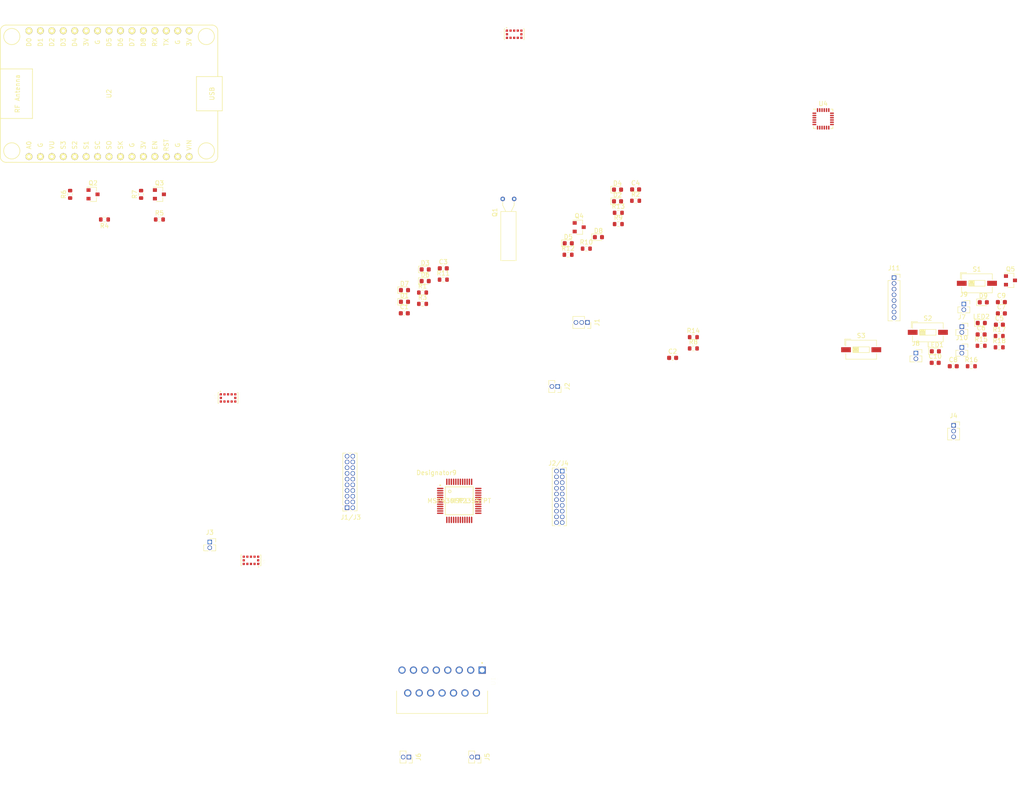
<source format=kicad_pcb>
(kicad_pcb (version 20171130) (host pcbnew "(5.1.9)-1")

  (general
    (thickness 1.6)
    (drawings 0)
    (tracks 0)
    (zones 0)
    (modules 67)
    (nets 90)
  )

  (page A4)
  (layers
    (0 F.Cu signal)
    (31 B.Cu signal)
    (32 B.Adhes user)
    (33 F.Adhes user)
    (34 B.Paste user)
    (35 F.Paste user)
    (36 B.SilkS user)
    (37 F.SilkS user)
    (38 B.Mask user)
    (39 F.Mask user)
    (40 Dwgs.User user)
    (41 Cmts.User user)
    (42 Eco1.User user)
    (43 Eco2.User user)
    (44 Edge.Cuts user)
    (45 Margin user)
    (46 B.CrtYd user)
    (47 F.CrtYd user)
    (48 B.Fab user)
    (49 F.Fab user)
  )

  (setup
    (last_trace_width 0.25)
    (trace_clearance 0.2)
    (zone_clearance 0.508)
    (zone_45_only no)
    (trace_min 0.2)
    (via_size 0.8)
    (via_drill 0.4)
    (via_min_size 0.4)
    (via_min_drill 0.3)
    (uvia_size 0.3)
    (uvia_drill 0.1)
    (uvias_allowed no)
    (uvia_min_size 0.2)
    (uvia_min_drill 0.1)
    (edge_width 0.05)
    (segment_width 0.2)
    (pcb_text_width 0.3)
    (pcb_text_size 1.5 1.5)
    (mod_edge_width 0.12)
    (mod_text_size 1 1)
    (mod_text_width 0.15)
    (pad_size 1.524 1.524)
    (pad_drill 0.762)
    (pad_to_mask_clearance 0)
    (aux_axis_origin 0 0)
    (visible_elements FFFFFF7F)
    (pcbplotparams
      (layerselection 0x010fc_ffffffff)
      (usegerberextensions false)
      (usegerberattributes true)
      (usegerberadvancedattributes true)
      (creategerberjobfile true)
      (excludeedgelayer true)
      (linewidth 0.100000)
      (plotframeref false)
      (viasonmask false)
      (mode 1)
      (useauxorigin false)
      (hpglpennumber 1)
      (hpglpenspeed 20)
      (hpglpendiameter 15.000000)
      (psnegative false)
      (psa4output false)
      (plotreference true)
      (plotvalue true)
      (plotinvisibletext false)
      (padsonsilk false)
      (subtractmaskfromsilk false)
      (outputformat 1)
      (mirror false)
      (drillshape 1)
      (scaleselection 1)
      (outputdirectory ""))
  )

  (net 0 "")
  (net 1 3.3V)
  (net 2 +7.5V)
  (net 3 "Net-(D1-Pad2)")
  (net 4 "Net-(D3-Pad2)")
  (net 5 "Net-(D5-Pad2)")
  (net 6 "Net-(D7-Pad2)")
  (net 7 /lvl)
  (net 8 HV)
  (net 9 XShutDown)
  (net 10 "Net-(U1-Pad15)")
  (net 11 /P6-2_PWM)
  (net 12 /P6-1_PWM)
  (net 13 /P6-0_PWM)
  (net 14 /P2-1_PWM)
  (net 15 "Net-(U2-Pad30)")
  (net 16 "Net-(U2-Pad28)")
  (net 17 "Net-(U2-Pad27)")
  (net 18 "Net-(U2-Pad26)")
  (net 19 "Net-(U2-Pad25)")
  (net 20 "Net-(U2-Pad24)")
  (net 21 "Net-(U2-Pad23)")
  (net 22 "Net-(U2-Pad16)")
  (net 23 "Net-(U2-Pad14)")
  (net 24 "Net-(U2-Pad11)")
  (net 25 "Net-(U2-Pad10)")
  (net 26 "Net-(U2-Pad9)")
  (net 27 "Net-(U2-Pad8)")
  (net 28 "Net-(U2-Pad5)")
  (net 29 "Net-(U2-Pad4)")
  (net 30 "Net-(U2-Pad3)")
  (net 31 "Net-(U2-Pad2)")
  (net 32 "Net-(U2-Pad1)")
  (net 33 /P4.1)
  (net 34 /P6.3)
  (net 35 /P6.4)
  (net 36 /P6.5)
  (net 37 /P6.6)
  (net 38 /P2.4)
  (net 39 /P2.5)
  (net 40 /P2.6)
  (net 41 /P1.0)
  (net 42 /P3.0)
  (net 43 /P5.4)
  (net 44 /P3.4)
  (net 45 /P3.6)
  (net 46 /P3.7)
  (net 47 /P2.0)
  (net 48 /P2.2)
  (net 49 /P2.3)
  (net 50 /P4.0)
  (net 51 /32.768kHz)
  (net 52 "Net-(C7-Pad2)")
  (net 53 "Net-(C7-Pad1)")
  (net 54 "Net-(C9-Pad2)")
  (net 55 "Net-(C10-Pad2)")
  (net 56 "Net-(J2-Pad2)")
  (net 57 "Net-(J3-Pad2)")
  (net 58 5V)
  (net 59 /OA2+)
  (net 60 /OA2-)
  (net 61 /OA2O)
  (net 62 "Net-(J11-Pad8)")
  (net 63 "Net-(J11-Pad6)")
  (net 64 "Net-(J11-Pad5)")
  (net 65 /B0_SDA)
  (net 66 /B0_SCL)
  (net 67 /B1_CLK)
  (net 68 /A10)
  (net 69 /A0_TX)
  (net 70 /A0_RX)
  (net 71 /A5)
  (net 72 /B1_CS)
  (net 73 "Net-(LED1-Pad1)")
  (net 74 "Net-(LED2-Pad1)")
  (net 75 /A11)
  (net 76 /OA3O)
  (net 77 /A4_SEEED)
  (net 78 /BCL_RXD)
  (net 79 /BCL_TXD)
  (net 80 /A1_SEEED)
  (net 81 "Net-(R10-Pad2)")
  (net 82 "Net-(R17-Pad2)")
  (net 83 "Net-(R18-Pad2)")
  (net 84 "Net-(U2-Pad29)")
  (net 85 "Net-(U2-Pad22)")
  (net 86 "Net-(U2-Pad21)")
  (net 87 "Net-(U2-Pad20)")
  (net 88 "Net-(U2-Pad13)")
  (net 89 "Net-(U2-Pad6)")

  (net_class Default "This is the default net class."
    (clearance 0.2)
    (trace_width 0.25)
    (via_dia 0.8)
    (via_drill 0.4)
    (uvia_dia 0.3)
    (uvia_drill 0.1)
    (add_net +7.5V)
    (add_net /32.768kHz)
    (add_net /A0_RX)
    (add_net /A0_TX)
    (add_net /A10)
    (add_net /A11)
    (add_net /A1_SEEED)
    (add_net /A4_SEEED)
    (add_net /A5)
    (add_net /B0_SCL)
    (add_net /B0_SDA)
    (add_net /B1_CLK)
    (add_net /B1_CS)
    (add_net /BCL_RXD)
    (add_net /BCL_TXD)
    (add_net /OA2+)
    (add_net /OA2-)
    (add_net /OA2O)
    (add_net /OA3O)
    (add_net /P1.0)
    (add_net /P2-1_PWM)
    (add_net /P2.0)
    (add_net /P2.2)
    (add_net /P2.3)
    (add_net /P2.4)
    (add_net /P2.5)
    (add_net /P2.6)
    (add_net /P3.0)
    (add_net /P3.4)
    (add_net /P3.6)
    (add_net /P3.7)
    (add_net /P4.0)
    (add_net /P4.1)
    (add_net /P5.4)
    (add_net /P6-0_PWM)
    (add_net /P6-1_PWM)
    (add_net /P6-2_PWM)
    (add_net /P6.3)
    (add_net /P6.4)
    (add_net /P6.5)
    (add_net /P6.6)
    (add_net /lvl)
    (add_net 3.3V)
    (add_net 5V)
    (add_net HV)
    (add_net "Net-(C10-Pad2)")
    (add_net "Net-(C7-Pad1)")
    (add_net "Net-(C7-Pad2)")
    (add_net "Net-(C9-Pad2)")
    (add_net "Net-(D1-Pad2)")
    (add_net "Net-(D3-Pad2)")
    (add_net "Net-(D5-Pad2)")
    (add_net "Net-(D7-Pad2)")
    (add_net "Net-(J11-Pad5)")
    (add_net "Net-(J11-Pad6)")
    (add_net "Net-(J11-Pad8)")
    (add_net "Net-(J2-Pad2)")
    (add_net "Net-(J3-Pad2)")
    (add_net "Net-(LED1-Pad1)")
    (add_net "Net-(LED2-Pad1)")
    (add_net "Net-(R10-Pad2)")
    (add_net "Net-(R17-Pad2)")
    (add_net "Net-(R18-Pad2)")
    (add_net "Net-(U1-Pad15)")
    (add_net "Net-(U2-Pad1)")
    (add_net "Net-(U2-Pad10)")
    (add_net "Net-(U2-Pad11)")
    (add_net "Net-(U2-Pad13)")
    (add_net "Net-(U2-Pad14)")
    (add_net "Net-(U2-Pad16)")
    (add_net "Net-(U2-Pad2)")
    (add_net "Net-(U2-Pad20)")
    (add_net "Net-(U2-Pad21)")
    (add_net "Net-(U2-Pad22)")
    (add_net "Net-(U2-Pad23)")
    (add_net "Net-(U2-Pad24)")
    (add_net "Net-(U2-Pad25)")
    (add_net "Net-(U2-Pad26)")
    (add_net "Net-(U2-Pad27)")
    (add_net "Net-(U2-Pad28)")
    (add_net "Net-(U2-Pad29)")
    (add_net "Net-(U2-Pad3)")
    (add_net "Net-(U2-Pad30)")
    (add_net "Net-(U2-Pad4)")
    (add_net "Net-(U2-Pad5)")
    (add_net "Net-(U2-Pad6)")
    (add_net "Net-(U2-Pad8)")
    (add_net "Net-(U2-Pad9)")
    (add_net XShutDown)
  )

  (module VL53L0:1 (layer F.Cu) (tedit 606CB954) (tstamp 6073D1AE)
    (at 78.74 141.732 270)
    (path /606D3575)
    (fp_text reference U5 (at 0.274473 -2.829677 90) (layer F.SilkS)
      (effects (font (size 0.480829 0.480829) (thickness 0.015)))
    )
    (fp_text value VL53L0CXV0DH_1 (at 4.541247 2.865227 90) (layer F.Fab)
      (effects (font (size 0.480005 0.480005) (thickness 0.015)))
    )
    (fp_line (start -1.2 -2.2) (end 1.2 -2.2) (layer F.SilkS) (width 0.127))
    (fp_line (start 1.2 -2.2) (end 1.2 2.2) (layer F.Fab) (width 0.127))
    (fp_line (start 1.2 2.2) (end -1.2 2.2) (layer F.SilkS) (width 0.127))
    (fp_line (start -1.2 2.2) (end -1.2 -2.2) (layer F.Fab) (width 0.127))
    (fp_line (start -1.477 -2.477) (end 1.477 -2.477) (layer F.CrtYd) (width 0.05))
    (fp_line (start 1.477 -2.477) (end 1.477 2.477) (layer F.CrtYd) (width 0.05))
    (fp_line (start 1.477 2.477) (end -1.477 2.477) (layer F.CrtYd) (width 0.05))
    (fp_line (start -1.477 2.477) (end -1.477 -2.477) (layer F.CrtYd) (width 0.05))
    (fp_circle (center 1.444 -1.689) (end 1.544 -1.689) (layer F.SilkS) (width 0.1))
    (fp_line (start -1.2 -2.2) (end 1.2 -2.2) (layer F.Fab) (width 0.127))
    (fp_line (start 1.2 2.2) (end -1.2 2.2) (layer F.Fab) (width 0.127))
    (fp_line (start -1.2 -2.2) (end -1.2 -2.1) (layer F.SilkS) (width 0.127))
    (fp_line (start 1.2 -2.2) (end 1.2 -2.1) (layer F.SilkS) (width 0.127))
    (fp_line (start -1.2 2.2) (end -1.2 2.1) (layer F.SilkS) (width 0.127))
    (fp_line (start 1.2 2.2) (end 1.2 2.1) (layer F.SilkS) (width 0.127))
    (pad 1.1 smd rect (at 0.675 -1.89 270) (size 0.25 0.08) (layers F.Cu F.Paste F.Mask)
      (net 1 3.3V))
    (pad 7 smd rect (at -0.8 1.6 270) (size 0.5 0.5) (layers F.Cu F.Paste F.Mask)
      (net 82 "Net-(R17-Pad2)"))
    (pad 6 smd rect (at 0 1.6 270) (size 0.5 0.5) (layers F.Cu F.Paste F.Mask)
      (net 1 3.3V))
    (pad 1 smd rect (at 0.8 -1.6 270) (size 0.5 0.5) (layers F.Cu F.Paste F.Mask)
      (net 1 3.3V))
    (pad 12 smd rect (at 0 -1.6 270) (size 0.5 0.5) (layers F.Cu F.Paste F.Mask)
      (net 1 3.3V))
    (pad 5 smd rect (at 0.8 1.6 270) (size 0.5 0.5) (layers F.Cu F.Paste F.Mask)
      (net 9 XShutDown))
    (pad 4 smd rect (at 0.8 0.8 270) (size 0.5 0.5) (layers F.Cu F.Paste F.Mask)
      (net 1 3.3V))
    (pad 3 smd rect (at 0.8 0 270) (size 0.5 0.5) (layers F.Cu F.Paste F.Mask)
      (net 1 3.3V))
    (pad 2 smd rect (at 0.8 -0.8 270) (size 0.5 0.5) (layers F.Cu F.Paste F.Mask)
      (net 1 3.3V))
    (pad 8 smd rect (at -0.8 0.8 270) (size 0.5 0.5) (layers F.Cu F.Paste F.Mask))
    (pad 11 smd rect (at -0.8 -1.6 270) (size 0.5 0.5) (layers F.Cu F.Paste F.Mask)
      (net 1 3.3V))
    (pad 9 smd rect (at -0.8 0 270) (size 0.5 0.5) (layers F.Cu F.Paste F.Mask)
      (net 7 /lvl))
    (pad 10 smd rect (at -0.8 -0.8 270) (size 0.5 0.5) (layers F.Cu F.Paste F.Mask)
      (net 7 /lvl))
  )

  (module Sensor_Motion:InvenSense_QFN-24_4x4mm_P0.5mm (layer F.Cu) (tedit 5B5A6D8E) (tstamp 6073D16F)
    (at 205.74 43.688)
    (descr "24-Lead Plastic QFN (4mm x 4mm); Pitch 0.5mm; EP 2.7x2.6mm; for InvenSense motion sensors; keepout area marked (Package see: https://store.invensense.com/datasheets/invensense/MPU-6050_DataSheet_V3%204.pdf; See also https://www.invensense.com/wp-content/uploads/2015/02/InvenSense-MEMS-Handling.pdf)")
    (tags "QFN 0.5")
    (path /606D4EB7)
    (attr smd)
    (fp_text reference U4 (at 0 -3.375) (layer F.SilkS)
      (effects (font (size 1 1) (thickness 0.15)))
    )
    (fp_text value MPU-6050 (at 0 3.375) (layer F.Fab)
      (effects (font (size 1 1) (thickness 0.15)))
    )
    (fp_text user Component (at 0 0.55) (layer Cmts.User)
      (effects (font (size 0.2 0.2) (thickness 0.04)))
    )
    (fp_text user "Directly Below" (at 0 0.25) (layer Cmts.User)
      (effects (font (size 0.2 0.2) (thickness 0.04)))
    )
    (fp_text user "No Copper" (at 0 -0.1) (layer Cmts.User)
      (effects (font (size 0.2 0.2) (thickness 0.04)))
    )
    (fp_text user KEEPOUT (at 0 -0.5) (layer Cmts.User)
      (effects (font (size 0.2 0.2) (thickness 0.04)))
    )
    (fp_text user %R (at 0 0) (layer F.Fab)
      (effects (font (size 1 1) (thickness 0.15)))
    )
    (fp_line (start -1 -2) (end 2 -2) (layer F.Fab) (width 0.15))
    (fp_line (start 2 -2) (end 2 2) (layer F.Fab) (width 0.15))
    (fp_line (start 2 2) (end -2 2) (layer F.Fab) (width 0.15))
    (fp_line (start -2 2) (end -2 -1) (layer F.Fab) (width 0.15))
    (fp_line (start -2 -1) (end -1 -2) (layer F.Fab) (width 0.15))
    (fp_line (start -2.65 -2.65) (end -2.65 2.65) (layer F.CrtYd) (width 0.05))
    (fp_line (start 2.65 -2.65) (end 2.65 2.65) (layer F.CrtYd) (width 0.05))
    (fp_line (start -2.65 -2.65) (end 2.65 -2.65) (layer F.CrtYd) (width 0.05))
    (fp_line (start -2.65 2.65) (end 2.65 2.65) (layer F.CrtYd) (width 0.05))
    (fp_line (start 2.15 -2.15) (end 2.15 -1.625) (layer F.SilkS) (width 0.15))
    (fp_line (start -2.15 2.15) (end -2.15 1.625) (layer F.SilkS) (width 0.15))
    (fp_line (start 2.15 2.15) (end 2.15 1.625) (layer F.SilkS) (width 0.15))
    (fp_line (start -2.15 -2.15) (end -1.625 -2.15) (layer F.SilkS) (width 0.15))
    (fp_line (start -2.15 2.15) (end -1.625 2.15) (layer F.SilkS) (width 0.15))
    (fp_line (start 2.15 2.15) (end 1.625 2.15) (layer F.SilkS) (width 0.15))
    (fp_line (start 2.15 -2.15) (end 1.625 -2.15) (layer F.SilkS) (width 0.15))
    (fp_line (start 1.375 1.325) (end 1.375 -1.325) (layer Dwgs.User) (width 0.05))
    (fp_line (start -1.375 1.325) (end -1.375 -1.325) (layer Dwgs.User) (width 0.05))
    (fp_line (start 1.375 -1.325) (end -1.375 -1.325) (layer Dwgs.User) (width 0.05))
    (fp_line (start 1.375 1.325) (end -1.375 1.325) (layer Dwgs.User) (width 0.05))
    (fp_line (start 1.375 0.825) (end 0.875 1.325) (layer Dwgs.User) (width 0.05))
    (fp_line (start 1.375 0.325) (end 0.375 1.325) (layer Dwgs.User) (width 0.05))
    (fp_line (start 1.375 -0.175) (end -0.125 1.325) (layer Dwgs.User) (width 0.05))
    (fp_line (start 1.375 -0.675) (end -0.625 1.325) (layer Dwgs.User) (width 0.05))
    (fp_line (start 1.375 -1.175) (end -1.125 1.325) (layer Dwgs.User) (width 0.05))
    (fp_line (start 1.025 -1.325) (end -1.375 1.075) (layer Dwgs.User) (width 0.05))
    (fp_line (start 0.525 -1.325) (end -1.375 0.575) (layer Dwgs.User) (width 0.05))
    (fp_line (start 0.025 -1.325) (end -1.375 0.075) (layer Dwgs.User) (width 0.05))
    (fp_line (start -0.475 -1.325) (end -1.375 -0.425) (layer Dwgs.User) (width 0.05))
    (fp_line (start -0.975 -1.325) (end -1.375 -0.925) (layer Dwgs.User) (width 0.05))
    (pad 24 smd roundrect (at -1.25 -1.95 90) (size 0.85 0.3) (layers F.Cu F.Paste F.Mask) (roundrect_rratio 0.25)
      (net 7 /lvl))
    (pad 23 smd roundrect (at -0.75 -1.95 90) (size 0.85 0.3) (layers F.Cu F.Paste F.Mask) (roundrect_rratio 0.25)
      (net 7 /lvl))
    (pad 22 smd roundrect (at -0.25 -1.95 90) (size 0.85 0.3) (layers F.Cu F.Paste F.Mask) (roundrect_rratio 0.25))
    (pad 21 smd roundrect (at 0.25 -1.95 90) (size 0.85 0.3) (layers F.Cu F.Paste F.Mask) (roundrect_rratio 0.25))
    (pad 20 smd roundrect (at 0.75 -1.95 90) (size 0.85 0.3) (layers F.Cu F.Paste F.Mask) (roundrect_rratio 0.25)
      (net 55 "Net-(C10-Pad2)"))
    (pad 19 smd roundrect (at 1.25 -1.95 90) (size 0.85 0.3) (layers F.Cu F.Paste F.Mask) (roundrect_rratio 0.25))
    (pad 18 smd roundrect (at 1.95 -1.25) (size 0.85 0.3) (layers F.Cu F.Paste F.Mask) (roundrect_rratio 0.25)
      (net 1 3.3V))
    (pad 17 smd roundrect (at 1.95 -0.75) (size 0.85 0.3) (layers F.Cu F.Paste F.Mask) (roundrect_rratio 0.25))
    (pad 16 smd roundrect (at 1.95 -0.25) (size 0.85 0.3) (layers F.Cu F.Paste F.Mask) (roundrect_rratio 0.25))
    (pad 15 smd roundrect (at 1.95 0.25) (size 0.85 0.3) (layers F.Cu F.Paste F.Mask) (roundrect_rratio 0.25))
    (pad 14 smd roundrect (at 1.95 0.75) (size 0.85 0.3) (layers F.Cu F.Paste F.Mask) (roundrect_rratio 0.25))
    (pad 13 smd roundrect (at 1.95 1.25) (size 0.85 0.3) (layers F.Cu F.Paste F.Mask) (roundrect_rratio 0.25)
      (net 1 3.3V))
    (pad 12 smd roundrect (at 1.25 1.95 90) (size 0.85 0.3) (layers F.Cu F.Paste F.Mask) (roundrect_rratio 0.25)
      (net 62 "Net-(J11-Pad8)"))
    (pad 11 smd roundrect (at 0.75 1.95 90) (size 0.85 0.3) (layers F.Cu F.Paste F.Mask) (roundrect_rratio 0.25)
      (net 1 3.3V))
    (pad 10 smd roundrect (at 0.25 1.95 90) (size 0.85 0.3) (layers F.Cu F.Paste F.Mask) (roundrect_rratio 0.25)
      (net 54 "Net-(C9-Pad2)"))
    (pad 9 smd roundrect (at -0.25 1.95 90) (size 0.85 0.3) (layers F.Cu F.Paste F.Mask) (roundrect_rratio 0.25)
      (net 1 3.3V))
    (pad 8 smd roundrect (at -0.75 1.95 90) (size 0.85 0.3) (layers F.Cu F.Paste F.Mask) (roundrect_rratio 0.25)
      (net 1 3.3V))
    (pad 7 smd roundrect (at -1.25 1.95 90) (size 0.85 0.3) (layers F.Cu F.Paste F.Mask) (roundrect_rratio 0.25)
      (net 63 "Net-(J11-Pad6)"))
    (pad 6 smd roundrect (at -1.95 1.25) (size 0.85 0.3) (layers F.Cu F.Paste F.Mask) (roundrect_rratio 0.25)
      (net 64 "Net-(J11-Pad5)"))
    (pad 5 smd roundrect (at -1.95 0.75) (size 0.85 0.3) (layers F.Cu F.Paste F.Mask) (roundrect_rratio 0.25))
    (pad 4 smd roundrect (at -1.95 0.25) (size 0.85 0.3) (layers F.Cu F.Paste F.Mask) (roundrect_rratio 0.25))
    (pad 3 smd roundrect (at -1.95 -0.25) (size 0.85 0.3) (layers F.Cu F.Paste F.Mask) (roundrect_rratio 0.25))
    (pad 2 smd roundrect (at -1.95 -0.75) (size 0.85 0.3) (layers F.Cu F.Paste F.Mask) (roundrect_rratio 0.25))
    (pad 1 smd roundrect (at -1.95 -1.25) (size 0.85 0.3) (layers F.Cu F.Paste F.Mask) (roundrect_rratio 0.25)
      (net 1 3.3V))
    (model ${KISYS3DMOD}/Package_DFN_QFN.3dshapes/QFN-24-1EP_4x4mm_P0.5mm_EP2.7x2.6mm.wrl
      (at (xyz 0 0 0))
      (scale (xyz 1 1 1))
      (rotate (xyz 0 0 0))
    )
  )

  (module VL53L0:1 (layer F.Cu) (tedit 606CB954) (tstamp 6073D14F)
    (at 73.66 105.664 90)
    (path /606D0E00)
    (fp_text reference U3 (at 0.274473 -2.829677 90) (layer F.SilkS)
      (effects (font (size 0.480829 0.480829) (thickness 0.015)))
    )
    (fp_text value VL53L0CXV0DH_1 (at 4.541247 2.865227 90) (layer F.Fab)
      (effects (font (size 0.480005 0.480005) (thickness 0.015)))
    )
    (fp_line (start -1.2 -2.2) (end 1.2 -2.2) (layer F.SilkS) (width 0.127))
    (fp_line (start 1.2 -2.2) (end 1.2 2.2) (layer F.Fab) (width 0.127))
    (fp_line (start 1.2 2.2) (end -1.2 2.2) (layer F.SilkS) (width 0.127))
    (fp_line (start -1.2 2.2) (end -1.2 -2.2) (layer F.Fab) (width 0.127))
    (fp_line (start -1.477 -2.477) (end 1.477 -2.477) (layer F.CrtYd) (width 0.05))
    (fp_line (start 1.477 -2.477) (end 1.477 2.477) (layer F.CrtYd) (width 0.05))
    (fp_line (start 1.477 2.477) (end -1.477 2.477) (layer F.CrtYd) (width 0.05))
    (fp_line (start -1.477 2.477) (end -1.477 -2.477) (layer F.CrtYd) (width 0.05))
    (fp_circle (center 1.444 -1.689) (end 1.544 -1.689) (layer F.SilkS) (width 0.1))
    (fp_line (start -1.2 -2.2) (end 1.2 -2.2) (layer F.Fab) (width 0.127))
    (fp_line (start 1.2 2.2) (end -1.2 2.2) (layer F.Fab) (width 0.127))
    (fp_line (start -1.2 -2.2) (end -1.2 -2.1) (layer F.SilkS) (width 0.127))
    (fp_line (start 1.2 -2.2) (end 1.2 -2.1) (layer F.SilkS) (width 0.127))
    (fp_line (start -1.2 2.2) (end -1.2 2.1) (layer F.SilkS) (width 0.127))
    (fp_line (start 1.2 2.2) (end 1.2 2.1) (layer F.SilkS) (width 0.127))
    (pad 1.1 smd rect (at 0.675 -1.89 90) (size 0.25 0.08) (layers F.Cu F.Paste F.Mask)
      (net 1 3.3V))
    (pad 7 smd rect (at -0.8 1.6 90) (size 0.5 0.5) (layers F.Cu F.Paste F.Mask)
      (net 81 "Net-(R10-Pad2)"))
    (pad 6 smd rect (at 0 1.6 90) (size 0.5 0.5) (layers F.Cu F.Paste F.Mask)
      (net 1 3.3V))
    (pad 1 smd rect (at 0.8 -1.6 90) (size 0.5 0.5) (layers F.Cu F.Paste F.Mask)
      (net 1 3.3V))
    (pad 12 smd rect (at 0 -1.6 90) (size 0.5 0.5) (layers F.Cu F.Paste F.Mask)
      (net 1 3.3V))
    (pad 5 smd rect (at 0.8 1.6 90) (size 0.5 0.5) (layers F.Cu F.Paste F.Mask)
      (net 9 XShutDown))
    (pad 4 smd rect (at 0.8 0.8 90) (size 0.5 0.5) (layers F.Cu F.Paste F.Mask)
      (net 1 3.3V))
    (pad 3 smd rect (at 0.8 0 90) (size 0.5 0.5) (layers F.Cu F.Paste F.Mask)
      (net 1 3.3V))
    (pad 2 smd rect (at 0.8 -0.8 90) (size 0.5 0.5) (layers F.Cu F.Paste F.Mask)
      (net 1 3.3V))
    (pad 8 smd rect (at -0.8 0.8 90) (size 0.5 0.5) (layers F.Cu F.Paste F.Mask))
    (pad 11 smd rect (at -0.8 -1.6 90) (size 0.5 0.5) (layers F.Cu F.Paste F.Mask)
      (net 1 3.3V))
    (pad 9 smd rect (at -0.8 0 90) (size 0.5 0.5) (layers F.Cu F.Paste F.Mask)
      (net 7 /lvl))
    (pad 10 smd rect (at -0.8 -0.8 90) (size 0.5 0.5) (layers F.Cu F.Paste F.Mask)
      (net 7 /lvl))
  )

  (module "ESP8266_2:NodeMCU1.0(12-E)" (layer F.Cu) (tedit 5AF3DDCB) (tstamp 6073D0F9)
    (at 47.244 38.1 90)
    (path /60758F7A)
    (fp_text reference U2 (at 0 0 90) (layer F.SilkS)
      (effects (font (size 1 1) (thickness 0.15)))
    )
    (fp_text value "NodeMCU_1.0_(ESP-12E)" (at 0 -5.08 90) (layer F.Fab)
      (effects (font (size 1 1) (thickness 0.15)))
    )
    (fp_text user D0 (at 11.43 -17.78 90) (layer F.SilkS)
      (effects (font (size 1 1) (thickness 0.15)))
    )
    (fp_text user D1 (at 11.43 -15.24 90) (layer F.SilkS)
      (effects (font (size 1 1) (thickness 0.15)))
    )
    (fp_text user D2 (at 11.43 -12.7 90) (layer F.SilkS)
      (effects (font (size 1 1) (thickness 0.15)))
    )
    (fp_text user D3 (at 11.43 -10.16 90) (layer F.SilkS)
      (effects (font (size 1 1) (thickness 0.15)))
    )
    (fp_text user D4 (at 11.43 -7.62 90) (layer F.SilkS)
      (effects (font (size 1 1) (thickness 0.15)))
    )
    (fp_text user 3V (at 11.43 -5.08 90) (layer F.SilkS)
      (effects (font (size 1 1) (thickness 0.15)))
    )
    (fp_text user G (at 11.43 -2.54 90) (layer F.SilkS)
      (effects (font (size 1 1) (thickness 0.15)))
    )
    (fp_text user D5 (at 11.43 0 90) (layer F.SilkS)
      (effects (font (size 1 1) (thickness 0.15)))
    )
    (fp_text user D6 (at 11.43 2.54 90) (layer F.SilkS)
      (effects (font (size 1 1) (thickness 0.15)))
    )
    (fp_text user D7 (at 11.43 5.08 90) (layer F.SilkS)
      (effects (font (size 1 1) (thickness 0.15)))
    )
    (fp_text user D8 (at 11.43 7.62 90) (layer F.SilkS)
      (effects (font (size 1 1) (thickness 0.15)))
    )
    (fp_text user RX (at 11.43 10.16 90) (layer F.SilkS)
      (effects (font (size 1 1) (thickness 0.15)))
    )
    (fp_text user TX (at 11.43 12.7 90) (layer F.SilkS)
      (effects (font (size 1 1) (thickness 0.15)))
    )
    (fp_text user G (at 11.43 15.24 90) (layer F.SilkS)
      (effects (font (size 1 1) (thickness 0.15)))
    )
    (fp_text user 3V (at 11.43 17.78 90) (layer F.SilkS)
      (effects (font (size 1 1) (thickness 0.15)))
    )
    (fp_text user A0 (at -11.43 -17.78 90) (layer F.SilkS)
      (effects (font (size 1 1) (thickness 0.15)))
    )
    (fp_text user G (at -11.43 -15.24 90) (layer F.SilkS)
      (effects (font (size 1 1) (thickness 0.15)))
    )
    (fp_text user VU (at -11.43 -12.7 90) (layer F.SilkS)
      (effects (font (size 1 1) (thickness 0.15)))
    )
    (fp_text user S3 (at -11.43 -10.16 90) (layer F.SilkS)
      (effects (font (size 1 1) (thickness 0.15)))
    )
    (fp_text user S2 (at -11.43 -7.62 90) (layer F.SilkS)
      (effects (font (size 1 1) (thickness 0.15)))
    )
    (fp_text user S1 (at -11.43 -5.08 90) (layer F.SilkS)
      (effects (font (size 1 1) (thickness 0.15)))
    )
    (fp_text user SC (at -11.43 -2.54 90) (layer F.SilkS)
      (effects (font (size 1 1) (thickness 0.15)))
    )
    (fp_text user SO (at -11.43 0 90) (layer F.SilkS)
      (effects (font (size 1 1) (thickness 0.15)))
    )
    (fp_text user SK (at -11.43 2.54 90) (layer F.SilkS)
      (effects (font (size 1 1) (thickness 0.15)))
    )
    (fp_text user G (at -11.43 5.08 90) (layer F.SilkS)
      (effects (font (size 1 1) (thickness 0.15)))
    )
    (fp_text user 3V (at -11.43 7.62 90) (layer F.SilkS)
      (effects (font (size 1 1) (thickness 0.15)))
    )
    (fp_text user EN (at -11.43 10.16 90) (layer F.SilkS)
      (effects (font (size 1 1) (thickness 0.15)))
    )
    (fp_text user RST (at -11.43 12.7 90) (layer F.SilkS)
      (effects (font (size 1 1) (thickness 0.15)))
    )
    (fp_text user G (at -11.43 15.24 90) (layer F.SilkS)
      (effects (font (size 1 1) (thickness 0.15)))
    )
    (fp_text user VIN (at -11.43 17.78 90) (layer F.SilkS)
      (effects (font (size 1 1) (thickness 0.15)))
    )
    (fp_arc (start -13.97 22.86) (end -13.97 24.13) (angle 90) (layer F.SilkS) (width 0.15))
    (fp_arc (start 13.97 22.86) (end 15.24 22.86) (angle 90) (layer F.SilkS) (width 0.15))
    (fp_arc (start 13.97 -22.86) (end 13.97 -24.13) (angle 90) (layer F.SilkS) (width 0.15))
    (fp_arc (start -13.97 -22.86) (end -15.24 -22.86) (angle 90) (layer F.SilkS) (width 0.15))
    (fp_text user "RF Antenna" (at 0 -20.32 90) (layer F.SilkS)
      (effects (font (size 1 1) (thickness 0.15)))
    )
    (fp_text user USB (at 0 22.86 90) (layer F.SilkS)
      (effects (font (size 1 1) (thickness 0.15)))
    )
    (fp_line (start 13.98 24.13) (end 3.81 24.13) (layer F.SilkS) (width 0.15))
    (fp_line (start 5.5 -17) (end -5.5 -17) (layer F.SilkS) (width 0.15))
    (fp_line (start 5.5 -24.13) (end 5.5 -17) (layer F.SilkS) (width 0.15))
    (fp_line (start -5.5 -17) (end -5.5 -24.13) (layer F.SilkS) (width 0.15))
    (fp_line (start -3.8 25.13) (end -3.8 19.4) (layer F.SilkS) (width 0.15))
    (fp_line (start -3.8 19.4) (end 3.8 19.4) (layer F.SilkS) (width 0.15))
    (fp_line (start 3.8 19.4) (end 3.8 25.13) (layer F.SilkS) (width 0.15))
    (fp_line (start 3.8 25.13) (end -3.8 25.13) (layer F.SilkS) (width 0.15))
    (fp_line (start 15.24 -22.86) (end 15.24 22.86) (layer F.SilkS) (width 0.15))
    (fp_line (start -15.24 -22.86) (end -15.24 22.86) (layer F.SilkS) (width 0.15))
    (fp_line (start -3.8 24.13) (end -13.97 24.13) (layer F.SilkS) (width 0.15))
    (fp_circle (center 12.7 21.59) (end 13.97 20.32) (layer F.SilkS) (width 0.15))
    (fp_circle (center -12.7 21.59) (end -11.43 20.32) (layer F.SilkS) (width 0.15))
    (fp_circle (center -12.7 -21.59) (end -11.43 -22.86) (layer F.SilkS) (width 0.15))
    (fp_circle (center 12.7 -21.59) (end 13.97 -22.86) (layer F.SilkS) (width 0.15))
    (fp_line (start 13.97 -24.13) (end -13.97 -24.13) (layer F.SilkS) (width 0.15))
    (pad 30 thru_hole circle (at 13.97 -17.78 90) (size 1.524 1.524) (drill 0.762) (layers *.Cu *.Mask F.SilkS)
      (net 15 "Net-(U2-Pad30)"))
    (pad 29 thru_hole circle (at 13.97 -15.24 90) (size 1.524 1.524) (drill 0.762) (layers *.Cu *.Mask F.SilkS)
      (net 84 "Net-(U2-Pad29)"))
    (pad 28 thru_hole circle (at 13.97 -12.7 90) (size 1.524 1.524) (drill 0.762) (layers *.Cu *.Mask F.SilkS)
      (net 16 "Net-(U2-Pad28)"))
    (pad 27 thru_hole circle (at 13.97 -10.16 90) (size 1.524 1.524) (drill 0.762) (layers *.Cu *.Mask F.SilkS)
      (net 17 "Net-(U2-Pad27)"))
    (pad 26 thru_hole circle (at 13.97 -7.62 90) (size 1.524 1.524) (drill 0.762) (layers *.Cu *.Mask F.SilkS)
      (net 18 "Net-(U2-Pad26)"))
    (pad 25 thru_hole circle (at 13.97 -5.08 90) (size 1.524 1.524) (drill 0.762) (layers *.Cu *.Mask F.SilkS)
      (net 19 "Net-(U2-Pad25)"))
    (pad 24 thru_hole circle (at 13.97 -2.54 90) (size 1.524 1.524) (drill 0.762) (layers *.Cu *.Mask F.SilkS)
      (net 20 "Net-(U2-Pad24)"))
    (pad 23 thru_hole circle (at 13.97 0 90) (size 1.524 1.524) (drill 0.762) (layers *.Cu *.Mask F.SilkS)
      (net 21 "Net-(U2-Pad23)"))
    (pad 22 thru_hole circle (at 13.97 2.54 90) (size 1.524 1.524) (drill 0.762) (layers *.Cu *.Mask F.SilkS)
      (net 85 "Net-(U2-Pad22)"))
    (pad 21 thru_hole circle (at 13.97 5.08 90) (size 1.524 1.524) (drill 0.762) (layers *.Cu *.Mask F.SilkS)
      (net 86 "Net-(U2-Pad21)"))
    (pad 20 thru_hole circle (at 13.97 7.62 90) (size 1.524 1.524) (drill 0.762) (layers *.Cu *.Mask F.SilkS)
      (net 87 "Net-(U2-Pad20)"))
    (pad 19 thru_hole circle (at 13.97 10.16 90) (size 1.524 1.524) (drill 0.762) (layers *.Cu *.Mask F.SilkS)
      (net 7 /lvl))
    (pad 18 thru_hole circle (at 13.97 12.7 90) (size 1.524 1.524) (drill 0.762) (layers *.Cu *.Mask F.SilkS)
      (net 7 /lvl))
    (pad 17 thru_hole circle (at 13.97 15.24 90) (size 1.524 1.524) (drill 0.762) (layers *.Cu *.Mask F.SilkS)
      (net 1 3.3V))
    (pad 16 thru_hole circle (at 13.97 17.78 90) (size 1.524 1.524) (drill 0.762) (layers *.Cu *.Mask F.SilkS)
      (net 22 "Net-(U2-Pad16)"))
    (pad 15 thru_hole circle (at -13.97 17.78 90) (size 1.524 1.524) (drill 0.762) (layers *.Cu *.Mask F.SilkS)
      (net 1 3.3V))
    (pad 14 thru_hole circle (at -13.97 15.24 90) (size 1.524 1.524) (drill 0.762) (layers *.Cu *.Mask F.SilkS)
      (net 23 "Net-(U2-Pad14)"))
    (pad 13 thru_hole circle (at -13.97 12.7 90) (size 1.524 1.524) (drill 0.762) (layers *.Cu *.Mask F.SilkS)
      (net 88 "Net-(U2-Pad13)"))
    (pad 12 thru_hole circle (at -13.97 10.16 90) (size 1.524 1.524) (drill 0.762) (layers *.Cu *.Mask F.SilkS)
      (net 1 3.3V))
    (pad 11 thru_hole circle (at -13.97 7.62 90) (size 1.524 1.524) (drill 0.762) (layers *.Cu *.Mask F.SilkS)
      (net 24 "Net-(U2-Pad11)"))
    (pad 10 thru_hole circle (at -13.97 5.08 90) (size 1.524 1.524) (drill 0.762) (layers *.Cu *.Mask F.SilkS)
      (net 25 "Net-(U2-Pad10)"))
    (pad 9 thru_hole circle (at -13.97 2.54 90) (size 1.524 1.524) (drill 0.762) (layers *.Cu *.Mask F.SilkS)
      (net 26 "Net-(U2-Pad9)"))
    (pad 8 thru_hole circle (at -13.97 0 90) (size 1.524 1.524) (drill 0.762) (layers *.Cu *.Mask F.SilkS)
      (net 27 "Net-(U2-Pad8)"))
    (pad 7 thru_hole circle (at -13.97 -2.54 90) (size 1.524 1.524) (drill 0.762) (layers *.Cu *.Mask F.SilkS)
      (net 1 3.3V))
    (pad 6 thru_hole circle (at -13.97 -5.08 90) (size 1.524 1.524) (drill 0.762) (layers *.Cu *.Mask F.SilkS)
      (net 89 "Net-(U2-Pad6)"))
    (pad 5 thru_hole circle (at -13.97 -7.62 90) (size 1.524 1.524) (drill 0.762) (layers *.Cu *.Mask F.SilkS)
      (net 28 "Net-(U2-Pad5)"))
    (pad 4 thru_hole circle (at -13.97 -10.16 90) (size 1.524 1.524) (drill 0.762) (layers *.Cu *.Mask F.SilkS)
      (net 29 "Net-(U2-Pad4)"))
    (pad 3 thru_hole circle (at -13.97 -12.7 90) (size 1.524 1.524) (drill 0.762) (layers *.Cu *.Mask F.SilkS)
      (net 30 "Net-(U2-Pad3)"))
    (pad 2 thru_hole circle (at -13.97 -15.24 90) (size 1.524 1.524) (drill 0.762) (layers *.Cu *.Mask F.SilkS)
      (net 31 "Net-(U2-Pad2)"))
    (pad 1 thru_hole circle (at -13.97 -17.78 90) (size 1.524 1.524) (drill 0.762) (layers *.Cu *.Mask F.SilkS)
      (net 32 "Net-(U2-Pad1)"))
  )

  (module Button_Switch_SMD:SW_DIP_SPSTx01_Slide_6.7x4.1mm_W6.73mm_P2.54mm_LowProfile_JPin (layer F.Cu) (tedit 5A4E1404) (tstamp 60741C9C)
    (at 214.176 94.958)
    (descr "SMD 1x-dip-switch SPST , Slide, row spacing 6.73 mm (264 mils), body size 6.7x4.1mm (see e.g. https://www.ctscorp.com/wp-content/uploads/219.pdf), SMD, LowProfile, JPin")
    (tags "SMD DIP Switch SPST Slide 6.73mm 264mil SMD LowProfile JPin")
    (path /606D77E5)
    (attr smd)
    (fp_text reference S3 (at 0 -3.11) (layer F.SilkS)
      (effects (font (size 1 1) (thickness 0.15)))
    )
    (fp_text value ~ (at 0 3.11) (layer F.Fab)
      (effects (font (size 1 1) (thickness 0.15)))
    )
    (fp_text user on (at 0.8975 -1.3425) (layer F.Fab)
      (effects (font (size 0.6 0.6) (thickness 0.09)))
    )
    (fp_text user %R (at 2.58 0 90) (layer F.Fab)
      (effects (font (size 0.6 0.6) (thickness 0.09)))
    )
    (fp_line (start -2.35 -2.05) (end 3.35 -2.05) (layer F.Fab) (width 0.1))
    (fp_line (start 3.35 -2.05) (end 3.35 2.05) (layer F.Fab) (width 0.1))
    (fp_line (start 3.35 2.05) (end -3.35 2.05) (layer F.Fab) (width 0.1))
    (fp_line (start -3.35 2.05) (end -3.35 -1.05) (layer F.Fab) (width 0.1))
    (fp_line (start -3.35 -1.05) (end -2.35 -2.05) (layer F.Fab) (width 0.1))
    (fp_line (start -1.81 -0.635) (end -1.81 0.635) (layer F.Fab) (width 0.1))
    (fp_line (start -1.81 0.635) (end 1.81 0.635) (layer F.Fab) (width 0.1))
    (fp_line (start 1.81 0.635) (end 1.81 -0.635) (layer F.Fab) (width 0.1))
    (fp_line (start 1.81 -0.635) (end -1.81 -0.635) (layer F.Fab) (width 0.1))
    (fp_line (start -1.81 -0.535) (end -0.603333 -0.535) (layer F.Fab) (width 0.1))
    (fp_line (start -1.81 -0.435) (end -0.603333 -0.435) (layer F.Fab) (width 0.1))
    (fp_line (start -1.81 -0.335) (end -0.603333 -0.335) (layer F.Fab) (width 0.1))
    (fp_line (start -1.81 -0.235) (end -0.603333 -0.235) (layer F.Fab) (width 0.1))
    (fp_line (start -1.81 -0.135) (end -0.603333 -0.135) (layer F.Fab) (width 0.1))
    (fp_line (start -1.81 -0.035) (end -0.603333 -0.035) (layer F.Fab) (width 0.1))
    (fp_line (start -1.81 0.065) (end -0.603333 0.065) (layer F.Fab) (width 0.1))
    (fp_line (start -1.81 0.165) (end -0.603333 0.165) (layer F.Fab) (width 0.1))
    (fp_line (start -1.81 0.265) (end -0.603333 0.265) (layer F.Fab) (width 0.1))
    (fp_line (start -1.81 0.365) (end -0.603333 0.365) (layer F.Fab) (width 0.1))
    (fp_line (start -1.81 0.465) (end -0.603333 0.465) (layer F.Fab) (width 0.1))
    (fp_line (start -1.81 0.565) (end -0.603333 0.565) (layer F.Fab) (width 0.1))
    (fp_line (start -0.603333 -0.635) (end -0.603333 0.635) (layer F.Fab) (width 0.1))
    (fp_line (start -3.41 -2.11) (end 3.41 -2.11) (layer F.SilkS) (width 0.12))
    (fp_line (start -3.41 2.11) (end 3.41 2.11) (layer F.SilkS) (width 0.12))
    (fp_line (start -3.41 -2.11) (end -3.41 -0.8) (layer F.SilkS) (width 0.12))
    (fp_line (start -3.41 0.8) (end -3.41 2.11) (layer F.SilkS) (width 0.12))
    (fp_line (start 3.41 -2.11) (end 3.41 -0.8) (layer F.SilkS) (width 0.12))
    (fp_line (start 3.41 0.8) (end 3.41 2.11) (layer F.SilkS) (width 0.12))
    (fp_line (start -3.65 -2.35) (end -2.267 -2.35) (layer F.SilkS) (width 0.12))
    (fp_line (start -3.65 -2.35) (end -3.65 -0.967) (layer F.SilkS) (width 0.12))
    (fp_line (start -1.81 -0.635) (end -1.81 0.635) (layer F.SilkS) (width 0.12))
    (fp_line (start -1.81 0.635) (end 1.81 0.635) (layer F.SilkS) (width 0.12))
    (fp_line (start 1.81 0.635) (end 1.81 -0.635) (layer F.SilkS) (width 0.12))
    (fp_line (start 1.81 -0.635) (end -1.81 -0.635) (layer F.SilkS) (width 0.12))
    (fp_line (start -1.81 -0.515) (end -0.603333 -0.515) (layer F.SilkS) (width 0.12))
    (fp_line (start -1.81 -0.395) (end -0.603333 -0.395) (layer F.SilkS) (width 0.12))
    (fp_line (start -1.81 -0.275) (end -0.603333 -0.275) (layer F.SilkS) (width 0.12))
    (fp_line (start -1.81 -0.155) (end -0.603333 -0.155) (layer F.SilkS) (width 0.12))
    (fp_line (start -1.81 -0.035) (end -0.603333 -0.035) (layer F.SilkS) (width 0.12))
    (fp_line (start -1.81 0.085) (end -0.603333 0.085) (layer F.SilkS) (width 0.12))
    (fp_line (start -1.81 0.205) (end -0.603333 0.205) (layer F.SilkS) (width 0.12))
    (fp_line (start -1.81 0.325) (end -0.603333 0.325) (layer F.SilkS) (width 0.12))
    (fp_line (start -1.81 0.445) (end -0.603333 0.445) (layer F.SilkS) (width 0.12))
    (fp_line (start -1.81 0.565) (end -0.603333 0.565) (layer F.SilkS) (width 0.12))
    (fp_line (start -0.603333 -0.635) (end -0.603333 0.635) (layer F.SilkS) (width 0.12))
    (fp_line (start -4.7 -2.4) (end -4.7 2.4) (layer F.CrtYd) (width 0.05))
    (fp_line (start -4.7 2.4) (end 4.7 2.4) (layer F.CrtYd) (width 0.05))
    (fp_line (start 4.7 2.4) (end 4.7 -2.4) (layer F.CrtYd) (width 0.05))
    (fp_line (start 4.7 -2.4) (end -4.7 -2.4) (layer F.CrtYd) (width 0.05))
    (pad 2 smd rect (at 3.365 0) (size 2.16 1.12) (layers F.Cu F.Paste F.Mask)
      (net 1 3.3V))
    (pad 1 smd rect (at -3.365 0) (size 2.16 1.12) (layers F.Cu F.Paste F.Mask)
      (net 1 3.3V))
    (model ${KISYS3DMOD}/Button_Switch_SMD.3dshapes/SW_DIP_SPSTx01_Slide_6.7x4.1mm_W6.73mm_P2.54mm_LowProfile_JPin.wrl
      (at (xyz 0 0 0))
      (scale (xyz 1 1 1))
      (rotate (xyz 0 0 90))
    )
  )

  (module Button_Switch_SMD:SW_DIP_SPSTx01_Slide_6.7x4.1mm_W6.73mm_P2.54mm_LowProfile_JPin (layer F.Cu) (tedit 5A4E1404) (tstamp 60741C63)
    (at 228.976 91.098)
    (descr "SMD 1x-dip-switch SPST , Slide, row spacing 6.73 mm (264 mils), body size 6.7x4.1mm (see e.g. https://www.ctscorp.com/wp-content/uploads/219.pdf), SMD, LowProfile, JPin")
    (tags "SMD DIP Switch SPST Slide 6.73mm 264mil SMD LowProfile JPin")
    (path /606D77E6)
    (attr smd)
    (fp_text reference S2 (at 0 -3.11) (layer F.SilkS)
      (effects (font (size 1 1) (thickness 0.15)))
    )
    (fp_text value ~ (at 0 3.11) (layer F.Fab)
      (effects (font (size 1 1) (thickness 0.15)))
    )
    (fp_text user on (at 0.8975 -1.3425) (layer F.Fab)
      (effects (font (size 0.6 0.6) (thickness 0.09)))
    )
    (fp_text user %R (at 2.58 0 90) (layer F.Fab)
      (effects (font (size 0.6 0.6) (thickness 0.09)))
    )
    (fp_line (start -2.35 -2.05) (end 3.35 -2.05) (layer F.Fab) (width 0.1))
    (fp_line (start 3.35 -2.05) (end 3.35 2.05) (layer F.Fab) (width 0.1))
    (fp_line (start 3.35 2.05) (end -3.35 2.05) (layer F.Fab) (width 0.1))
    (fp_line (start -3.35 2.05) (end -3.35 -1.05) (layer F.Fab) (width 0.1))
    (fp_line (start -3.35 -1.05) (end -2.35 -2.05) (layer F.Fab) (width 0.1))
    (fp_line (start -1.81 -0.635) (end -1.81 0.635) (layer F.Fab) (width 0.1))
    (fp_line (start -1.81 0.635) (end 1.81 0.635) (layer F.Fab) (width 0.1))
    (fp_line (start 1.81 0.635) (end 1.81 -0.635) (layer F.Fab) (width 0.1))
    (fp_line (start 1.81 -0.635) (end -1.81 -0.635) (layer F.Fab) (width 0.1))
    (fp_line (start -1.81 -0.535) (end -0.603333 -0.535) (layer F.Fab) (width 0.1))
    (fp_line (start -1.81 -0.435) (end -0.603333 -0.435) (layer F.Fab) (width 0.1))
    (fp_line (start -1.81 -0.335) (end -0.603333 -0.335) (layer F.Fab) (width 0.1))
    (fp_line (start -1.81 -0.235) (end -0.603333 -0.235) (layer F.Fab) (width 0.1))
    (fp_line (start -1.81 -0.135) (end -0.603333 -0.135) (layer F.Fab) (width 0.1))
    (fp_line (start -1.81 -0.035) (end -0.603333 -0.035) (layer F.Fab) (width 0.1))
    (fp_line (start -1.81 0.065) (end -0.603333 0.065) (layer F.Fab) (width 0.1))
    (fp_line (start -1.81 0.165) (end -0.603333 0.165) (layer F.Fab) (width 0.1))
    (fp_line (start -1.81 0.265) (end -0.603333 0.265) (layer F.Fab) (width 0.1))
    (fp_line (start -1.81 0.365) (end -0.603333 0.365) (layer F.Fab) (width 0.1))
    (fp_line (start -1.81 0.465) (end -0.603333 0.465) (layer F.Fab) (width 0.1))
    (fp_line (start -1.81 0.565) (end -0.603333 0.565) (layer F.Fab) (width 0.1))
    (fp_line (start -0.603333 -0.635) (end -0.603333 0.635) (layer F.Fab) (width 0.1))
    (fp_line (start -3.41 -2.11) (end 3.41 -2.11) (layer F.SilkS) (width 0.12))
    (fp_line (start -3.41 2.11) (end 3.41 2.11) (layer F.SilkS) (width 0.12))
    (fp_line (start -3.41 -2.11) (end -3.41 -0.8) (layer F.SilkS) (width 0.12))
    (fp_line (start -3.41 0.8) (end -3.41 2.11) (layer F.SilkS) (width 0.12))
    (fp_line (start 3.41 -2.11) (end 3.41 -0.8) (layer F.SilkS) (width 0.12))
    (fp_line (start 3.41 0.8) (end 3.41 2.11) (layer F.SilkS) (width 0.12))
    (fp_line (start -3.65 -2.35) (end -2.267 -2.35) (layer F.SilkS) (width 0.12))
    (fp_line (start -3.65 -2.35) (end -3.65 -0.967) (layer F.SilkS) (width 0.12))
    (fp_line (start -1.81 -0.635) (end -1.81 0.635) (layer F.SilkS) (width 0.12))
    (fp_line (start -1.81 0.635) (end 1.81 0.635) (layer F.SilkS) (width 0.12))
    (fp_line (start 1.81 0.635) (end 1.81 -0.635) (layer F.SilkS) (width 0.12))
    (fp_line (start 1.81 -0.635) (end -1.81 -0.635) (layer F.SilkS) (width 0.12))
    (fp_line (start -1.81 -0.515) (end -0.603333 -0.515) (layer F.SilkS) (width 0.12))
    (fp_line (start -1.81 -0.395) (end -0.603333 -0.395) (layer F.SilkS) (width 0.12))
    (fp_line (start -1.81 -0.275) (end -0.603333 -0.275) (layer F.SilkS) (width 0.12))
    (fp_line (start -1.81 -0.155) (end -0.603333 -0.155) (layer F.SilkS) (width 0.12))
    (fp_line (start -1.81 -0.035) (end -0.603333 -0.035) (layer F.SilkS) (width 0.12))
    (fp_line (start -1.81 0.085) (end -0.603333 0.085) (layer F.SilkS) (width 0.12))
    (fp_line (start -1.81 0.205) (end -0.603333 0.205) (layer F.SilkS) (width 0.12))
    (fp_line (start -1.81 0.325) (end -0.603333 0.325) (layer F.SilkS) (width 0.12))
    (fp_line (start -1.81 0.445) (end -0.603333 0.445) (layer F.SilkS) (width 0.12))
    (fp_line (start -1.81 0.565) (end -0.603333 0.565) (layer F.SilkS) (width 0.12))
    (fp_line (start -0.603333 -0.635) (end -0.603333 0.635) (layer F.SilkS) (width 0.12))
    (fp_line (start -4.7 -2.4) (end -4.7 2.4) (layer F.CrtYd) (width 0.05))
    (fp_line (start -4.7 2.4) (end 4.7 2.4) (layer F.CrtYd) (width 0.05))
    (fp_line (start 4.7 2.4) (end 4.7 -2.4) (layer F.CrtYd) (width 0.05))
    (fp_line (start 4.7 -2.4) (end -4.7 -2.4) (layer F.CrtYd) (width 0.05))
    (pad 2 smd rect (at 3.365 0) (size 2.16 1.12) (layers F.Cu F.Paste F.Mask)
      (net 1 3.3V))
    (pad 1 smd rect (at -3.365 0) (size 2.16 1.12) (layers F.Cu F.Paste F.Mask)
      (net 1 3.3V))
    (model ${KISYS3DMOD}/Button_Switch_SMD.3dshapes/SW_DIP_SPSTx01_Slide_6.7x4.1mm_W6.73mm_P2.54mm_LowProfile_JPin.wrl
      (at (xyz 0 0 0))
      (scale (xyz 1 1 1))
      (rotate (xyz 0 0 90))
    )
  )

  (module Button_Switch_SMD:SW_DIP_SPSTx01_Slide_6.7x4.1mm_W6.73mm_P2.54mm_LowProfile_JPin (layer F.Cu) (tedit 5A4E1404) (tstamp 60741C2A)
    (at 239.866 80.208)
    (descr "SMD 1x-dip-switch SPST , Slide, row spacing 6.73 mm (264 mils), body size 6.7x4.1mm (see e.g. https://www.ctscorp.com/wp-content/uploads/219.pdf), SMD, LowProfile, JPin")
    (tags "SMD DIP Switch SPST Slide 6.73mm 264mil SMD LowProfile JPin")
    (path /606D77E7)
    (attr smd)
    (fp_text reference S1 (at 0 -3.11) (layer F.SilkS)
      (effects (font (size 1 1) (thickness 0.15)))
    )
    (fp_text value ~ (at 0 3.11) (layer F.Fab)
      (effects (font (size 1 1) (thickness 0.15)))
    )
    (fp_text user on (at 0.8975 -1.3425) (layer F.Fab)
      (effects (font (size 0.6 0.6) (thickness 0.09)))
    )
    (fp_text user %R (at 2.58 0 90) (layer F.Fab)
      (effects (font (size 0.6 0.6) (thickness 0.09)))
    )
    (fp_line (start -2.35 -2.05) (end 3.35 -2.05) (layer F.Fab) (width 0.1))
    (fp_line (start 3.35 -2.05) (end 3.35 2.05) (layer F.Fab) (width 0.1))
    (fp_line (start 3.35 2.05) (end -3.35 2.05) (layer F.Fab) (width 0.1))
    (fp_line (start -3.35 2.05) (end -3.35 -1.05) (layer F.Fab) (width 0.1))
    (fp_line (start -3.35 -1.05) (end -2.35 -2.05) (layer F.Fab) (width 0.1))
    (fp_line (start -1.81 -0.635) (end -1.81 0.635) (layer F.Fab) (width 0.1))
    (fp_line (start -1.81 0.635) (end 1.81 0.635) (layer F.Fab) (width 0.1))
    (fp_line (start 1.81 0.635) (end 1.81 -0.635) (layer F.Fab) (width 0.1))
    (fp_line (start 1.81 -0.635) (end -1.81 -0.635) (layer F.Fab) (width 0.1))
    (fp_line (start -1.81 -0.535) (end -0.603333 -0.535) (layer F.Fab) (width 0.1))
    (fp_line (start -1.81 -0.435) (end -0.603333 -0.435) (layer F.Fab) (width 0.1))
    (fp_line (start -1.81 -0.335) (end -0.603333 -0.335) (layer F.Fab) (width 0.1))
    (fp_line (start -1.81 -0.235) (end -0.603333 -0.235) (layer F.Fab) (width 0.1))
    (fp_line (start -1.81 -0.135) (end -0.603333 -0.135) (layer F.Fab) (width 0.1))
    (fp_line (start -1.81 -0.035) (end -0.603333 -0.035) (layer F.Fab) (width 0.1))
    (fp_line (start -1.81 0.065) (end -0.603333 0.065) (layer F.Fab) (width 0.1))
    (fp_line (start -1.81 0.165) (end -0.603333 0.165) (layer F.Fab) (width 0.1))
    (fp_line (start -1.81 0.265) (end -0.603333 0.265) (layer F.Fab) (width 0.1))
    (fp_line (start -1.81 0.365) (end -0.603333 0.365) (layer F.Fab) (width 0.1))
    (fp_line (start -1.81 0.465) (end -0.603333 0.465) (layer F.Fab) (width 0.1))
    (fp_line (start -1.81 0.565) (end -0.603333 0.565) (layer F.Fab) (width 0.1))
    (fp_line (start -0.603333 -0.635) (end -0.603333 0.635) (layer F.Fab) (width 0.1))
    (fp_line (start -3.41 -2.11) (end 3.41 -2.11) (layer F.SilkS) (width 0.12))
    (fp_line (start -3.41 2.11) (end 3.41 2.11) (layer F.SilkS) (width 0.12))
    (fp_line (start -3.41 -2.11) (end -3.41 -0.8) (layer F.SilkS) (width 0.12))
    (fp_line (start -3.41 0.8) (end -3.41 2.11) (layer F.SilkS) (width 0.12))
    (fp_line (start 3.41 -2.11) (end 3.41 -0.8) (layer F.SilkS) (width 0.12))
    (fp_line (start 3.41 0.8) (end 3.41 2.11) (layer F.SilkS) (width 0.12))
    (fp_line (start -3.65 -2.35) (end -2.267 -2.35) (layer F.SilkS) (width 0.12))
    (fp_line (start -3.65 -2.35) (end -3.65 -0.967) (layer F.SilkS) (width 0.12))
    (fp_line (start -1.81 -0.635) (end -1.81 0.635) (layer F.SilkS) (width 0.12))
    (fp_line (start -1.81 0.635) (end 1.81 0.635) (layer F.SilkS) (width 0.12))
    (fp_line (start 1.81 0.635) (end 1.81 -0.635) (layer F.SilkS) (width 0.12))
    (fp_line (start 1.81 -0.635) (end -1.81 -0.635) (layer F.SilkS) (width 0.12))
    (fp_line (start -1.81 -0.515) (end -0.603333 -0.515) (layer F.SilkS) (width 0.12))
    (fp_line (start -1.81 -0.395) (end -0.603333 -0.395) (layer F.SilkS) (width 0.12))
    (fp_line (start -1.81 -0.275) (end -0.603333 -0.275) (layer F.SilkS) (width 0.12))
    (fp_line (start -1.81 -0.155) (end -0.603333 -0.155) (layer F.SilkS) (width 0.12))
    (fp_line (start -1.81 -0.035) (end -0.603333 -0.035) (layer F.SilkS) (width 0.12))
    (fp_line (start -1.81 0.085) (end -0.603333 0.085) (layer F.SilkS) (width 0.12))
    (fp_line (start -1.81 0.205) (end -0.603333 0.205) (layer F.SilkS) (width 0.12))
    (fp_line (start -1.81 0.325) (end -0.603333 0.325) (layer F.SilkS) (width 0.12))
    (fp_line (start -1.81 0.445) (end -0.603333 0.445) (layer F.SilkS) (width 0.12))
    (fp_line (start -1.81 0.565) (end -0.603333 0.565) (layer F.SilkS) (width 0.12))
    (fp_line (start -0.603333 -0.635) (end -0.603333 0.635) (layer F.SilkS) (width 0.12))
    (fp_line (start -4.7 -2.4) (end -4.7 2.4) (layer F.CrtYd) (width 0.05))
    (fp_line (start -4.7 2.4) (end 4.7 2.4) (layer F.CrtYd) (width 0.05))
    (fp_line (start 4.7 2.4) (end 4.7 -2.4) (layer F.CrtYd) (width 0.05))
    (fp_line (start 4.7 -2.4) (end -4.7 -2.4) (layer F.CrtYd) (width 0.05))
    (pad 2 smd rect (at 3.365 0) (size 2.16 1.12) (layers F.Cu F.Paste F.Mask)
      (net 1 3.3V))
    (pad 1 smd rect (at -3.365 0) (size 2.16 1.12) (layers F.Cu F.Paste F.Mask)
      (net 1 3.3V))
    (model ${KISYS3DMOD}/Button_Switch_SMD.3dshapes/SW_DIP_SPSTx01_Slide_6.7x4.1mm_W6.73mm_P2.54mm_LowProfile_JPin.wrl
      (at (xyz 0 0 0))
      (scale (xyz 1 1 1))
      (rotate (xyz 0 0 90))
    )
  )

  (module Resistor_SMD:R_0603_1608Metric (layer F.Cu) (tedit 5F68FEEE) (tstamp 60741BF1)
    (at 244.816 94.428)
    (descr "Resistor SMD 0603 (1608 Metric), square (rectangular) end terminal, IPC_7351 nominal, (Body size source: IPC-SM-782 page 72, https://www.pcb-3d.com/wordpress/wp-content/uploads/ipc-sm-782a_amendment_1_and_2.pdf), generated with kicad-footprint-generator")
    (tags resistor)
    (path /607588E6)
    (attr smd)
    (fp_text reference R18 (at 0 -1.43) (layer F.SilkS)
      (effects (font (size 1 1) (thickness 0.15)))
    )
    (fp_text value 10k (at 0 1.43) (layer F.Fab)
      (effects (font (size 1 1) (thickness 0.15)))
    )
    (fp_text user %R (at 0 0) (layer F.Fab)
      (effects (font (size 0.4 0.4) (thickness 0.06)))
    )
    (fp_line (start -0.8 0.4125) (end -0.8 -0.4125) (layer F.Fab) (width 0.1))
    (fp_line (start -0.8 -0.4125) (end 0.8 -0.4125) (layer F.Fab) (width 0.1))
    (fp_line (start 0.8 -0.4125) (end 0.8 0.4125) (layer F.Fab) (width 0.1))
    (fp_line (start 0.8 0.4125) (end -0.8 0.4125) (layer F.Fab) (width 0.1))
    (fp_line (start -0.237258 -0.5225) (end 0.237258 -0.5225) (layer F.SilkS) (width 0.12))
    (fp_line (start -0.237258 0.5225) (end 0.237258 0.5225) (layer F.SilkS) (width 0.12))
    (fp_line (start -1.48 0.73) (end -1.48 -0.73) (layer F.CrtYd) (width 0.05))
    (fp_line (start -1.48 -0.73) (end 1.48 -0.73) (layer F.CrtYd) (width 0.05))
    (fp_line (start 1.48 -0.73) (end 1.48 0.73) (layer F.CrtYd) (width 0.05))
    (fp_line (start 1.48 0.73) (end -1.48 0.73) (layer F.CrtYd) (width 0.05))
    (pad 2 smd roundrect (at 0.825 0) (size 0.8 0.95) (layers F.Cu F.Paste F.Mask) (roundrect_rratio 0.25)
      (net 83 "Net-(R18-Pad2)"))
    (pad 1 smd roundrect (at -0.825 0) (size 0.8 0.95) (layers F.Cu F.Paste F.Mask) (roundrect_rratio 0.25)
      (net 1 3.3V))
    (model ${KISYS3DMOD}/Resistor_SMD.3dshapes/R_0603_1608Metric.wrl
      (at (xyz 0 0 0))
      (scale (xyz 1 1 1))
      (rotate (xyz 0 0 0))
    )
  )

  (module Resistor_SMD:R_0603_1608Metric (layer F.Cu) (tedit 5F68FEEE) (tstamp 60741BE0)
    (at 244.816 91.918)
    (descr "Resistor SMD 0603 (1608 Metric), square (rectangular) end terminal, IPC_7351 nominal, (Body size source: IPC-SM-782 page 72, https://www.pcb-3d.com/wordpress/wp-content/uploads/ipc-sm-782a_amendment_1_and_2.pdf), generated with kicad-footprint-generator")
    (tags resistor)
    (path /607C544B)
    (attr smd)
    (fp_text reference R17 (at 0 -1.43) (layer F.SilkS)
      (effects (font (size 1 1) (thickness 0.15)))
    )
    (fp_text value 10k (at 0 1.43) (layer F.Fab)
      (effects (font (size 1 1) (thickness 0.15)))
    )
    (fp_text user %R (at 0 0) (layer F.Fab)
      (effects (font (size 0.4 0.4) (thickness 0.06)))
    )
    (fp_line (start -0.8 0.4125) (end -0.8 -0.4125) (layer F.Fab) (width 0.1))
    (fp_line (start -0.8 -0.4125) (end 0.8 -0.4125) (layer F.Fab) (width 0.1))
    (fp_line (start 0.8 -0.4125) (end 0.8 0.4125) (layer F.Fab) (width 0.1))
    (fp_line (start 0.8 0.4125) (end -0.8 0.4125) (layer F.Fab) (width 0.1))
    (fp_line (start -0.237258 -0.5225) (end 0.237258 -0.5225) (layer F.SilkS) (width 0.12))
    (fp_line (start -0.237258 0.5225) (end 0.237258 0.5225) (layer F.SilkS) (width 0.12))
    (fp_line (start -1.48 0.73) (end -1.48 -0.73) (layer F.CrtYd) (width 0.05))
    (fp_line (start -1.48 -0.73) (end 1.48 -0.73) (layer F.CrtYd) (width 0.05))
    (fp_line (start 1.48 -0.73) (end 1.48 0.73) (layer F.CrtYd) (width 0.05))
    (fp_line (start 1.48 0.73) (end -1.48 0.73) (layer F.CrtYd) (width 0.05))
    (pad 2 smd roundrect (at 0.825 0) (size 0.8 0.95) (layers F.Cu F.Paste F.Mask) (roundrect_rratio 0.25)
      (net 82 "Net-(R17-Pad2)"))
    (pad 1 smd roundrect (at -0.825 0) (size 0.8 0.95) (layers F.Cu F.Paste F.Mask) (roundrect_rratio 0.25)
      (net 1 3.3V))
    (model ${KISYS3DMOD}/Resistor_SMD.3dshapes/R_0603_1608Metric.wrl
      (at (xyz 0 0 0))
      (scale (xyz 1 1 1))
      (rotate (xyz 0 0 0))
    )
  )

  (module Resistor_SMD:R_0603_1608Metric (layer F.Cu) (tedit 5F68FEEE) (tstamp 60741BCF)
    (at 238.626 98.628)
    (descr "Resistor SMD 0603 (1608 Metric), square (rectangular) end terminal, IPC_7351 nominal, (Body size source: IPC-SM-782 page 72, https://www.pcb-3d.com/wordpress/wp-content/uploads/ipc-sm-782a_amendment_1_and_2.pdf), generated with kicad-footprint-generator")
    (tags resistor)
    (path /6070F430)
    (attr smd)
    (fp_text reference R16 (at 0 -1.43) (layer F.SilkS)
      (effects (font (size 1 1) (thickness 0.15)))
    )
    (fp_text value 10k (at 0 1.43) (layer F.Fab)
      (effects (font (size 1 1) (thickness 0.15)))
    )
    (fp_text user %R (at 0 0) (layer F.Fab)
      (effects (font (size 0.4 0.4) (thickness 0.06)))
    )
    (fp_line (start -0.8 0.4125) (end -0.8 -0.4125) (layer F.Fab) (width 0.1))
    (fp_line (start -0.8 -0.4125) (end 0.8 -0.4125) (layer F.Fab) (width 0.1))
    (fp_line (start 0.8 -0.4125) (end 0.8 0.4125) (layer F.Fab) (width 0.1))
    (fp_line (start 0.8 0.4125) (end -0.8 0.4125) (layer F.Fab) (width 0.1))
    (fp_line (start -0.237258 -0.5225) (end 0.237258 -0.5225) (layer F.SilkS) (width 0.12))
    (fp_line (start -0.237258 0.5225) (end 0.237258 0.5225) (layer F.SilkS) (width 0.12))
    (fp_line (start -1.48 0.73) (end -1.48 -0.73) (layer F.CrtYd) (width 0.05))
    (fp_line (start -1.48 -0.73) (end 1.48 -0.73) (layer F.CrtYd) (width 0.05))
    (fp_line (start 1.48 -0.73) (end 1.48 0.73) (layer F.CrtYd) (width 0.05))
    (fp_line (start 1.48 0.73) (end -1.48 0.73) (layer F.CrtYd) (width 0.05))
    (pad 2 smd roundrect (at 0.825 0) (size 0.8 0.95) (layers F.Cu F.Paste F.Mask) (roundrect_rratio 0.25)
      (net 1 3.3V))
    (pad 1 smd roundrect (at -0.825 0) (size 0.8 0.95) (layers F.Cu F.Paste F.Mask) (roundrect_rratio 0.25)
      (net 7 /lvl))
    (model ${KISYS3DMOD}/Resistor_SMD.3dshapes/R_0603_1608Metric.wrl
      (at (xyz 0 0 0))
      (scale (xyz 1 1 1))
      (rotate (xyz 0 0 0))
    )
  )

  (module Resistor_SMD:R_0603_1608Metric (layer F.Cu) (tedit 5F68FEEE) (tstamp 60741BBE)
    (at 240.806 94.088)
    (descr "Resistor SMD 0603 (1608 Metric), square (rectangular) end terminal, IPC_7351 nominal, (Body size source: IPC-SM-782 page 72, https://www.pcb-3d.com/wordpress/wp-content/uploads/ipc-sm-782a_amendment_1_and_2.pdf), generated with kicad-footprint-generator")
    (tags resistor)
    (path /6070F436)
    (attr smd)
    (fp_text reference R15 (at 0 -1.43) (layer F.SilkS)
      (effects (font (size 1 1) (thickness 0.15)))
    )
    (fp_text value 10k (at 0 1.43) (layer F.Fab)
      (effects (font (size 1 1) (thickness 0.15)))
    )
    (fp_text user %R (at 0 0) (layer F.Fab)
      (effects (font (size 0.4 0.4) (thickness 0.06)))
    )
    (fp_line (start -0.8 0.4125) (end -0.8 -0.4125) (layer F.Fab) (width 0.1))
    (fp_line (start -0.8 -0.4125) (end 0.8 -0.4125) (layer F.Fab) (width 0.1))
    (fp_line (start 0.8 -0.4125) (end 0.8 0.4125) (layer F.Fab) (width 0.1))
    (fp_line (start 0.8 0.4125) (end -0.8 0.4125) (layer F.Fab) (width 0.1))
    (fp_line (start -0.237258 -0.5225) (end 0.237258 -0.5225) (layer F.SilkS) (width 0.12))
    (fp_line (start -0.237258 0.5225) (end 0.237258 0.5225) (layer F.SilkS) (width 0.12))
    (fp_line (start -1.48 0.73) (end -1.48 -0.73) (layer F.CrtYd) (width 0.05))
    (fp_line (start -1.48 -0.73) (end 1.48 -0.73) (layer F.CrtYd) (width 0.05))
    (fp_line (start 1.48 -0.73) (end 1.48 0.73) (layer F.CrtYd) (width 0.05))
    (fp_line (start 1.48 0.73) (end -1.48 0.73) (layer F.CrtYd) (width 0.05))
    (pad 2 smd roundrect (at 0.825 0) (size 0.8 0.95) (layers F.Cu F.Paste F.Mask) (roundrect_rratio 0.25)
      (net 8 HV))
    (pad 1 smd roundrect (at -0.825 0) (size 0.8 0.95) (layers F.Cu F.Paste F.Mask) (roundrect_rratio 0.25)
      (net 8 HV))
    (model ${KISYS3DMOD}/Resistor_SMD.3dshapes/R_0603_1608Metric.wrl
      (at (xyz 0 0 0))
      (scale (xyz 1 1 1))
      (rotate (xyz 0 0 0))
    )
  )

  (module Package_TO_SOT_SMD:SOT-23 (layer F.Cu) (tedit 5A02FF57) (tstamp 60741ACD)
    (at 247.316 79.558)
    (descr "SOT-23, Standard")
    (tags SOT-23)
    (path /6070F428)
    (attr smd)
    (fp_text reference Q5 (at 0 -2.5) (layer F.SilkS)
      (effects (font (size 1 1) (thickness 0.15)))
    )
    (fp_text value BSS138 (at 0 2.5) (layer F.Fab)
      (effects (font (size 1 1) (thickness 0.15)))
    )
    (fp_text user %R (at 0 0 90) (layer F.Fab)
      (effects (font (size 0.5 0.5) (thickness 0.075)))
    )
    (fp_line (start -0.7 -0.95) (end -0.7 1.5) (layer F.Fab) (width 0.1))
    (fp_line (start -0.15 -1.52) (end 0.7 -1.52) (layer F.Fab) (width 0.1))
    (fp_line (start -0.7 -0.95) (end -0.15 -1.52) (layer F.Fab) (width 0.1))
    (fp_line (start 0.7 -1.52) (end 0.7 1.52) (layer F.Fab) (width 0.1))
    (fp_line (start -0.7 1.52) (end 0.7 1.52) (layer F.Fab) (width 0.1))
    (fp_line (start 0.76 1.58) (end 0.76 0.65) (layer F.SilkS) (width 0.12))
    (fp_line (start 0.76 -1.58) (end 0.76 -0.65) (layer F.SilkS) (width 0.12))
    (fp_line (start -1.7 -1.75) (end 1.7 -1.75) (layer F.CrtYd) (width 0.05))
    (fp_line (start 1.7 -1.75) (end 1.7 1.75) (layer F.CrtYd) (width 0.05))
    (fp_line (start 1.7 1.75) (end -1.7 1.75) (layer F.CrtYd) (width 0.05))
    (fp_line (start -1.7 1.75) (end -1.7 -1.75) (layer F.CrtYd) (width 0.05))
    (fp_line (start 0.76 -1.58) (end -1.4 -1.58) (layer F.SilkS) (width 0.12))
    (fp_line (start 0.76 1.58) (end -0.7 1.58) (layer F.SilkS) (width 0.12))
    (pad 3 smd rect (at 1 0) (size 0.9 0.8) (layers F.Cu F.Paste F.Mask)
      (net 8 HV))
    (pad 2 smd rect (at -1 0.95) (size 0.9 0.8) (layers F.Cu F.Paste F.Mask)
      (net 7 /lvl))
    (pad 1 smd rect (at -1 -0.95) (size 0.9 0.8) (layers F.Cu F.Paste F.Mask)
      (net 1 3.3V))
    (model ${KISYS3DMOD}/Package_TO_SOT_SMD.3dshapes/SOT-23.wrl
      (at (xyz 0 0 0))
      (scale (xyz 1 1 1))
      (rotate (xyz 0 0 0))
    )
  )

  (module Crystal:Crystal_AT310_D3.0mm_L10.0mm_Horizontal (layer F.Cu) (tedit 5D20AD32) (tstamp 6073CF67)
    (at 134.62 61.468)
    (descr "Crystal THT AT310 10.0mm-10.5mm length 3.0mm diameter http://www.cinetech.com.tw/upload/2011/04/20110401165201.pdf")
    (tags ['AT310'])
    (path /606D77DA)
    (fp_text reference Q1 (at -1.75 3 90) (layer F.SilkS)
      (effects (font (size 1 1) (thickness 0.15)))
    )
    (fp_text value ~ (at 4.29 3 90) (layer F.Fab)
      (effects (font (size 1 1) (thickness 0.15)))
    )
    (fp_text user %R (at 1.25 8.75 90) (layer F.Fab)
      (effects (font (size 0.8 0.8) (thickness 0.12)))
    )
    (fp_line (start -0.23 3) (end -0.23 13.5) (layer F.Fab) (width 0.1))
    (fp_line (start -0.23 13.5) (end 2.77 13.5) (layer F.Fab) (width 0.1))
    (fp_line (start 2.77 13.5) (end 2.77 3) (layer F.Fab) (width 0.1))
    (fp_line (start 2.77 3) (end -0.23 3) (layer F.Fab) (width 0.1))
    (fp_line (start 0.67 3) (end 0 1.5) (layer F.Fab) (width 0.1))
    (fp_line (start 0 1.5) (end 0 0) (layer F.Fab) (width 0.1))
    (fp_line (start 1.87 3) (end 2.54 1.5) (layer F.Fab) (width 0.1))
    (fp_line (start 2.54 1.5) (end 2.54 0) (layer F.Fab) (width 0.1))
    (fp_line (start -0.43 2.8) (end -0.43 13.7) (layer F.SilkS) (width 0.12))
    (fp_line (start -0.43 13.7) (end 2.97 13.7) (layer F.SilkS) (width 0.12))
    (fp_line (start 2.97 13.7) (end 2.97 2.8) (layer F.SilkS) (width 0.12))
    (fp_line (start 2.97 2.8) (end -0.43 2.8) (layer F.SilkS) (width 0.12))
    (fp_line (start 0.67 2.8) (end 0 1.4) (layer F.SilkS) (width 0.12))
    (fp_line (start 0 1.4) (end 0 0.7) (layer F.SilkS) (width 0.12))
    (fp_line (start 1.87 2.8) (end 2.54 1.4) (layer F.SilkS) (width 0.12))
    (fp_line (start 2.54 1.4) (end 2.54 0.7) (layer F.SilkS) (width 0.12))
    (fp_line (start -1 -0.8) (end -1 14.3) (layer F.CrtYd) (width 0.05))
    (fp_line (start -1 14.3) (end 3.6 14.3) (layer F.CrtYd) (width 0.05))
    (fp_line (start 3.6 14.3) (end 3.6 -0.8) (layer F.CrtYd) (width 0.05))
    (fp_line (start 3.6 -0.8) (end -1 -0.8) (layer F.CrtYd) (width 0.05))
    (pad 2 thru_hole circle (at 2.54 0) (size 1 1) (drill 0.5) (layers *.Cu *.Mask)
      (net 40 /P2.6))
    (pad 1 thru_hole circle (at 0 0) (size 1 1) (drill 0.5) (layers *.Cu *.Mask)
      (net 51 /32.768kHz))
    (model ${KISYS3DMOD}/Crystal.3dshapes/Crystal_AT310_D3.0mm_L10.0mm_Horizontal.wrl
      (at (xyz 0 0 0))
      (scale (xyz 1 1 1))
      (rotate (xyz 0 0 0))
    )
  )

  (module MSP430FR2355:MSP430FR2355TPT (layer F.Cu) (tedit 0) (tstamp 60741A62)
    (at 124.968 128.524)
    (path /606D77F3)
    (fp_text reference MSP1 (at 0 0) (layer F.SilkS)
      (effects (font (size 1 1) (thickness 0.15)))
    )
    (fp_text value MSP430FR2355TPT (at 0 0) (layer F.SilkS)
      (effects (font (size 1 1) (thickness 0.15)))
    )
    (fp_text user Designator9 (at -5.0546 -6.2484) (layer F.SilkS)
      (effects (font (size 1 1) (thickness 0.15)))
    )
    (fp_text user .Designator (at -1.8542 0.508) (layer Dwgs.User)
      (effects (font (size 1 1) (thickness 0.15)))
    )
    (fp_text user .Designator (at -1.8542 0.508) (layer F.Fab)
      (effects (font (size 1 1) (thickness 0.15)))
    )
    (fp_text user * (at 0 0) (layer F.Fab)
      (effects (font (size 1 1) (thickness 0.15)))
    )
    (fp_text user * (at 0 0) (layer F.SilkS)
      (effects (font (size 1 1) (thickness 0.15)))
    )
    (fp_text user "Copyright 2016 Accelerated Designs. All rights reserved." (at 0 0) (layer Cmts.User)
      (effects (font (size 0.127 0.127) (thickness 0.002)))
    )
    (fp_line (start -3.500001 3.500001) (end -3.500001 -3.500001) (layer F.Fab) (width 0.1524))
    (fp_line (start 3.500001 3.500001) (end 3.500001 -3.500001) (layer F.Fab) (width 0.1524))
    (fp_line (start -3.500001 -3.500001) (end 3.500001 -3.500001) (layer F.Fab) (width 0.1524))
    (fp_line (start -3.500001 3.500001) (end 3.500001 3.500001) (layer F.Fab) (width 0.1524))
    (fp_line (start -3.100001 3.099999) (end -3.100001 -3.100001) (layer F.SilkS) (width 0.1524))
    (fp_line (start 3.099999 3.099999) (end 3.099999 -3.100001) (layer F.SilkS) (width 0.1524))
    (fp_line (start -3.100001 -3.100001) (end 3.099999 -3.100001) (layer F.SilkS) (width 0.1524))
    (fp_line (start -3.100001 3.099999) (end 3.099999 3.099999) (layer F.SilkS) (width 0.1524))
    (fp_circle (center -2.6 -2.6) (end -2.3 -2.6) (layer F.Fab) (width 0.1524))
    (fp_circle (center -4.225 -3.450001) (end -4.099999 -3.450001) (layer F.SilkS) (width 0.1524))
    (fp_circle (center -2.100001 -2.100001) (end -1.800001 -2.100001) (layer F.SilkS) (width 0.1524))
    (pad 48 smd oval (at -2.75 -4.225) (size 0.299999 1.45) (layers F.Cu F.Paste F.Mask)
      (net 66 /B0_SCL))
    (pad 47 smd oval (at -2.250001 -4.225) (size 0.299999 1.45) (layers F.Cu F.Paste F.Mask)
      (net 42 /P3.0))
    (pad 46 smd oval (at -1.750002 -4.225) (size 0.299999 1.45) (layers F.Cu F.Paste F.Mask)
      (net 61 /OA2O))
    (pad 45 smd oval (at -1.25 -4.225) (size 0.299999 1.45) (layers F.Cu F.Paste F.Mask)
      (net 60 /OA2-))
    (pad 44 smd oval (at -0.750001 -4.225) (size 0.299999 1.45) (layers F.Cu F.Paste F.Mask)
      (net 59 /OA2+))
    (pad 43 smd oval (at -0.25 -4.225) (size 0.299999 1.45) (layers F.Cu F.Paste F.Mask)
      (net 8 HV))
    (pad 42 smd oval (at 0.25 -4.225) (size 0.299999 1.45) (layers F.Cu F.Paste F.Mask)
      (net 8 HV))
    (pad 41 smd oval (at 0.749998 -4.225) (size 0.299999 1.45) (layers F.Cu F.Paste F.Mask)
      (net 68 /A10))
    (pad 40 smd oval (at 1.25 -4.225) (size 0.299999 1.45) (layers F.Cu F.Paste F.Mask)
      (net 75 /A11))
    (pad 39 smd oval (at 1.749999 -4.225) (size 0.299999 1.45) (layers F.Cu F.Paste F.Mask)
      (net 43 /P5.4))
    (pad 38 smd oval (at 2.250001 -4.225) (size 0.299999 1.45) (layers F.Cu F.Paste F.Mask)
      (net 44 /P3.4))
    (pad 37 smd oval (at 2.75 -4.225) (size 0.299999 1.45) (layers F.Cu F.Paste F.Mask)
      (net 76 /OA3O))
    (pad 36 smd oval (at 4.225 -2.75 90) (size 0.299999 1.45) (layers F.Cu F.Paste F.Mask)
      (net 45 /P3.6))
    (pad 35 smd oval (at 4.225 -2.250001 90) (size 0.299999 1.45) (layers F.Cu F.Paste F.Mask)
      (net 46 /P3.7))
    (pad 34 smd oval (at 4.225 -1.750002 90) (size 0.299999 1.45) (layers F.Cu F.Paste F.Mask)
      (net 77 /A4_SEEED))
    (pad 33 smd oval (at 4.225 -1.25 90) (size 0.299999 1.45) (layers F.Cu F.Paste F.Mask)
      (net 71 /A5))
    (pad 32 smd oval (at 4.225 -0.750001 90) (size 0.299999 1.45) (layers F.Cu F.Paste F.Mask)
      (net 70 /A0_RX))
    (pad 31 smd oval (at 4.225 -0.25 90) (size 0.299999 1.45) (layers F.Cu F.Paste F.Mask)
      (net 69 /A0_TX))
    (pad 30 smd oval (at 4.225 0.25 90) (size 0.299999 1.45) (layers F.Cu F.Paste F.Mask)
      (net 47 /P2.0))
    (pad 29 smd oval (at 4.225 0.749998 90) (size 0.299999 1.45) (layers F.Cu F.Paste F.Mask)
      (net 14 /P2-1_PWM))
    (pad 28 smd oval (at 4.225 1.25 90) (size 0.299999 1.45) (layers F.Cu F.Paste F.Mask)
      (net 48 /P2.2))
    (pad 27 smd oval (at 4.225 1.749999 90) (size 0.299999 1.45) (layers F.Cu F.Paste F.Mask)
      (net 49 /P2.3))
    (pad 26 smd oval (at 4.225 2.250001 90) (size 0.299999 1.45) (layers F.Cu F.Paste F.Mask)
      (net 50 /P4.0))
    (pad 25 smd oval (at 4.225 2.75 90) (size 0.299999 1.45) (layers F.Cu F.Paste F.Mask)
      (net 33 /P4.1))
    (pad 24 smd oval (at 2.75 4.225) (size 0.299999 1.45) (layers F.Cu F.Paste F.Mask)
      (net 78 /BCL_RXD))
    (pad 23 smd oval (at 2.250001 4.225) (size 0.299999 1.45) (layers F.Cu F.Paste F.Mask)
      (net 79 /BCL_TXD))
    (pad 22 smd oval (at 1.749999 4.225) (size 0.299999 1.45) (layers F.Cu F.Paste F.Mask)
      (net 13 /P6-0_PWM))
    (pad 21 smd oval (at 1.25 4.225) (size 0.299999 1.45) (layers F.Cu F.Paste F.Mask)
      (net 12 /P6-1_PWM))
    (pad 20 smd oval (at 0.749998 4.225) (size 0.299999 1.45) (layers F.Cu F.Paste F.Mask)
      (net 11 /P6-2_PWM))
    (pad 19 smd oval (at 0.25 4.225) (size 0.299999 1.45) (layers F.Cu F.Paste F.Mask)
      (net 34 /P6.3))
    (pad 18 smd oval (at -0.25 4.225) (size 0.299999 1.45) (layers F.Cu F.Paste F.Mask)
      (net 35 /P6.4))
    (pad 17 smd oval (at -0.750001 4.225) (size 0.299999 1.45) (layers F.Cu F.Paste F.Mask)
      (net 36 /P6.5))
    (pad 16 smd oval (at -1.25 4.225) (size 0.299999 1.45) (layers F.Cu F.Paste F.Mask)
      (net 37 /P6.6))
    (pad 15 smd oval (at -1.750002 4.225) (size 0.299999 1.45) (layers F.Cu F.Paste F.Mask)
      (net 72 /B1_CS))
    (pad 14 smd oval (at -2.250001 4.225) (size 0.299999 1.45) (layers F.Cu F.Paste F.Mask)
      (net 67 /B1_CLK))
    (pad 13 smd oval (at -2.75 4.225) (size 0.299999 1.45) (layers F.Cu F.Paste F.Mask)
      (net 8 HV))
    (pad 12 smd oval (at -4.225 2.75 90) (size 0.299999 1.45) (layers F.Cu F.Paste F.Mask)
      (net 8 HV))
    (pad 11 smd oval (at -4.225 2.250001 90) (size 0.299999 1.45) (layers F.Cu F.Paste F.Mask)
      (net 38 /P2.4))
    (pad 10 smd oval (at -4.225 1.749999 90) (size 0.299999 1.45) (layers F.Cu F.Paste F.Mask)
      (net 39 /P2.5))
    (pad 9 smd oval (at -4.225 1.25 90) (size 0.299999 1.45) (layers F.Cu F.Paste F.Mask)
      (net 40 /P2.6))
    (pad 8 smd oval (at -4.225 0.749998 90) (size 0.299999 1.45) (layers F.Cu F.Paste F.Mask)
      (net 51 /32.768kHz))
    (pad 7 smd oval (at -4.225 0.25 90) (size 0.299999 1.45) (layers F.Cu F.Paste F.Mask)
      (net 1 3.3V))
    (pad 6 smd oval (at -4.225 -0.25 90) (size 0.299999 1.45) (layers F.Cu F.Paste F.Mask)
      (net 1 3.3V))
    (pad 5 smd oval (at -4.225 -0.750001 90) (size 0.299999 1.45) (layers F.Cu F.Paste F.Mask)
      (net 1 3.3V))
    (pad 4 smd oval (at -4.225 -1.25 90) (size 0.299999 1.45) (layers F.Cu F.Paste F.Mask)
      (net 1 3.3V))
    (pad 3 smd oval (at -4.225 -1.750002 90) (size 0.299999 1.45) (layers F.Cu F.Paste F.Mask)
      (net 41 /P1.0))
    (pad 2 smd oval (at -4.225 -2.250001 90) (size 0.299999 1.45) (layers F.Cu F.Paste F.Mask)
      (net 80 /A1_SEEED))
    (pad 1 smd oval (at -4.225 -2.75 90) (size 0.299999 1.45) (layers F.Cu F.Paste F.Mask)
      (net 65 /B0_SDA))
  )

  (module LED_SMD:LED_0603_1608Metric (layer F.Cu) (tedit 5F68FEF1) (tstamp 60741A1D)
    (at 240.846 89.028)
    (descr "LED SMD 0603 (1608 Metric), square (rectangular) end terminal, IPC_7351 nominal, (Body size source: http://www.tortai-tech.com/upload/download/2011102023233369053.pdf), generated with kicad-footprint-generator")
    (tags LED)
    (path /606D77E9)
    (attr smd)
    (fp_text reference LED2 (at 0 -1.43) (layer F.SilkS)
      (effects (font (size 1 1) (thickness 0.15)))
    )
    (fp_text value Green (at 0 1.43) (layer F.Fab)
      (effects (font (size 1 1) (thickness 0.15)))
    )
    (fp_text user %R (at 0 0) (layer F.Fab)
      (effects (font (size 0.4 0.4) (thickness 0.06)))
    )
    (fp_line (start 0.8 -0.4) (end -0.5 -0.4) (layer F.Fab) (width 0.1))
    (fp_line (start -0.5 -0.4) (end -0.8 -0.1) (layer F.Fab) (width 0.1))
    (fp_line (start -0.8 -0.1) (end -0.8 0.4) (layer F.Fab) (width 0.1))
    (fp_line (start -0.8 0.4) (end 0.8 0.4) (layer F.Fab) (width 0.1))
    (fp_line (start 0.8 0.4) (end 0.8 -0.4) (layer F.Fab) (width 0.1))
    (fp_line (start 0.8 -0.735) (end -1.485 -0.735) (layer F.SilkS) (width 0.12))
    (fp_line (start -1.485 -0.735) (end -1.485 0.735) (layer F.SilkS) (width 0.12))
    (fp_line (start -1.485 0.735) (end 0.8 0.735) (layer F.SilkS) (width 0.12))
    (fp_line (start -1.48 0.73) (end -1.48 -0.73) (layer F.CrtYd) (width 0.05))
    (fp_line (start -1.48 -0.73) (end 1.48 -0.73) (layer F.CrtYd) (width 0.05))
    (fp_line (start 1.48 -0.73) (end 1.48 0.73) (layer F.CrtYd) (width 0.05))
    (fp_line (start 1.48 0.73) (end -1.48 0.73) (layer F.CrtYd) (width 0.05))
    (pad 2 smd roundrect (at 0.7875 0) (size 0.875 0.95) (layers F.Cu F.Paste F.Mask) (roundrect_rratio 0.25)
      (net 1 3.3V))
    (pad 1 smd roundrect (at -0.7875 0) (size 0.875 0.95) (layers F.Cu F.Paste F.Mask) (roundrect_rratio 0.25)
      (net 74 "Net-(LED2-Pad1)"))
    (model ${KISYS3DMOD}/LED_SMD.3dshapes/LED_0603_1608Metric.wrl
      (at (xyz 0 0 0))
      (scale (xyz 1 1 1))
      (rotate (xyz 0 0 0))
    )
  )

  (module LED_SMD:LED_0603_1608Metric (layer F.Cu) (tedit 5F68FEF1) (tstamp 60741A0A)
    (at 230.646 95.318)
    (descr "LED SMD 0603 (1608 Metric), square (rectangular) end terminal, IPC_7351 nominal, (Body size source: http://www.tortai-tech.com/upload/download/2011102023233369053.pdf), generated with kicad-footprint-generator")
    (tags LED)
    (path /606D77EA)
    (attr smd)
    (fp_text reference LED1 (at 0 -1.43) (layer F.SilkS)
      (effects (font (size 1 1) (thickness 0.15)))
    )
    (fp_text value Red (at 0 1.43) (layer F.Fab)
      (effects (font (size 1 1) (thickness 0.15)))
    )
    (fp_text user %R (at 0 0) (layer F.Fab)
      (effects (font (size 0.4 0.4) (thickness 0.06)))
    )
    (fp_line (start 0.8 -0.4) (end -0.5 -0.4) (layer F.Fab) (width 0.1))
    (fp_line (start -0.5 -0.4) (end -0.8 -0.1) (layer F.Fab) (width 0.1))
    (fp_line (start -0.8 -0.1) (end -0.8 0.4) (layer F.Fab) (width 0.1))
    (fp_line (start -0.8 0.4) (end 0.8 0.4) (layer F.Fab) (width 0.1))
    (fp_line (start 0.8 0.4) (end 0.8 -0.4) (layer F.Fab) (width 0.1))
    (fp_line (start 0.8 -0.735) (end -1.485 -0.735) (layer F.SilkS) (width 0.12))
    (fp_line (start -1.485 -0.735) (end -1.485 0.735) (layer F.SilkS) (width 0.12))
    (fp_line (start -1.485 0.735) (end 0.8 0.735) (layer F.SilkS) (width 0.12))
    (fp_line (start -1.48 0.73) (end -1.48 -0.73) (layer F.CrtYd) (width 0.05))
    (fp_line (start -1.48 -0.73) (end 1.48 -0.73) (layer F.CrtYd) (width 0.05))
    (fp_line (start 1.48 -0.73) (end 1.48 0.73) (layer F.CrtYd) (width 0.05))
    (fp_line (start 1.48 0.73) (end -1.48 0.73) (layer F.CrtYd) (width 0.05))
    (pad 2 smd roundrect (at 0.7875 0) (size 0.875 0.95) (layers F.Cu F.Paste F.Mask) (roundrect_rratio 0.25)
      (net 1 3.3V))
    (pad 1 smd roundrect (at -0.7875 0) (size 0.875 0.95) (layers F.Cu F.Paste F.Mask) (roundrect_rratio 0.25)
      (net 73 "Net-(LED1-Pad1)"))
    (model ${KISYS3DMOD}/LED_SMD.3dshapes/LED_0603_1608Metric.wrl
      (at (xyz 0 0 0))
      (scale (xyz 1 1 1))
      (rotate (xyz 0 0 0))
    )
  )

  (module Connector_PinSocket_1.27mm:PinSocket_2x10_P1.27mm_Vertical (layer F.Cu) (tedit 5A19A420) (tstamp 607419F7)
    (at 147.828 121.92)
    (descr "Through hole straight socket strip, 2x10, 1.27mm pitch, double cols (from Kicad 4.0.7), script generated")
    (tags "Through hole socket strip THT 2x10 1.27mm double row")
    (path /606D77EF)
    (fp_text reference J2/J4 (at -0.838 -1.742) (layer F.SilkS)
      (effects (font (size 1 1) (thickness 0.15)))
    )
    (fp_text value ~ (at -0.635 13.565) (layer F.Fab)
      (effects (font (size 1 1) (thickness 0.15)))
    )
    (fp_text user %R (at -0.635 5.715 90) (layer F.Fab)
      (effects (font (size 1 1) (thickness 0.15)))
    )
    (fp_line (start -2.16 -0.635) (end 0.1275 -0.635) (layer F.Fab) (width 0.1))
    (fp_line (start 0.1275 -0.635) (end 0.89 0.1275) (layer F.Fab) (width 0.1))
    (fp_line (start 0.89 0.1275) (end 0.89 12.065) (layer F.Fab) (width 0.1))
    (fp_line (start 0.89 12.065) (end -2.16 12.065) (layer F.Fab) (width 0.1))
    (fp_line (start -2.16 12.065) (end -2.16 -0.635) (layer F.Fab) (width 0.1))
    (fp_line (start -2.22 -0.695) (end -1.57753 -0.695) (layer F.SilkS) (width 0.12))
    (fp_line (start -0.96247 -0.695) (end -0.76 -0.695) (layer F.SilkS) (width 0.12))
    (fp_line (start -2.22 -0.695) (end -2.22 12.125) (layer F.SilkS) (width 0.12))
    (fp_line (start 0.30753 12.125) (end 0.95 12.125) (layer F.SilkS) (width 0.12))
    (fp_line (start -2.22 12.125) (end -1.57753 12.125) (layer F.SilkS) (width 0.12))
    (fp_line (start -0.96247 12.125) (end -0.30753 12.125) (layer F.SilkS) (width 0.12))
    (fp_line (start 0.95 0.635) (end 0.95 12.125) (layer F.SilkS) (width 0.12))
    (fp_line (start 0.76 0.635) (end 0.95 0.635) (layer F.SilkS) (width 0.12))
    (fp_line (start 0.95 -0.76) (end 0.95 0) (layer F.SilkS) (width 0.12))
    (fp_line (start 0 -0.76) (end 0.95 -0.76) (layer F.SilkS) (width 0.12))
    (fp_line (start -2.67 -1.15) (end 1.38 -1.15) (layer F.CrtYd) (width 0.05))
    (fp_line (start 1.38 -1.15) (end 1.38 12.55) (layer F.CrtYd) (width 0.05))
    (fp_line (start 1.38 12.55) (end -2.67 12.55) (layer F.CrtYd) (width 0.05))
    (fp_line (start -2.67 12.55) (end -2.67 -1.15) (layer F.CrtYd) (width 0.05))
    (pad 20 thru_hole oval (at -1.27 11.43) (size 1 1) (drill 0.7) (layers *.Cu *.Mask)
      (net 1 3.3V))
    (pad 19 thru_hole oval (at 0 11.43) (size 1 1) (drill 0.7) (layers *.Cu *.Mask)
      (net 47 /P2.0))
    (pad 18 thru_hole oval (at -1.27 10.16) (size 1 1) (drill 0.7) (layers *.Cu *.Mask)
      (net 48 /P2.2))
    (pad 17 thru_hole oval (at 0 10.16) (size 1 1) (drill 0.7) (layers *.Cu *.Mask)
      (net 50 /P4.0))
    (pad 16 thru_hole oval (at -1.27 8.89) (size 1 1) (drill 0.7) (layers *.Cu *.Mask)
      (net 1 3.3V))
    (pad 15 thru_hole oval (at 0 8.89) (size 1 1) (drill 0.7) (layers *.Cu *.Mask)
      (net 8 HV))
    (pad 14 thru_hole oval (at -1.27 7.62) (size 1 1) (drill 0.7) (layers *.Cu *.Mask)
      (net 8 HV))
    (pad 13 thru_hole oval (at 0 7.62) (size 1 1) (drill 0.7) (layers *.Cu *.Mask)
      (net 72 /B1_CS))
    (pad 12 thru_hole oval (at -1.27 6.35) (size 1 1) (drill 0.7) (layers *.Cu *.Mask)
      (net 39 /P2.5))
    (pad 11 thru_hole oval (at 0 6.35) (size 1 1) (drill 0.7) (layers *.Cu *.Mask)
      (net 42 /P3.0))
    (pad 10 thru_hole oval (at -1.27 5.08) (size 1 1) (drill 0.7) (layers *.Cu *.Mask))
    (pad 9 thru_hole oval (at 0 5.08) (size 1 1) (drill 0.7) (layers *.Cu *.Mask))
    (pad 8 thru_hole oval (at -1.27 3.81) (size 1 1) (drill 0.7) (layers *.Cu *.Mask))
    (pad 7 thru_hole oval (at 0 3.81) (size 1 1) (drill 0.7) (layers *.Cu *.Mask))
    (pad 6 thru_hole oval (at -1.27 2.54) (size 1 1) (drill 0.7) (layers *.Cu *.Mask))
    (pad 5 thru_hole oval (at 0 2.54) (size 1 1) (drill 0.7) (layers *.Cu *.Mask))
    (pad 4 thru_hole oval (at -1.27 1.27) (size 1 1) (drill 0.7) (layers *.Cu *.Mask))
    (pad 3 thru_hole oval (at 0 1.27) (size 1 1) (drill 0.7) (layers *.Cu *.Mask))
    (pad 2 thru_hole oval (at -1.27 0) (size 1 1) (drill 0.7) (layers *.Cu *.Mask))
    (pad 1 thru_hole rect (at 0 0) (size 1 1) (drill 0.7) (layers *.Cu *.Mask))
    (model ${KISYS3DMOD}/Connector_PinSocket_1.27mm.3dshapes/PinSocket_2x10_P1.27mm_Vertical.wrl
      (at (xyz 0 0 0))
      (scale (xyz 1 1 1))
      (rotate (xyz 0 0 0))
    )
  )

  (module Connector_PinSocket_1.27mm:PinSocket_2x10_P1.27mm_Vertical (layer F.Cu) (tedit 5A19A420) (tstamp 607419CB)
    (at 100.076 130.048 180)
    (descr "Through hole straight socket strip, 2x10, 1.27mm pitch, double cols (from Kicad 4.0.7), script generated")
    (tags "Through hole socket strip THT 2x10 1.27mm double row")
    (path /606D77F0)
    (fp_text reference J1/J3 (at -0.818 -2.135) (layer F.SilkS)
      (effects (font (size 1 1) (thickness 0.15)))
    )
    (fp_text value ~ (at -0.635 13.565) (layer F.Fab)
      (effects (font (size 1 1) (thickness 0.15)))
    )
    (fp_text user %R (at -0.635 5.715 90) (layer F.Fab)
      (effects (font (size 1 1) (thickness 0.15)))
    )
    (fp_line (start -2.16 -0.635) (end 0.1275 -0.635) (layer F.Fab) (width 0.1))
    (fp_line (start 0.1275 -0.635) (end 0.89 0.1275) (layer F.Fab) (width 0.1))
    (fp_line (start 0.89 0.1275) (end 0.89 12.065) (layer F.Fab) (width 0.1))
    (fp_line (start 0.89 12.065) (end -2.16 12.065) (layer F.Fab) (width 0.1))
    (fp_line (start -2.16 12.065) (end -2.16 -0.635) (layer F.Fab) (width 0.1))
    (fp_line (start -2.22 -0.695) (end -1.57753 -0.695) (layer F.SilkS) (width 0.12))
    (fp_line (start -0.96247 -0.695) (end -0.76 -0.695) (layer F.SilkS) (width 0.12))
    (fp_line (start -2.22 -0.695) (end -2.22 12.125) (layer F.SilkS) (width 0.12))
    (fp_line (start 0.30753 12.125) (end 0.95 12.125) (layer F.SilkS) (width 0.12))
    (fp_line (start -2.22 12.125) (end -1.57753 12.125) (layer F.SilkS) (width 0.12))
    (fp_line (start -0.96247 12.125) (end -0.30753 12.125) (layer F.SilkS) (width 0.12))
    (fp_line (start 0.95 0.635) (end 0.95 12.125) (layer F.SilkS) (width 0.12))
    (fp_line (start 0.76 0.635) (end 0.95 0.635) (layer F.SilkS) (width 0.12))
    (fp_line (start 0.95 -0.76) (end 0.95 0) (layer F.SilkS) (width 0.12))
    (fp_line (start 0 -0.76) (end 0.95 -0.76) (layer F.SilkS) (width 0.12))
    (fp_line (start -2.67 -1.15) (end 1.38 -1.15) (layer F.CrtYd) (width 0.05))
    (fp_line (start 1.38 -1.15) (end 1.38 12.55) (layer F.CrtYd) (width 0.05))
    (fp_line (start 1.38 12.55) (end -2.67 12.55) (layer F.CrtYd) (width 0.05))
    (fp_line (start -2.67 12.55) (end -2.67 -1.15) (layer F.CrtYd) (width 0.05))
    (pad 20 thru_hole oval (at -1.27 11.43 180) (size 1 1) (drill 0.7) (layers *.Cu *.Mask))
    (pad 19 thru_hole oval (at 0 11.43 180) (size 1 1) (drill 0.7) (layers *.Cu *.Mask))
    (pad 18 thru_hole oval (at -1.27 10.16 180) (size 1 1) (drill 0.7) (layers *.Cu *.Mask))
    (pad 17 thru_hole oval (at 0 10.16 180) (size 1 1) (drill 0.7) (layers *.Cu *.Mask))
    (pad 16 thru_hole oval (at -1.27 8.89 180) (size 1 1) (drill 0.7) (layers *.Cu *.Mask))
    (pad 15 thru_hole oval (at 0 8.89 180) (size 1 1) (drill 0.7) (layers *.Cu *.Mask))
    (pad 14 thru_hole oval (at -1.27 7.62 180) (size 1 1) (drill 0.7) (layers *.Cu *.Mask))
    (pad 13 thru_hole oval (at 0 7.62 180) (size 1 1) (drill 0.7) (layers *.Cu *.Mask))
    (pad 12 thru_hole oval (at -1.27 6.35 180) (size 1 1) (drill 0.7) (layers *.Cu *.Mask))
    (pad 11 thru_hole oval (at 0 6.35 180) (size 1 1) (drill 0.7) (layers *.Cu *.Mask))
    (pad 10 thru_hole oval (at -1.27 5.08 180) (size 1 1) (drill 0.7) (layers *.Cu *.Mask)
      (net 65 /B0_SDA))
    (pad 9 thru_hole oval (at 0 5.08 180) (size 1 1) (drill 0.7) (layers *.Cu *.Mask)
      (net 66 /B0_SCL))
    (pad 8 thru_hole oval (at -1.27 3.81 180) (size 1 1) (drill 0.7) (layers *.Cu *.Mask)
      (net 44 /P3.4))
    (pad 7 thru_hole oval (at 0 3.81 180) (size 1 1) (drill 0.7) (layers *.Cu *.Mask)
      (net 67 /B1_CLK))
    (pad 6 thru_hole oval (at -1.27 2.54 180) (size 1 1) (drill 0.7) (layers *.Cu *.Mask)
      (net 68 /A10))
    (pad 5 thru_hole oval (at 0 2.54 180) (size 1 1) (drill 0.7) (layers *.Cu *.Mask)
      (net 45 /P3.6))
    (pad 4 thru_hole oval (at -1.27 1.27 180) (size 1 1) (drill 0.7) (layers *.Cu *.Mask)
      (net 69 /A0_TX))
    (pad 3 thru_hole oval (at 0 1.27 180) (size 1 1) (drill 0.7) (layers *.Cu *.Mask)
      (net 70 /A0_RX))
    (pad 2 thru_hole oval (at -1.27 0 180) (size 1 1) (drill 0.7) (layers *.Cu *.Mask)
      (net 71 /A5))
    (pad 1 thru_hole rect (at 0 0 180) (size 1 1) (drill 0.7) (layers *.Cu *.Mask)
      (net 1 3.3V))
    (model ${KISYS3DMOD}/Connector_PinSocket_1.27mm.3dshapes/PinSocket_2x10_P1.27mm_Vertical.wrl
      (at (xyz 0 0 0))
      (scale (xyz 1 1 1))
      (rotate (xyz 0 0 0))
    )
  )

  (module Connector_PinSocket_1.27mm:PinSocket_1x08_P1.27mm_Vertical (layer F.Cu) (tedit 5A19A42F) (tstamp 6074199F)
    (at 221.476 78.958)
    (descr "Through hole straight socket strip, 1x08, 1.27mm pitch, single row (from Kicad 4.0.7), script generated")
    (tags "Through hole socket strip THT 1x08 1.27mm single row")
    (path /62558949)
    (fp_text reference J11 (at 0 -2.135) (layer F.SilkS)
      (effects (font (size 1 1) (thickness 0.15)))
    )
    (fp_text value Conn_01x08_Female (at 0 11.025) (layer F.Fab)
      (effects (font (size 1 1) (thickness 0.15)))
    )
    (fp_text user %R (at 0 4.445 90) (layer F.Fab)
      (effects (font (size 1 1) (thickness 0.15)))
    )
    (fp_line (start -1.27 -0.635) (end 0.635 -0.635) (layer F.Fab) (width 0.1))
    (fp_line (start 0.635 -0.635) (end 1.27 0) (layer F.Fab) (width 0.1))
    (fp_line (start 1.27 0) (end 1.27 9.525) (layer F.Fab) (width 0.1))
    (fp_line (start 1.27 9.525) (end -1.27 9.525) (layer F.Fab) (width 0.1))
    (fp_line (start -1.27 9.525) (end -1.27 -0.635) (layer F.Fab) (width 0.1))
    (fp_line (start -1.33 0.635) (end -0.76 0.635) (layer F.SilkS) (width 0.12))
    (fp_line (start 0.76 0.635) (end 1.33 0.635) (layer F.SilkS) (width 0.12))
    (fp_line (start -1.33 0.635) (end -1.33 9.585) (layer F.SilkS) (width 0.12))
    (fp_line (start -1.33 9.585) (end -0.30753 9.585) (layer F.SilkS) (width 0.12))
    (fp_line (start 0.30753 9.585) (end 1.33 9.585) (layer F.SilkS) (width 0.12))
    (fp_line (start 1.33 0.635) (end 1.33 9.585) (layer F.SilkS) (width 0.12))
    (fp_line (start 1.33 -0.76) (end 1.33 0) (layer F.SilkS) (width 0.12))
    (fp_line (start 0 -0.76) (end 1.33 -0.76) (layer F.SilkS) (width 0.12))
    (fp_line (start -1.8 -1.15) (end 1.75 -1.15) (layer F.CrtYd) (width 0.05))
    (fp_line (start 1.75 -1.15) (end 1.75 10.05) (layer F.CrtYd) (width 0.05))
    (fp_line (start 1.75 10.05) (end -1.8 10.05) (layer F.CrtYd) (width 0.05))
    (fp_line (start -1.8 10.05) (end -1.8 -1.15) (layer F.CrtYd) (width 0.05))
    (pad 8 thru_hole oval (at 0 8.89) (size 1 1) (drill 0.7) (layers *.Cu *.Mask)
      (net 62 "Net-(J11-Pad8)"))
    (pad 7 thru_hole oval (at 0 7.62) (size 1 1) (drill 0.7) (layers *.Cu *.Mask)
      (net 1 3.3V))
    (pad 6 thru_hole oval (at 0 6.35) (size 1 1) (drill 0.7) (layers *.Cu *.Mask)
      (net 63 "Net-(J11-Pad6)"))
    (pad 5 thru_hole oval (at 0 5.08) (size 1 1) (drill 0.7) (layers *.Cu *.Mask)
      (net 64 "Net-(J11-Pad5)"))
    (pad 4 thru_hole oval (at 0 3.81) (size 1 1) (drill 0.7) (layers *.Cu *.Mask)
      (net 7 /lvl))
    (pad 3 thru_hole oval (at 0 2.54) (size 1 1) (drill 0.7) (layers *.Cu *.Mask)
      (net 7 /lvl))
    (pad 2 thru_hole oval (at 0 1.27) (size 1 1) (drill 0.7) (layers *.Cu *.Mask)
      (net 1 3.3V))
    (pad 1 thru_hole rect (at 0 0) (size 1 1) (drill 0.7) (layers *.Cu *.Mask)
      (net 1 3.3V))
    (model ${KISYS3DMOD}/Connector_PinSocket_1.27mm.3dshapes/PinSocket_1x08_P1.27mm_Vertical.wrl
      (at (xyz 0 0 0))
      (scale (xyz 1 1 1))
      (rotate (xyz 0 0 0))
    )
  )

  (module Connector_PinSocket_1.27mm:PinSocket_1x02_P1.27mm_Vertical (layer F.Cu) (tedit 5A19A41F) (tstamp 60741981)
    (at 236.526 94.448)
    (descr "Through hole straight socket strip, 1x02, 1.27mm pitch, single row (from Kicad 4.0.7), script generated")
    (tags "Through hole socket strip THT 1x02 1.27mm single row")
    (path /606D77DB)
    (fp_text reference J10 (at 0 -2.135) (layer F.SilkS)
      (effects (font (size 1 1) (thickness 0.15)))
    )
    (fp_text value ~ (at 0 3.405) (layer F.Fab)
      (effects (font (size 1 1) (thickness 0.15)))
    )
    (fp_text user %R (at 0 0.635 90) (layer F.Fab)
      (effects (font (size 1 1) (thickness 0.15)))
    )
    (fp_line (start -1.27 -0.635) (end 0.635 -0.635) (layer F.Fab) (width 0.1))
    (fp_line (start 0.635 -0.635) (end 1.27 0) (layer F.Fab) (width 0.1))
    (fp_line (start 1.27 0) (end 1.27 1.905) (layer F.Fab) (width 0.1))
    (fp_line (start 1.27 1.905) (end -1.27 1.905) (layer F.Fab) (width 0.1))
    (fp_line (start -1.27 1.905) (end -1.27 -0.635) (layer F.Fab) (width 0.1))
    (fp_line (start -1.33 0.635) (end -0.76 0.635) (layer F.SilkS) (width 0.12))
    (fp_line (start 0.76 0.635) (end 1.33 0.635) (layer F.SilkS) (width 0.12))
    (fp_line (start -1.33 0.635) (end -1.33 1.965) (layer F.SilkS) (width 0.12))
    (fp_line (start -1.33 1.965) (end -0.30753 1.965) (layer F.SilkS) (width 0.12))
    (fp_line (start 0.30753 1.965) (end 1.33 1.965) (layer F.SilkS) (width 0.12))
    (fp_line (start 1.33 0.635) (end 1.33 1.965) (layer F.SilkS) (width 0.12))
    (fp_line (start 1.33 -0.76) (end 1.33 0) (layer F.SilkS) (width 0.12))
    (fp_line (start 0 -0.76) (end 1.33 -0.76) (layer F.SilkS) (width 0.12))
    (fp_line (start -1.8 -1.15) (end 1.75 -1.15) (layer F.CrtYd) (width 0.05))
    (fp_line (start 1.75 -1.15) (end 1.75 2.4) (layer F.CrtYd) (width 0.05))
    (fp_line (start 1.75 2.4) (end -1.8 2.4) (layer F.CrtYd) (width 0.05))
    (fp_line (start -1.8 2.4) (end -1.8 -1.15) (layer F.CrtYd) (width 0.05))
    (pad 2 thru_hole oval (at 0 1.27) (size 1 1) (drill 0.7) (layers *.Cu *.Mask)
      (net 53 "Net-(C7-Pad1)"))
    (pad 1 thru_hole rect (at 0 0) (size 1 1) (drill 0.7) (layers *.Cu *.Mask)
      (net 61 /OA2O))
    (model ${KISYS3DMOD}/Connector_PinSocket_1.27mm.3dshapes/PinSocket_1x02_P1.27mm_Vertical.wrl
      (at (xyz 0 0 0))
      (scale (xyz 1 1 1))
      (rotate (xyz 0 0 0))
    )
  )

  (module Connector_PinSocket_1.27mm:PinSocket_1x02_P1.27mm_Vertical (layer F.Cu) (tedit 5A19A41F) (tstamp 60741969)
    (at 236.966 84.808)
    (descr "Through hole straight socket strip, 1x02, 1.27mm pitch, single row (from Kicad 4.0.7), script generated")
    (tags "Through hole socket strip THT 1x02 1.27mm single row")
    (path /606D77DC)
    (fp_text reference J9 (at 0 -2.135) (layer F.SilkS)
      (effects (font (size 1 1) (thickness 0.15)))
    )
    (fp_text value ~ (at 0 3.405) (layer F.Fab)
      (effects (font (size 1 1) (thickness 0.15)))
    )
    (fp_text user %R (at 0 0.635 90) (layer F.Fab)
      (effects (font (size 1 1) (thickness 0.15)))
    )
    (fp_line (start -1.27 -0.635) (end 0.635 -0.635) (layer F.Fab) (width 0.1))
    (fp_line (start 0.635 -0.635) (end 1.27 0) (layer F.Fab) (width 0.1))
    (fp_line (start 1.27 0) (end 1.27 1.905) (layer F.Fab) (width 0.1))
    (fp_line (start 1.27 1.905) (end -1.27 1.905) (layer F.Fab) (width 0.1))
    (fp_line (start -1.27 1.905) (end -1.27 -0.635) (layer F.Fab) (width 0.1))
    (fp_line (start -1.33 0.635) (end -0.76 0.635) (layer F.SilkS) (width 0.12))
    (fp_line (start 0.76 0.635) (end 1.33 0.635) (layer F.SilkS) (width 0.12))
    (fp_line (start -1.33 0.635) (end -1.33 1.965) (layer F.SilkS) (width 0.12))
    (fp_line (start -1.33 1.965) (end -0.30753 1.965) (layer F.SilkS) (width 0.12))
    (fp_line (start 0.30753 1.965) (end 1.33 1.965) (layer F.SilkS) (width 0.12))
    (fp_line (start 1.33 0.635) (end 1.33 1.965) (layer F.SilkS) (width 0.12))
    (fp_line (start 1.33 -0.76) (end 1.33 0) (layer F.SilkS) (width 0.12))
    (fp_line (start 0 -0.76) (end 1.33 -0.76) (layer F.SilkS) (width 0.12))
    (fp_line (start -1.8 -1.15) (end 1.75 -1.15) (layer F.CrtYd) (width 0.05))
    (fp_line (start 1.75 -1.15) (end 1.75 2.4) (layer F.CrtYd) (width 0.05))
    (fp_line (start 1.75 2.4) (end -1.8 2.4) (layer F.CrtYd) (width 0.05))
    (fp_line (start -1.8 2.4) (end -1.8 -1.15) (layer F.CrtYd) (width 0.05))
    (pad 2 thru_hole oval (at 0 1.27) (size 1 1) (drill 0.7) (layers *.Cu *.Mask)
      (net 52 "Net-(C7-Pad2)"))
    (pad 1 thru_hole rect (at 0 0) (size 1 1) (drill 0.7) (layers *.Cu *.Mask)
      (net 60 /OA2-))
    (model ${KISYS3DMOD}/Connector_PinSocket_1.27mm.3dshapes/PinSocket_1x02_P1.27mm_Vertical.wrl
      (at (xyz 0 0 0))
      (scale (xyz 1 1 1))
      (rotate (xyz 0 0 0))
    )
  )

  (module Connector_PinSocket_1.27mm:PinSocket_1x02_P1.27mm_Vertical (layer F.Cu) (tedit 5A19A41F) (tstamp 60741951)
    (at 226.326 95.698)
    (descr "Through hole straight socket strip, 1x02, 1.27mm pitch, single row (from Kicad 4.0.7), script generated")
    (tags "Through hole socket strip THT 1x02 1.27mm single row")
    (path /606D77DD)
    (fp_text reference J8 (at 0 -2.135) (layer F.SilkS)
      (effects (font (size 1 1) (thickness 0.15)))
    )
    (fp_text value ~ (at 0 3.405) (layer F.Fab)
      (effects (font (size 1 1) (thickness 0.15)))
    )
    (fp_text user %R (at 0 0.635 90) (layer F.Fab)
      (effects (font (size 1 1) (thickness 0.15)))
    )
    (fp_line (start -1.27 -0.635) (end 0.635 -0.635) (layer F.Fab) (width 0.1))
    (fp_line (start 0.635 -0.635) (end 1.27 0) (layer F.Fab) (width 0.1))
    (fp_line (start 1.27 0) (end 1.27 1.905) (layer F.Fab) (width 0.1))
    (fp_line (start 1.27 1.905) (end -1.27 1.905) (layer F.Fab) (width 0.1))
    (fp_line (start -1.27 1.905) (end -1.27 -0.635) (layer F.Fab) (width 0.1))
    (fp_line (start -1.33 0.635) (end -0.76 0.635) (layer F.SilkS) (width 0.12))
    (fp_line (start 0.76 0.635) (end 1.33 0.635) (layer F.SilkS) (width 0.12))
    (fp_line (start -1.33 0.635) (end -1.33 1.965) (layer F.SilkS) (width 0.12))
    (fp_line (start -1.33 1.965) (end -0.30753 1.965) (layer F.SilkS) (width 0.12))
    (fp_line (start 0.30753 1.965) (end 1.33 1.965) (layer F.SilkS) (width 0.12))
    (fp_line (start 1.33 0.635) (end 1.33 1.965) (layer F.SilkS) (width 0.12))
    (fp_line (start 1.33 -0.76) (end 1.33 0) (layer F.SilkS) (width 0.12))
    (fp_line (start 0 -0.76) (end 1.33 -0.76) (layer F.SilkS) (width 0.12))
    (fp_line (start -1.8 -1.15) (end 1.75 -1.15) (layer F.CrtYd) (width 0.05))
    (fp_line (start 1.75 -1.15) (end 1.75 2.4) (layer F.CrtYd) (width 0.05))
    (fp_line (start 1.75 2.4) (end -1.8 2.4) (layer F.CrtYd) (width 0.05))
    (fp_line (start -1.8 2.4) (end -1.8 -1.15) (layer F.CrtYd) (width 0.05))
    (pad 2 thru_hole oval (at 0 1.27) (size 1 1) (drill 0.7) (layers *.Cu *.Mask)
      (net 1 3.3V))
    (pad 1 thru_hole rect (at 0 0) (size 1 1) (drill 0.7) (layers *.Cu *.Mask)
      (net 59 /OA2+))
    (model ${KISYS3DMOD}/Connector_PinSocket_1.27mm.3dshapes/PinSocket_1x02_P1.27mm_Vertical.wrl
      (at (xyz 0 0 0))
      (scale (xyz 1 1 1))
      (rotate (xyz 0 0 0))
    )
  )

  (module Connector_PinSocket_1.27mm:PinSocket_1x02_P1.27mm_Vertical (layer F.Cu) (tedit 5A19A41F) (tstamp 60741939)
    (at 236.526 89.848)
    (descr "Through hole straight socket strip, 1x02, 1.27mm pitch, single row (from Kicad 4.0.7), script generated")
    (tags "Through hole socket strip THT 1x02 1.27mm single row")
    (path /606D77E2)
    (fp_text reference J7 (at 0 -2.135) (layer F.SilkS)
      (effects (font (size 1 1) (thickness 0.15)))
    )
    (fp_text value ~ (at 0 3.405) (layer F.Fab)
      (effects (font (size 1 1) (thickness 0.15)))
    )
    (fp_text user %R (at 0 0.635 90) (layer F.Fab)
      (effects (font (size 1 1) (thickness 0.15)))
    )
    (fp_line (start -1.27 -0.635) (end 0.635 -0.635) (layer F.Fab) (width 0.1))
    (fp_line (start 0.635 -0.635) (end 1.27 0) (layer F.Fab) (width 0.1))
    (fp_line (start 1.27 0) (end 1.27 1.905) (layer F.Fab) (width 0.1))
    (fp_line (start 1.27 1.905) (end -1.27 1.905) (layer F.Fab) (width 0.1))
    (fp_line (start -1.27 1.905) (end -1.27 -0.635) (layer F.Fab) (width 0.1))
    (fp_line (start -1.33 0.635) (end -0.76 0.635) (layer F.SilkS) (width 0.12))
    (fp_line (start 0.76 0.635) (end 1.33 0.635) (layer F.SilkS) (width 0.12))
    (fp_line (start -1.33 0.635) (end -1.33 1.965) (layer F.SilkS) (width 0.12))
    (fp_line (start -1.33 1.965) (end -0.30753 1.965) (layer F.SilkS) (width 0.12))
    (fp_line (start 0.30753 1.965) (end 1.33 1.965) (layer F.SilkS) (width 0.12))
    (fp_line (start 1.33 0.635) (end 1.33 1.965) (layer F.SilkS) (width 0.12))
    (fp_line (start 1.33 -0.76) (end 1.33 0) (layer F.SilkS) (width 0.12))
    (fp_line (start 0 -0.76) (end 1.33 -0.76) (layer F.SilkS) (width 0.12))
    (fp_line (start -1.8 -1.15) (end 1.75 -1.15) (layer F.CrtYd) (width 0.05))
    (fp_line (start 1.75 -1.15) (end 1.75 2.4) (layer F.CrtYd) (width 0.05))
    (fp_line (start 1.75 2.4) (end -1.8 2.4) (layer F.CrtYd) (width 0.05))
    (fp_line (start -1.8 2.4) (end -1.8 -1.15) (layer F.CrtYd) (width 0.05))
    (pad 2 thru_hole oval (at 0 1.27) (size 1 1) (drill 0.7) (layers *.Cu *.Mask)
      (net 1 3.3V))
    (pad 1 thru_hole rect (at 0 0) (size 1 1) (drill 0.7) (layers *.Cu *.Mask)
      (net 1 3.3V))
    (model ${KISYS3DMOD}/Connector_PinSocket_1.27mm.3dshapes/PinSocket_1x02_P1.27mm_Vertical.wrl
      (at (xyz 0 0 0))
      (scale (xyz 1 1 1))
      (rotate (xyz 0 0 0))
    )
  )

  (module Connector_PinSocket_1.27mm:PinSocket_1x02_P1.27mm_Vertical (layer F.Cu) (tedit 5A19A41F) (tstamp 60741921)
    (at 113.792 185.42 270)
    (descr "Through hole straight socket strip, 1x02, 1.27mm pitch, single row (from Kicad 4.0.7), script generated")
    (tags "Through hole socket strip THT 1x02 1.27mm single row")
    (path /61217DD2)
    (fp_text reference J6 (at 0 -2.135 90) (layer F.SilkS)
      (effects (font (size 1 1) (thickness 0.15)))
    )
    (fp_text value Conn_01x02_Female (at 0 3.405 90) (layer F.Fab)
      (effects (font (size 1 1) (thickness 0.15)))
    )
    (fp_text user %R (at 0 0.635) (layer F.Fab)
      (effects (font (size 1 1) (thickness 0.15)))
    )
    (fp_line (start -1.27 -0.635) (end 0.635 -0.635) (layer F.Fab) (width 0.1))
    (fp_line (start 0.635 -0.635) (end 1.27 0) (layer F.Fab) (width 0.1))
    (fp_line (start 1.27 0) (end 1.27 1.905) (layer F.Fab) (width 0.1))
    (fp_line (start 1.27 1.905) (end -1.27 1.905) (layer F.Fab) (width 0.1))
    (fp_line (start -1.27 1.905) (end -1.27 -0.635) (layer F.Fab) (width 0.1))
    (fp_line (start -1.33 0.635) (end -0.76 0.635) (layer F.SilkS) (width 0.12))
    (fp_line (start 0.76 0.635) (end 1.33 0.635) (layer F.SilkS) (width 0.12))
    (fp_line (start -1.33 0.635) (end -1.33 1.965) (layer F.SilkS) (width 0.12))
    (fp_line (start -1.33 1.965) (end -0.30753 1.965) (layer F.SilkS) (width 0.12))
    (fp_line (start 0.30753 1.965) (end 1.33 1.965) (layer F.SilkS) (width 0.12))
    (fp_line (start 1.33 0.635) (end 1.33 1.965) (layer F.SilkS) (width 0.12))
    (fp_line (start 1.33 -0.76) (end 1.33 0) (layer F.SilkS) (width 0.12))
    (fp_line (start 0 -0.76) (end 1.33 -0.76) (layer F.SilkS) (width 0.12))
    (fp_line (start -1.8 -1.15) (end 1.75 -1.15) (layer F.CrtYd) (width 0.05))
    (fp_line (start 1.75 -1.15) (end 1.75 2.4) (layer F.CrtYd) (width 0.05))
    (fp_line (start 1.75 2.4) (end -1.8 2.4) (layer F.CrtYd) (width 0.05))
    (fp_line (start -1.8 2.4) (end -1.8 -1.15) (layer F.CrtYd) (width 0.05))
    (pad 2 thru_hole oval (at 0 1.27 270) (size 1 1) (drill 0.7) (layers *.Cu *.Mask)
      (net 6 "Net-(D7-Pad2)"))
    (pad 1 thru_hole rect (at 0 0 270) (size 1 1) (drill 0.7) (layers *.Cu *.Mask)
      (net 5 "Net-(D5-Pad2)"))
    (model ${KISYS3DMOD}/Connector_PinSocket_1.27mm.3dshapes/PinSocket_1x02_P1.27mm_Vertical.wrl
      (at (xyz 0 0 0))
      (scale (xyz 1 1 1))
      (rotate (xyz 0 0 0))
    )
  )

  (module Connector_PinSocket_1.27mm:PinSocket_1x02_P1.27mm_Vertical (layer F.Cu) (tedit 5A19A41F) (tstamp 6073FEB7)
    (at 129.032 185.42 270)
    (descr "Through hole straight socket strip, 1x02, 1.27mm pitch, single row (from Kicad 4.0.7), script generated")
    (tags "Through hole socket strip THT 1x02 1.27mm single row")
    (path /61215F5F)
    (fp_text reference J5 (at 0 -2.135 90) (layer F.SilkS)
      (effects (font (size 1 1) (thickness 0.15)))
    )
    (fp_text value Conn_01x02_Female (at 0 3.405 90) (layer F.Fab)
      (effects (font (size 1 1) (thickness 0.15)))
    )
    (fp_text user %R (at 0 0.635) (layer F.Fab)
      (effects (font (size 1 1) (thickness 0.15)))
    )
    (fp_line (start -1.27 -0.635) (end 0.635 -0.635) (layer F.Fab) (width 0.1))
    (fp_line (start 0.635 -0.635) (end 1.27 0) (layer F.Fab) (width 0.1))
    (fp_line (start 1.27 0) (end 1.27 1.905) (layer F.Fab) (width 0.1))
    (fp_line (start 1.27 1.905) (end -1.27 1.905) (layer F.Fab) (width 0.1))
    (fp_line (start -1.27 1.905) (end -1.27 -0.635) (layer F.Fab) (width 0.1))
    (fp_line (start -1.33 0.635) (end -0.76 0.635) (layer F.SilkS) (width 0.12))
    (fp_line (start 0.76 0.635) (end 1.33 0.635) (layer F.SilkS) (width 0.12))
    (fp_line (start -1.33 0.635) (end -1.33 1.965) (layer F.SilkS) (width 0.12))
    (fp_line (start -1.33 1.965) (end -0.30753 1.965) (layer F.SilkS) (width 0.12))
    (fp_line (start 0.30753 1.965) (end 1.33 1.965) (layer F.SilkS) (width 0.12))
    (fp_line (start 1.33 0.635) (end 1.33 1.965) (layer F.SilkS) (width 0.12))
    (fp_line (start 1.33 -0.76) (end 1.33 0) (layer F.SilkS) (width 0.12))
    (fp_line (start 0 -0.76) (end 1.33 -0.76) (layer F.SilkS) (width 0.12))
    (fp_line (start -1.8 -1.15) (end 1.75 -1.15) (layer F.CrtYd) (width 0.05))
    (fp_line (start 1.75 -1.15) (end 1.75 2.4) (layer F.CrtYd) (width 0.05))
    (fp_line (start 1.75 2.4) (end -1.8 2.4) (layer F.CrtYd) (width 0.05))
    (fp_line (start -1.8 2.4) (end -1.8 -1.15) (layer F.CrtYd) (width 0.05))
    (pad 2 thru_hole oval (at 0 1.27 270) (size 1 1) (drill 0.7) (layers *.Cu *.Mask)
      (net 4 "Net-(D3-Pad2)"))
    (pad 1 thru_hole rect (at 0 0 270) (size 1 1) (drill 0.7) (layers *.Cu *.Mask)
      (net 3 "Net-(D1-Pad2)"))
    (model ${KISYS3DMOD}/Connector_PinSocket_1.27mm.3dshapes/PinSocket_1x02_P1.27mm_Vertical.wrl
      (at (xyz 0 0 0))
      (scale (xyz 1 1 1))
      (rotate (xyz 0 0 0))
    )
  )

  (module Connector_PinSocket_1.27mm:PinSocket_1x03_P1.27mm_Vertical (layer F.Cu) (tedit 5A19A41D) (tstamp 6073FE8A)
    (at 234.696 111.76)
    (descr "Through hole straight socket strip, 1x03, 1.27mm pitch, single row (from Kicad 4.0.7), script generated")
    (tags "Through hole socket strip THT 1x03 1.27mm single row")
    (path /606D77E0)
    (fp_text reference J4 (at 0 -2.135) (layer F.SilkS)
      (effects (font (size 1 1) (thickness 0.15)))
    )
    (fp_text value ~ (at 0 4.675) (layer F.Fab)
      (effects (font (size 1 1) (thickness 0.15)))
    )
    (fp_text user %R (at 0 1.27 90) (layer F.Fab)
      (effects (font (size 1 1) (thickness 0.15)))
    )
    (fp_line (start -1.27 -0.635) (end 0.635 -0.635) (layer F.Fab) (width 0.1))
    (fp_line (start 0.635 -0.635) (end 1.27 0) (layer F.Fab) (width 0.1))
    (fp_line (start 1.27 0) (end 1.27 3.175) (layer F.Fab) (width 0.1))
    (fp_line (start 1.27 3.175) (end -1.27 3.175) (layer F.Fab) (width 0.1))
    (fp_line (start -1.27 3.175) (end -1.27 -0.635) (layer F.Fab) (width 0.1))
    (fp_line (start -1.33 0.635) (end -0.76 0.635) (layer F.SilkS) (width 0.12))
    (fp_line (start 0.76 0.635) (end 1.33 0.635) (layer F.SilkS) (width 0.12))
    (fp_line (start -1.33 0.635) (end -1.33 3.235) (layer F.SilkS) (width 0.12))
    (fp_line (start -1.33 3.235) (end -0.30753 3.235) (layer F.SilkS) (width 0.12))
    (fp_line (start 0.30753 3.235) (end 1.33 3.235) (layer F.SilkS) (width 0.12))
    (fp_line (start 1.33 0.635) (end 1.33 3.235) (layer F.SilkS) (width 0.12))
    (fp_line (start 1.33 -0.76) (end 1.33 0) (layer F.SilkS) (width 0.12))
    (fp_line (start 0 -0.76) (end 1.33 -0.76) (layer F.SilkS) (width 0.12))
    (fp_line (start -1.8 -1.15) (end 1.75 -1.15) (layer F.CrtYd) (width 0.05))
    (fp_line (start 1.75 -1.15) (end 1.75 3.7) (layer F.CrtYd) (width 0.05))
    (fp_line (start 1.75 3.7) (end -1.8 3.7) (layer F.CrtYd) (width 0.05))
    (fp_line (start -1.8 3.7) (end -1.8 -1.15) (layer F.CrtYd) (width 0.05))
    (pad 3 thru_hole oval (at 0 2.54) (size 1 1) (drill 0.7) (layers *.Cu *.Mask)
      (net 1 3.3V))
    (pad 2 thru_hole oval (at 0 1.27) (size 1 1) (drill 0.7) (layers *.Cu *.Mask)
      (net 1 3.3V))
    (pad 1 thru_hole rect (at 0 0) (size 1 1) (drill 0.7) (layers *.Cu *.Mask)
      (net 58 5V))
    (model ${KISYS3DMOD}/Connector_PinSocket_1.27mm.3dshapes/PinSocket_1x03_P1.27mm_Vertical.wrl
      (at (xyz 0 0 0))
      (scale (xyz 1 1 1))
      (rotate (xyz 0 0 0))
    )
  )

  (module Connector_PinSocket_1.27mm:PinSocket_1x02_P1.27mm_Vertical (layer F.Cu) (tedit 5A19A41F) (tstamp 6073CF52)
    (at 69.596 137.668)
    (descr "Through hole straight socket strip, 1x02, 1.27mm pitch, single row (from Kicad 4.0.7), script generated")
    (tags "Through hole socket strip THT 1x02 1.27mm single row")
    (path /606D77ED)
    (fp_text reference J3 (at 0 -2.135) (layer F.SilkS)
      (effects (font (size 1 1) (thickness 0.15)))
    )
    (fp_text value ~ (at 0 3.405) (layer F.Fab)
      (effects (font (size 1 1) (thickness 0.15)))
    )
    (fp_text user %R (at 0 0.635 90) (layer F.Fab)
      (effects (font (size 1 1) (thickness 0.15)))
    )
    (fp_line (start -1.27 -0.635) (end 0.635 -0.635) (layer F.Fab) (width 0.1))
    (fp_line (start 0.635 -0.635) (end 1.27 0) (layer F.Fab) (width 0.1))
    (fp_line (start 1.27 0) (end 1.27 1.905) (layer F.Fab) (width 0.1))
    (fp_line (start 1.27 1.905) (end -1.27 1.905) (layer F.Fab) (width 0.1))
    (fp_line (start -1.27 1.905) (end -1.27 -0.635) (layer F.Fab) (width 0.1))
    (fp_line (start -1.33 0.635) (end -0.76 0.635) (layer F.SilkS) (width 0.12))
    (fp_line (start 0.76 0.635) (end 1.33 0.635) (layer F.SilkS) (width 0.12))
    (fp_line (start -1.33 0.635) (end -1.33 1.965) (layer F.SilkS) (width 0.12))
    (fp_line (start -1.33 1.965) (end -0.30753 1.965) (layer F.SilkS) (width 0.12))
    (fp_line (start 0.30753 1.965) (end 1.33 1.965) (layer F.SilkS) (width 0.12))
    (fp_line (start 1.33 0.635) (end 1.33 1.965) (layer F.SilkS) (width 0.12))
    (fp_line (start 1.33 -0.76) (end 1.33 0) (layer F.SilkS) (width 0.12))
    (fp_line (start 0 -0.76) (end 1.33 -0.76) (layer F.SilkS) (width 0.12))
    (fp_line (start -1.8 -1.15) (end 1.75 -1.15) (layer F.CrtYd) (width 0.05))
    (fp_line (start 1.75 -1.15) (end 1.75 2.4) (layer F.CrtYd) (width 0.05))
    (fp_line (start 1.75 2.4) (end -1.8 2.4) (layer F.CrtYd) (width 0.05))
    (fp_line (start -1.8 2.4) (end -1.8 -1.15) (layer F.CrtYd) (width 0.05))
    (pad 2 thru_hole oval (at 0 1.27) (size 1 1) (drill 0.7) (layers *.Cu *.Mask)
      (net 57 "Net-(J3-Pad2)"))
    (pad 1 thru_hole rect (at 0 0) (size 1 1) (drill 0.7) (layers *.Cu *.Mask)
      (net 37 /P6.6))
    (model ${KISYS3DMOD}/Connector_PinSocket_1.27mm.3dshapes/PinSocket_1x02_P1.27mm_Vertical.wrl
      (at (xyz 0 0 0))
      (scale (xyz 1 1 1))
      (rotate (xyz 0 0 0))
    )
  )

  (module Connector_PinSocket_1.27mm:PinSocket_1x03_P1.27mm_Vertical (layer F.Cu) (tedit 5A19A41D) (tstamp 6073CF1C)
    (at 153.416 88.9 270)
    (descr "Through hole straight socket strip, 1x03, 1.27mm pitch, single row (from Kicad 4.0.7), script generated")
    (tags "Through hole socket strip THT 1x03 1.27mm single row")
    (path /606D77E1)
    (fp_text reference J1 (at 0 -2.135 90) (layer F.SilkS)
      (effects (font (size 1 1) (thickness 0.15)))
    )
    (fp_text value ~ (at 0 4.675 90) (layer F.Fab)
      (effects (font (size 1 1) (thickness 0.15)))
    )
    (fp_text user %R (at 0 1.27) (layer F.Fab)
      (effects (font (size 1 1) (thickness 0.15)))
    )
    (fp_line (start -1.27 -0.635) (end 0.635 -0.635) (layer F.Fab) (width 0.1))
    (fp_line (start 0.635 -0.635) (end 1.27 0) (layer F.Fab) (width 0.1))
    (fp_line (start 1.27 0) (end 1.27 3.175) (layer F.Fab) (width 0.1))
    (fp_line (start 1.27 3.175) (end -1.27 3.175) (layer F.Fab) (width 0.1))
    (fp_line (start -1.27 3.175) (end -1.27 -0.635) (layer F.Fab) (width 0.1))
    (fp_line (start -1.33 0.635) (end -0.76 0.635) (layer F.SilkS) (width 0.12))
    (fp_line (start 0.76 0.635) (end 1.33 0.635) (layer F.SilkS) (width 0.12))
    (fp_line (start -1.33 0.635) (end -1.33 3.235) (layer F.SilkS) (width 0.12))
    (fp_line (start -1.33 3.235) (end -0.30753 3.235) (layer F.SilkS) (width 0.12))
    (fp_line (start 0.30753 3.235) (end 1.33 3.235) (layer F.SilkS) (width 0.12))
    (fp_line (start 1.33 0.635) (end 1.33 3.235) (layer F.SilkS) (width 0.12))
    (fp_line (start 1.33 -0.76) (end 1.33 0) (layer F.SilkS) (width 0.12))
    (fp_line (start 0 -0.76) (end 1.33 -0.76) (layer F.SilkS) (width 0.12))
    (fp_line (start -1.8 -1.15) (end 1.75 -1.15) (layer F.CrtYd) (width 0.05))
    (fp_line (start 1.75 -1.15) (end 1.75 3.7) (layer F.CrtYd) (width 0.05))
    (fp_line (start 1.75 3.7) (end -1.8 3.7) (layer F.CrtYd) (width 0.05))
    (fp_line (start -1.8 3.7) (end -1.8 -1.15) (layer F.CrtYd) (width 0.05))
    (pad 3 thru_hole oval (at 0 2.54 270) (size 1 1) (drill 0.7) (layers *.Cu *.Mask)
      (net 1 3.3V))
    (pad 2 thru_hole oval (at 0 1.27 270) (size 1 1) (drill 0.7) (layers *.Cu *.Mask)
      (net 1 3.3V))
    (pad 1 thru_hole rect (at 0 0 270) (size 1 1) (drill 0.7) (layers *.Cu *.Mask)
      (net 1 3.3V))
    (model ${KISYS3DMOD}/Connector_PinSocket_1.27mm.3dshapes/PinSocket_1x03_P1.27mm_Vertical.wrl
      (at (xyz 0 0 0))
      (scale (xyz 1 1 1))
      (rotate (xyz 0 0 0))
    )
  )

  (module Diode_SMD:D_0603_1608Metric (layer F.Cu) (tedit 5F68FEF0) (tstamp 60741894)
    (at 241.286 84.428)
    (descr "Diode SMD 0603 (1608 Metric), square (rectangular) end terminal, IPC_7351 nominal, (Body size source: http://www.tortai-tech.com/upload/download/2011102023233369053.pdf), generated with kicad-footprint-generator")
    (tags diode)
    (path /606D77DF)
    (attr smd)
    (fp_text reference D9 (at 0 -1.43) (layer F.SilkS)
      (effects (font (size 1 1) (thickness 0.15)))
    )
    (fp_text value ~ (at 0 1.43) (layer F.Fab)
      (effects (font (size 1 1) (thickness 0.15)))
    )
    (fp_text user %R (at 0 0) (layer F.Fab)
      (effects (font (size 0.4 0.4) (thickness 0.06)))
    )
    (fp_line (start 0.8 -0.4) (end -0.5 -0.4) (layer F.Fab) (width 0.1))
    (fp_line (start -0.5 -0.4) (end -0.8 -0.1) (layer F.Fab) (width 0.1))
    (fp_line (start -0.8 -0.1) (end -0.8 0.4) (layer F.Fab) (width 0.1))
    (fp_line (start -0.8 0.4) (end 0.8 0.4) (layer F.Fab) (width 0.1))
    (fp_line (start 0.8 0.4) (end 0.8 -0.4) (layer F.Fab) (width 0.1))
    (fp_line (start 0.8 -0.735) (end -1.485 -0.735) (layer F.SilkS) (width 0.12))
    (fp_line (start -1.485 -0.735) (end -1.485 0.735) (layer F.SilkS) (width 0.12))
    (fp_line (start -1.485 0.735) (end 0.8 0.735) (layer F.SilkS) (width 0.12))
    (fp_line (start -1.48 0.73) (end -1.48 -0.73) (layer F.CrtYd) (width 0.05))
    (fp_line (start -1.48 -0.73) (end 1.48 -0.73) (layer F.CrtYd) (width 0.05))
    (fp_line (start 1.48 -0.73) (end 1.48 0.73) (layer F.CrtYd) (width 0.05))
    (fp_line (start 1.48 0.73) (end -1.48 0.73) (layer F.CrtYd) (width 0.05))
    (pad 2 smd roundrect (at 0.7875 0) (size 0.875 0.95) (layers F.Cu F.Paste F.Mask) (roundrect_rratio 0.25)
      (net 1 3.3V))
    (pad 1 smd roundrect (at -0.7875 0) (size 0.875 0.95) (layers F.Cu F.Paste F.Mask) (roundrect_rratio 0.25)
      (net 52 "Net-(C7-Pad2)"))
    (model ${KISYS3DMOD}/Diode_SMD.3dshapes/D_0603_1608Metric.wrl
      (at (xyz 0 0 0))
      (scale (xyz 1 1 1))
      (rotate (xyz 0 0 0))
    )
  )

  (module Capacitor_SMD:C_0603_1608Metric (layer F.Cu) (tedit 5F68FEEE) (tstamp 60741761)
    (at 230.606 97.868)
    (descr "Capacitor SMD 0603 (1608 Metric), square (rectangular) end terminal, IPC_7351 nominal, (Body size source: IPC-SM-782 page 76, https://www.pcb-3d.com/wordpress/wp-content/uploads/ipc-sm-782a_amendment_1_and_2.pdf), generated with kicad-footprint-generator")
    (tags capacitor)
    (path /607C6FC2)
    (attr smd)
    (fp_text reference C10 (at 0 -1.43) (layer F.SilkS)
      (effects (font (size 1 1) (thickness 0.15)))
    )
    (fp_text value 2.2n (at 0 1.43) (layer F.Fab)
      (effects (font (size 1 1) (thickness 0.15)))
    )
    (fp_text user %R (at 0 0) (layer F.Fab)
      (effects (font (size 0.4 0.4) (thickness 0.06)))
    )
    (fp_line (start -0.8 0.4) (end -0.8 -0.4) (layer F.Fab) (width 0.1))
    (fp_line (start -0.8 -0.4) (end 0.8 -0.4) (layer F.Fab) (width 0.1))
    (fp_line (start 0.8 -0.4) (end 0.8 0.4) (layer F.Fab) (width 0.1))
    (fp_line (start 0.8 0.4) (end -0.8 0.4) (layer F.Fab) (width 0.1))
    (fp_line (start -0.14058 -0.51) (end 0.14058 -0.51) (layer F.SilkS) (width 0.12))
    (fp_line (start -0.14058 0.51) (end 0.14058 0.51) (layer F.SilkS) (width 0.12))
    (fp_line (start -1.48 0.73) (end -1.48 -0.73) (layer F.CrtYd) (width 0.05))
    (fp_line (start -1.48 -0.73) (end 1.48 -0.73) (layer F.CrtYd) (width 0.05))
    (fp_line (start 1.48 -0.73) (end 1.48 0.73) (layer F.CrtYd) (width 0.05))
    (fp_line (start 1.48 0.73) (end -1.48 0.73) (layer F.CrtYd) (width 0.05))
    (pad 2 smd roundrect (at 0.775 0) (size 0.9 0.95) (layers F.Cu F.Paste F.Mask) (roundrect_rratio 0.25)
      (net 55 "Net-(C10-Pad2)"))
    (pad 1 smd roundrect (at -0.775 0) (size 0.9 0.95) (layers F.Cu F.Paste F.Mask) (roundrect_rratio 0.25)
      (net 1 3.3V))
    (model ${KISYS3DMOD}/Capacitor_SMD.3dshapes/C_0603_1608Metric.wrl
      (at (xyz 0 0 0))
      (scale (xyz 1 1 1))
      (rotate (xyz 0 0 0))
    )
  )

  (module Capacitor_SMD:C_0603_1608Metric (layer F.Cu) (tedit 5F68FEEE) (tstamp 60741750)
    (at 245.296 84.388)
    (descr "Capacitor SMD 0603 (1608 Metric), square (rectangular) end terminal, IPC_7351 nominal, (Body size source: IPC-SM-782 page 76, https://www.pcb-3d.com/wordpress/wp-content/uploads/ipc-sm-782a_amendment_1_and_2.pdf), generated with kicad-footprint-generator")
    (tags capacitor)
    (path /607CE003)
    (attr smd)
    (fp_text reference C9 (at 0 -1.43) (layer F.SilkS)
      (effects (font (size 1 1) (thickness 0.15)))
    )
    (fp_text value 0.1u (at 0 1.43) (layer F.Fab)
      (effects (font (size 1 1) (thickness 0.15)))
    )
    (fp_text user %R (at 0 0) (layer F.Fab)
      (effects (font (size 0.4 0.4) (thickness 0.06)))
    )
    (fp_line (start -0.8 0.4) (end -0.8 -0.4) (layer F.Fab) (width 0.1))
    (fp_line (start -0.8 -0.4) (end 0.8 -0.4) (layer F.Fab) (width 0.1))
    (fp_line (start 0.8 -0.4) (end 0.8 0.4) (layer F.Fab) (width 0.1))
    (fp_line (start 0.8 0.4) (end -0.8 0.4) (layer F.Fab) (width 0.1))
    (fp_line (start -0.14058 -0.51) (end 0.14058 -0.51) (layer F.SilkS) (width 0.12))
    (fp_line (start -0.14058 0.51) (end 0.14058 0.51) (layer F.SilkS) (width 0.12))
    (fp_line (start -1.48 0.73) (end -1.48 -0.73) (layer F.CrtYd) (width 0.05))
    (fp_line (start -1.48 -0.73) (end 1.48 -0.73) (layer F.CrtYd) (width 0.05))
    (fp_line (start 1.48 -0.73) (end 1.48 0.73) (layer F.CrtYd) (width 0.05))
    (fp_line (start 1.48 0.73) (end -1.48 0.73) (layer F.CrtYd) (width 0.05))
    (pad 2 smd roundrect (at 0.775 0) (size 0.9 0.95) (layers F.Cu F.Paste F.Mask) (roundrect_rratio 0.25)
      (net 54 "Net-(C9-Pad2)"))
    (pad 1 smd roundrect (at -0.775 0) (size 0.9 0.95) (layers F.Cu F.Paste F.Mask) (roundrect_rratio 0.25)
      (net 1 3.3V))
    (model ${KISYS3DMOD}/Capacitor_SMD.3dshapes/C_0603_1608Metric.wrl
      (at (xyz 0 0 0))
      (scale (xyz 1 1 1))
      (rotate (xyz 0 0 0))
    )
  )

  (module Capacitor_SMD:C_0603_1608Metric (layer F.Cu) (tedit 5F68FEEE) (tstamp 6074173F)
    (at 234.616 98.628)
    (descr "Capacitor SMD 0603 (1608 Metric), square (rectangular) end terminal, IPC_7351 nominal, (Body size source: IPC-SM-782 page 76, https://www.pcb-3d.com/wordpress/wp-content/uploads/ipc-sm-782a_amendment_1_and_2.pdf), generated with kicad-footprint-generator")
    (tags capacitor)
    (path /607E0B3D)
    (attr smd)
    (fp_text reference C8 (at 0 -1.43) (layer F.SilkS)
      (effects (font (size 1 1) (thickness 0.15)))
    )
    (fp_text value 0.01u (at 0 1.43) (layer F.Fab)
      (effects (font (size 1 1) (thickness 0.15)))
    )
    (fp_text user %R (at 0 0) (layer F.Fab)
      (effects (font (size 0.4 0.4) (thickness 0.06)))
    )
    (fp_line (start -0.8 0.4) (end -0.8 -0.4) (layer F.Fab) (width 0.1))
    (fp_line (start -0.8 -0.4) (end 0.8 -0.4) (layer F.Fab) (width 0.1))
    (fp_line (start 0.8 -0.4) (end 0.8 0.4) (layer F.Fab) (width 0.1))
    (fp_line (start 0.8 0.4) (end -0.8 0.4) (layer F.Fab) (width 0.1))
    (fp_line (start -0.14058 -0.51) (end 0.14058 -0.51) (layer F.SilkS) (width 0.12))
    (fp_line (start -0.14058 0.51) (end 0.14058 0.51) (layer F.SilkS) (width 0.12))
    (fp_line (start -1.48 0.73) (end -1.48 -0.73) (layer F.CrtYd) (width 0.05))
    (fp_line (start -1.48 -0.73) (end 1.48 -0.73) (layer F.CrtYd) (width 0.05))
    (fp_line (start 1.48 -0.73) (end 1.48 0.73) (layer F.CrtYd) (width 0.05))
    (fp_line (start 1.48 0.73) (end -1.48 0.73) (layer F.CrtYd) (width 0.05))
    (pad 2 smd roundrect (at 0.775 0) (size 0.9 0.95) (layers F.Cu F.Paste F.Mask) (roundrect_rratio 0.25)
      (net 1 3.3V))
    (pad 1 smd roundrect (at -0.775 0) (size 0.9 0.95) (layers F.Cu F.Paste F.Mask) (roundrect_rratio 0.25)
      (net 1 3.3V))
    (model ${KISYS3DMOD}/Capacitor_SMD.3dshapes/C_0603_1608Metric.wrl
      (at (xyz 0 0 0))
      (scale (xyz 1 1 1))
      (rotate (xyz 0 0 0))
    )
  )

  (module Capacitor_SMD:C_0603_1608Metric (layer F.Cu) (tedit 5F68FEEE) (tstamp 6074172E)
    (at 245.296 86.898)
    (descr "Capacitor SMD 0603 (1608 Metric), square (rectangular) end terminal, IPC_7351 nominal, (Body size source: IPC-SM-782 page 76, https://www.pcb-3d.com/wordpress/wp-content/uploads/ipc-sm-782a_amendment_1_and_2.pdf), generated with kicad-footprint-generator")
    (tags capacitor)
    (path /606D77DE)
    (attr smd)
    (fp_text reference C7 (at 0 -1.43) (layer F.SilkS)
      (effects (font (size 1 1) (thickness 0.15)))
    )
    (fp_text value ~ (at 0 1.43) (layer F.Fab)
      (effects (font (size 1 1) (thickness 0.15)))
    )
    (fp_text user %R (at 0 0) (layer F.Fab)
      (effects (font (size 0.4 0.4) (thickness 0.06)))
    )
    (fp_line (start -0.8 0.4) (end -0.8 -0.4) (layer F.Fab) (width 0.1))
    (fp_line (start -0.8 -0.4) (end 0.8 -0.4) (layer F.Fab) (width 0.1))
    (fp_line (start 0.8 -0.4) (end 0.8 0.4) (layer F.Fab) (width 0.1))
    (fp_line (start 0.8 0.4) (end -0.8 0.4) (layer F.Fab) (width 0.1))
    (fp_line (start -0.14058 -0.51) (end 0.14058 -0.51) (layer F.SilkS) (width 0.12))
    (fp_line (start -0.14058 0.51) (end 0.14058 0.51) (layer F.SilkS) (width 0.12))
    (fp_line (start -1.48 0.73) (end -1.48 -0.73) (layer F.CrtYd) (width 0.05))
    (fp_line (start -1.48 -0.73) (end 1.48 -0.73) (layer F.CrtYd) (width 0.05))
    (fp_line (start 1.48 -0.73) (end 1.48 0.73) (layer F.CrtYd) (width 0.05))
    (fp_line (start 1.48 0.73) (end -1.48 0.73) (layer F.CrtYd) (width 0.05))
    (pad 2 smd roundrect (at 0.775 0) (size 0.9 0.95) (layers F.Cu F.Paste F.Mask) (roundrect_rratio 0.25)
      (net 52 "Net-(C7-Pad2)"))
    (pad 1 smd roundrect (at -0.775 0) (size 0.9 0.95) (layers F.Cu F.Paste F.Mask) (roundrect_rratio 0.25)
      (net 53 "Net-(C7-Pad1)"))
    (model ${KISYS3DMOD}/Capacitor_SMD.3dshapes/C_0603_1608Metric.wrl
      (at (xyz 0 0 0))
      (scale (xyz 1 1 1))
      (rotate (xyz 0 0 0))
    )
  )

  (module Capacitor_SMD:C_0603_1608Metric (layer F.Cu) (tedit 5F68FEEE) (tstamp 6074171D)
    (at 240.806 91.578)
    (descr "Capacitor SMD 0603 (1608 Metric), square (rectangular) end terminal, IPC_7351 nominal, (Body size source: IPC-SM-782 page 76, https://www.pcb-3d.com/wordpress/wp-content/uploads/ipc-sm-782a_amendment_1_and_2.pdf), generated with kicad-footprint-generator")
    (tags capacitor)
    (path /6198E4AF)
    (attr smd)
    (fp_text reference C6 (at 0 -1.43) (layer F.SilkS)
      (effects (font (size 1 1) (thickness 0.15)))
    )
    (fp_text value 220u (at 0 1.43) (layer F.Fab)
      (effects (font (size 1 1) (thickness 0.15)))
    )
    (fp_text user %R (at 0 0) (layer F.Fab)
      (effects (font (size 0.4 0.4) (thickness 0.06)))
    )
    (fp_line (start -0.8 0.4) (end -0.8 -0.4) (layer F.Fab) (width 0.1))
    (fp_line (start -0.8 -0.4) (end 0.8 -0.4) (layer F.Fab) (width 0.1))
    (fp_line (start 0.8 -0.4) (end 0.8 0.4) (layer F.Fab) (width 0.1))
    (fp_line (start 0.8 0.4) (end -0.8 0.4) (layer F.Fab) (width 0.1))
    (fp_line (start -0.14058 -0.51) (end 0.14058 -0.51) (layer F.SilkS) (width 0.12))
    (fp_line (start -0.14058 0.51) (end 0.14058 0.51) (layer F.SilkS) (width 0.12))
    (fp_line (start -1.48 0.73) (end -1.48 -0.73) (layer F.CrtYd) (width 0.05))
    (fp_line (start -1.48 -0.73) (end 1.48 -0.73) (layer F.CrtYd) (width 0.05))
    (fp_line (start 1.48 -0.73) (end 1.48 0.73) (layer F.CrtYd) (width 0.05))
    (fp_line (start 1.48 0.73) (end -1.48 0.73) (layer F.CrtYd) (width 0.05))
    (pad 2 smd roundrect (at 0.775 0) (size 0.9 0.95) (layers F.Cu F.Paste F.Mask) (roundrect_rratio 0.25)
      (net 1 3.3V))
    (pad 1 smd roundrect (at -0.775 0) (size 0.9 0.95) (layers F.Cu F.Paste F.Mask) (roundrect_rratio 0.25)
      (net 2 +7.5V))
    (model ${KISYS3DMOD}/Capacitor_SMD.3dshapes/C_0603_1608Metric.wrl
      (at (xyz 0 0 0))
      (scale (xyz 1 1 1))
      (rotate (xyz 0 0 0))
    )
  )

  (module Capacitor_SMD:C_0603_1608Metric (layer F.Cu) (tedit 5F68FEEE) (tstamp 6074170C)
    (at 244.856 89.408)
    (descr "Capacitor SMD 0603 (1608 Metric), square (rectangular) end terminal, IPC_7351 nominal, (Body size source: IPC-SM-782 page 76, https://www.pcb-3d.com/wordpress/wp-content/uploads/ipc-sm-782a_amendment_1_and_2.pdf), generated with kicad-footprint-generator")
    (tags capacitor)
    (path /606D77F2)
    (attr smd)
    (fp_text reference C5 (at 0 -1.43) (layer F.SilkS)
      (effects (font (size 1 1) (thickness 0.15)))
    )
    (fp_text value ~ (at 0 1.43) (layer F.Fab)
      (effects (font (size 1 1) (thickness 0.15)))
    )
    (fp_text user %R (at 0 0) (layer F.Fab)
      (effects (font (size 0.4 0.4) (thickness 0.06)))
    )
    (fp_line (start -0.8 0.4) (end -0.8 -0.4) (layer F.Fab) (width 0.1))
    (fp_line (start -0.8 -0.4) (end 0.8 -0.4) (layer F.Fab) (width 0.1))
    (fp_line (start 0.8 -0.4) (end 0.8 0.4) (layer F.Fab) (width 0.1))
    (fp_line (start 0.8 0.4) (end -0.8 0.4) (layer F.Fab) (width 0.1))
    (fp_line (start -0.14058 -0.51) (end 0.14058 -0.51) (layer F.SilkS) (width 0.12))
    (fp_line (start -0.14058 0.51) (end 0.14058 0.51) (layer F.SilkS) (width 0.12))
    (fp_line (start -1.48 0.73) (end -1.48 -0.73) (layer F.CrtYd) (width 0.05))
    (fp_line (start -1.48 -0.73) (end 1.48 -0.73) (layer F.CrtYd) (width 0.05))
    (fp_line (start 1.48 -0.73) (end 1.48 0.73) (layer F.CrtYd) (width 0.05))
    (fp_line (start 1.48 0.73) (end -1.48 0.73) (layer F.CrtYd) (width 0.05))
    (pad 2 smd roundrect (at 0.775 0) (size 0.9 0.95) (layers F.Cu F.Paste F.Mask) (roundrect_rratio 0.25)
      (net 1 3.3V))
    (pad 1 smd roundrect (at -0.775 0) (size 0.9 0.95) (layers F.Cu F.Paste F.Mask) (roundrect_rratio 0.25)
      (net 1 3.3V))
    (model ${KISYS3DMOD}/Capacitor_SMD.3dshapes/C_0603_1608Metric.wrl
      (at (xyz 0 0 0))
      (scale (xyz 1 1 1))
      (rotate (xyz 0 0 0))
    )
  )

  (module VL53L0:1 (layer F.Cu) (tedit 606CB954) (tstamp 6073D1CE)
    (at 137.16 24.892 90)
    (path /606CFD02)
    (fp_text reference U6 (at 0.274473 -2.829677 90) (layer F.SilkS)
      (effects (font (size 0.480829 0.480829) (thickness 0.015)))
    )
    (fp_text value VL53L0CXV0DH_1 (at 4.541247 2.865227 90) (layer F.Fab)
      (effects (font (size 0.480005 0.480005) (thickness 0.015)))
    )
    (fp_line (start -1.2 -2.2) (end 1.2 -2.2) (layer F.SilkS) (width 0.127))
    (fp_line (start 1.2 -2.2) (end 1.2 2.2) (layer F.Fab) (width 0.127))
    (fp_line (start 1.2 2.2) (end -1.2 2.2) (layer F.SilkS) (width 0.127))
    (fp_line (start -1.2 2.2) (end -1.2 -2.2) (layer F.Fab) (width 0.127))
    (fp_line (start -1.477 -2.477) (end 1.477 -2.477) (layer F.CrtYd) (width 0.05))
    (fp_line (start 1.477 -2.477) (end 1.477 2.477) (layer F.CrtYd) (width 0.05))
    (fp_line (start 1.477 2.477) (end -1.477 2.477) (layer F.CrtYd) (width 0.05))
    (fp_line (start -1.477 2.477) (end -1.477 -2.477) (layer F.CrtYd) (width 0.05))
    (fp_circle (center 1.444 -1.689) (end 1.544 -1.689) (layer F.SilkS) (width 0.1))
    (fp_line (start -1.2 -2.2) (end 1.2 -2.2) (layer F.Fab) (width 0.127))
    (fp_line (start 1.2 2.2) (end -1.2 2.2) (layer F.Fab) (width 0.127))
    (fp_line (start -1.2 -2.2) (end -1.2 -2.1) (layer F.SilkS) (width 0.127))
    (fp_line (start 1.2 -2.2) (end 1.2 -2.1) (layer F.SilkS) (width 0.127))
    (fp_line (start -1.2 2.2) (end -1.2 2.1) (layer F.SilkS) (width 0.127))
    (fp_line (start 1.2 2.2) (end 1.2 2.1) (layer F.SilkS) (width 0.127))
    (pad 1.1 smd rect (at 0.675 -1.89 90) (size 0.25 0.08) (layers F.Cu F.Paste F.Mask)
      (net 1 3.3V))
    (pad 7 smd rect (at -0.8 1.6 90) (size 0.5 0.5) (layers F.Cu F.Paste F.Mask)
      (net 83 "Net-(R18-Pad2)"))
    (pad 6 smd rect (at 0 1.6 90) (size 0.5 0.5) (layers F.Cu F.Paste F.Mask)
      (net 1 3.3V))
    (pad 1 smd rect (at 0.8 -1.6 90) (size 0.5 0.5) (layers F.Cu F.Paste F.Mask)
      (net 1 3.3V))
    (pad 12 smd rect (at 0 -1.6 90) (size 0.5 0.5) (layers F.Cu F.Paste F.Mask)
      (net 1 3.3V))
    (pad 5 smd rect (at 0.8 1.6 90) (size 0.5 0.5) (layers F.Cu F.Paste F.Mask)
      (net 9 XShutDown))
    (pad 4 smd rect (at 0.8 0.8 90) (size 0.5 0.5) (layers F.Cu F.Paste F.Mask)
      (net 1 3.3V))
    (pad 3 smd rect (at 0.8 0 90) (size 0.5 0.5) (layers F.Cu F.Paste F.Mask)
      (net 1 3.3V))
    (pad 2 smd rect (at 0.8 -0.8 90) (size 0.5 0.5) (layers F.Cu F.Paste F.Mask)
      (net 1 3.3V))
    (pad 8 smd rect (at -0.8 0.8 90) (size 0.5 0.5) (layers F.Cu F.Paste F.Mask))
    (pad 11 smd rect (at -0.8 -1.6 90) (size 0.5 0.5) (layers F.Cu F.Paste F.Mask)
      (net 1 3.3V))
    (pad 9 smd rect (at -0.8 0 90) (size 0.5 0.5) (layers F.Cu F.Paste F.Mask)
      (net 7 /lvl))
    (pad 10 smd rect (at -0.8 -0.8 90) (size 0.5 0.5) (layers F.Cu F.Paste F.Mask)
      (net 7 /lvl))
  )

  (module L298N:TO127P2020X500X2100-15 (layer F.Cu) (tedit 606CC52F) (tstamp 6073D0B4)
    (at 130.048 166.116 270)
    (path /6071E9A3)
    (fp_text reference U1 (at 2.425 -2.495 90) (layer F.SilkS)
      (effects (font (size 1 1) (thickness 0.015)))
    )
    (fp_text value L298N (at 13.22 20.475 90) (layer F.Fab)
      (effects (font (size 1 1) (thickness 0.015)))
    )
    (fp_line (start 9.63 -1.21) (end 4.63 -1.21) (layer F.SilkS) (width 0.127))
    (fp_line (start 4.63 -1.21) (end 4.63 18.99) (layer F.Fab) (width 0.127))
    (fp_line (start 4.63 18.99) (end 9.63 18.99) (layer F.SilkS) (width 0.127))
    (fp_line (start 9.63 18.99) (end 9.63 -1.21) (layer F.SilkS) (width 0.127))
    (fp_line (start 9.63 -1.21) (end 4.63 -1.21) (layer F.Fab) (width 0.127))
    (fp_line (start 4.63 18.99) (end 9.63 18.99) (layer F.Fab) (width 0.127))
    (fp_line (start 9.63 18.99) (end 9.63 -1.21) (layer F.Fab) (width 0.127))
    (fp_circle (center -1.59 0) (end -1.49 0) (layer F.SilkS) (width 0.2))
    (fp_circle (center -1.59 0) (end -1.49 0) (layer F.Fab) (width 0.2))
    (fp_line (start 9.88 -1.46) (end -1.06 -1.46) (layer F.CrtYd) (width 0.05))
    (fp_line (start -1.06 -1.46) (end -1.06 19.24) (layer F.CrtYd) (width 0.05))
    (fp_line (start -1.06 19.24) (end 9.88 19.24) (layer F.CrtYd) (width 0.05))
    (fp_line (start 9.88 19.24) (end 9.88 -1.46) (layer F.CrtYd) (width 0.05))
    (pad 15 thru_hole circle (at 0 17.78 270) (size 1.62 1.62) (drill 1.08) (layers *.Cu *.Mask)
      (net 10 "Net-(U1-Pad15)"))
    (pad 14 thru_hole circle (at 5.08 16.51 270) (size 1.62 1.62) (drill 1.08) (layers *.Cu *.Mask)
      (net 6 "Net-(D7-Pad2)"))
    (pad 13 thru_hole circle (at 0 15.24 270) (size 1.62 1.62) (drill 1.08) (layers *.Cu *.Mask)
      (net 5 "Net-(D5-Pad2)"))
    (pad 12 thru_hole circle (at 5.08 13.97 270) (size 1.62 1.62) (drill 1.08) (layers *.Cu *.Mask)
      (net 11 /P6-2_PWM))
    (pad 11 thru_hole circle (at 0 12.7 270) (size 1.62 1.62) (drill 1.08) (layers *.Cu *.Mask)
      (net 58 5V))
    (pad 10 thru_hole circle (at 5.08 11.43 270) (size 1.62 1.62) (drill 1.08) (layers *.Cu *.Mask)
      (net 12 /P6-1_PWM))
    (pad 9 thru_hole circle (at 0 10.16 270) (size 1.62 1.62) (drill 1.08) (layers *.Cu *.Mask)
      (net 58 5V))
    (pad 8 thru_hole circle (at 5.08 8.89 270) (size 1.62 1.62) (drill 1.08) (layers *.Cu *.Mask)
      (net 1 3.3V))
    (pad 7 thru_hole circle (at 0 7.62 270) (size 1.62 1.62) (drill 1.08) (layers *.Cu *.Mask)
      (net 13 /P6-0_PWM))
    (pad 6 thru_hole circle (at 5.08 6.35 270) (size 1.62 1.62) (drill 1.08) (layers *.Cu *.Mask)
      (net 58 5V))
    (pad 5 thru_hole circle (at 0 5.08 270) (size 1.62 1.62) (drill 1.08) (layers *.Cu *.Mask)
      (net 14 /P2-1_PWM))
    (pad 4 thru_hole circle (at 5.08 3.81 270) (size 1.62 1.62) (drill 1.08) (layers *.Cu *.Mask)
      (net 2 +7.5V))
    (pad 3 thru_hole circle (at 0 2.54 270) (size 1.62 1.62) (drill 1.08) (layers *.Cu *.Mask)
      (net 4 "Net-(D3-Pad2)"))
    (pad 2 thru_hole circle (at 5.08 1.27 270) (size 1.62 1.62) (drill 1.08) (layers *.Cu *.Mask)
      (net 3 "Net-(D1-Pad2)"))
    (pad 1 thru_hole rect (at 0 0 270) (size 1.62 1.62) (drill 1.08) (layers *.Cu *.Mask)
      (net 1 3.3V))
  )

  (module Resistor_SMD:R_0603_1608Metric (layer F.Cu) (tedit 5F68FEEE) (tstamp 6073D094)
    (at 176.93 92.168)
    (descr "Resistor SMD 0603 (1608 Metric), square (rectangular) end terminal, IPC_7351 nominal, (Body size source: IPC-SM-782 page 72, https://www.pcb-3d.com/wordpress/wp-content/uploads/ipc-sm-782a_amendment_1_and_2.pdf), generated with kicad-footprint-generator")
    (tags resistor)
    (path /60762CB4)
    (attr smd)
    (fp_text reference R14 (at 0 -1.43) (layer F.SilkS)
      (effects (font (size 1 1) (thickness 0.15)))
    )
    (fp_text value 10k (at 0 1.43) (layer F.Fab)
      (effects (font (size 1 1) (thickness 0.15)))
    )
    (fp_text user %R (at 0 0) (layer F.Fab)
      (effects (font (size 0.4 0.4) (thickness 0.06)))
    )
    (fp_line (start -0.8 0.4125) (end -0.8 -0.4125) (layer F.Fab) (width 0.1))
    (fp_line (start -0.8 -0.4125) (end 0.8 -0.4125) (layer F.Fab) (width 0.1))
    (fp_line (start 0.8 -0.4125) (end 0.8 0.4125) (layer F.Fab) (width 0.1))
    (fp_line (start 0.8 0.4125) (end -0.8 0.4125) (layer F.Fab) (width 0.1))
    (fp_line (start -0.237258 -0.5225) (end 0.237258 -0.5225) (layer F.SilkS) (width 0.12))
    (fp_line (start -0.237258 0.5225) (end 0.237258 0.5225) (layer F.SilkS) (width 0.12))
    (fp_line (start -1.48 0.73) (end -1.48 -0.73) (layer F.CrtYd) (width 0.05))
    (fp_line (start -1.48 -0.73) (end 1.48 -0.73) (layer F.CrtYd) (width 0.05))
    (fp_line (start 1.48 -0.73) (end 1.48 0.73) (layer F.CrtYd) (width 0.05))
    (fp_line (start 1.48 0.73) (end -1.48 0.73) (layer F.CrtYd) (width 0.05))
    (pad 2 smd roundrect (at 0.825 0) (size 0.8 0.95) (layers F.Cu F.Paste F.Mask) (roundrect_rratio 0.25)
      (net 1 3.3V))
    (pad 1 smd roundrect (at -0.825 0) (size 0.8 0.95) (layers F.Cu F.Paste F.Mask) (roundrect_rratio 0.25)
      (net 9 XShutDown))
    (model ${KISYS3DMOD}/Resistor_SMD.3dshapes/R_0603_1608Metric.wrl
      (at (xyz 0 0 0))
      (scale (xyz 1 1 1))
      (rotate (xyz 0 0 0))
    )
  )

  (module Resistor_SMD:R_0603_1608Metric (layer F.Cu) (tedit 5F68FEEE) (tstamp 6073D083)
    (at 160.274 64.55)
    (descr "Resistor SMD 0603 (1608 Metric), square (rectangular) end terminal, IPC_7351 nominal, (Body size source: IPC-SM-782 page 72, https://www.pcb-3d.com/wordpress/wp-content/uploads/ipc-sm-782a_amendment_1_and_2.pdf), generated with kicad-footprint-generator")
    (tags resistor)
    (path /607A5E37)
    (attr smd)
    (fp_text reference R13 (at 0 -1.43) (layer F.SilkS)
      (effects (font (size 1 1) (thickness 0.15)))
    )
    (fp_text value 10k (at 0 1.43) (layer F.Fab)
      (effects (font (size 1 1) (thickness 0.15)))
    )
    (fp_text user %R (at 0 0) (layer F.Fab)
      (effects (font (size 0.4 0.4) (thickness 0.06)))
    )
    (fp_line (start -0.8 0.4125) (end -0.8 -0.4125) (layer F.Fab) (width 0.1))
    (fp_line (start -0.8 -0.4125) (end 0.8 -0.4125) (layer F.Fab) (width 0.1))
    (fp_line (start 0.8 -0.4125) (end 0.8 0.4125) (layer F.Fab) (width 0.1))
    (fp_line (start 0.8 0.4125) (end -0.8 0.4125) (layer F.Fab) (width 0.1))
    (fp_line (start -0.237258 -0.5225) (end 0.237258 -0.5225) (layer F.SilkS) (width 0.12))
    (fp_line (start -0.237258 0.5225) (end 0.237258 0.5225) (layer F.SilkS) (width 0.12))
    (fp_line (start -1.48 0.73) (end -1.48 -0.73) (layer F.CrtYd) (width 0.05))
    (fp_line (start -1.48 -0.73) (end 1.48 -0.73) (layer F.CrtYd) (width 0.05))
    (fp_line (start 1.48 -0.73) (end 1.48 0.73) (layer F.CrtYd) (width 0.05))
    (fp_line (start 1.48 0.73) (end -1.48 0.73) (layer F.CrtYd) (width 0.05))
    (pad 2 smd roundrect (at 0.825 0) (size 0.8 0.95) (layers F.Cu F.Paste F.Mask) (roundrect_rratio 0.25)
      (net 1 3.3V))
    (pad 1 smd roundrect (at -0.825 0) (size 0.8 0.95) (layers F.Cu F.Paste F.Mask) (roundrect_rratio 0.25)
      (net 7 /lvl))
    (model ${KISYS3DMOD}/Resistor_SMD.3dshapes/R_0603_1608Metric.wrl
      (at (xyz 0 0 0))
      (scale (xyz 1 1 1))
      (rotate (xyz 0 0 0))
    )
  )

  (module Resistor_SMD:R_0603_1608Metric (layer F.Cu) (tedit 5F68FEEE) (tstamp 6073D072)
    (at 149.124 73.87)
    (descr "Resistor SMD 0603 (1608 Metric), square (rectangular) end terminal, IPC_7351 nominal, (Body size source: IPC-SM-782 page 72, https://www.pcb-3d.com/wordpress/wp-content/uploads/ipc-sm-782a_amendment_1_and_2.pdf), generated with kicad-footprint-generator")
    (tags resistor)
    (path /60788BC7)
    (attr smd)
    (fp_text reference R12 (at 0 -1.43) (layer F.SilkS)
      (effects (font (size 1 1) (thickness 0.15)))
    )
    (fp_text value 10k (at 0 1.43) (layer F.Fab)
      (effects (font (size 1 1) (thickness 0.15)))
    )
    (fp_text user %R (at 0 0) (layer F.Fab)
      (effects (font (size 0.4 0.4) (thickness 0.06)))
    )
    (fp_line (start -0.8 0.4125) (end -0.8 -0.4125) (layer F.Fab) (width 0.1))
    (fp_line (start -0.8 -0.4125) (end 0.8 -0.4125) (layer F.Fab) (width 0.1))
    (fp_line (start 0.8 -0.4125) (end 0.8 0.4125) (layer F.Fab) (width 0.1))
    (fp_line (start 0.8 0.4125) (end -0.8 0.4125) (layer F.Fab) (width 0.1))
    (fp_line (start -0.237258 -0.5225) (end 0.237258 -0.5225) (layer F.SilkS) (width 0.12))
    (fp_line (start -0.237258 0.5225) (end 0.237258 0.5225) (layer F.SilkS) (width 0.12))
    (fp_line (start -1.48 0.73) (end -1.48 -0.73) (layer F.CrtYd) (width 0.05))
    (fp_line (start -1.48 -0.73) (end 1.48 -0.73) (layer F.CrtYd) (width 0.05))
    (fp_line (start 1.48 -0.73) (end 1.48 0.73) (layer F.CrtYd) (width 0.05))
    (fp_line (start 1.48 0.73) (end -1.48 0.73) (layer F.CrtYd) (width 0.05))
    (pad 2 smd roundrect (at 0.825 0) (size 0.8 0.95) (layers F.Cu F.Paste F.Mask) (roundrect_rratio 0.25)
      (net 1 3.3V))
    (pad 1 smd roundrect (at -0.825 0) (size 0.8 0.95) (layers F.Cu F.Paste F.Mask) (roundrect_rratio 0.25)
      (net 9 XShutDown))
    (model ${KISYS3DMOD}/Resistor_SMD.3dshapes/R_0603_1608Metric.wrl
      (at (xyz 0 0 0))
      (scale (xyz 1 1 1))
      (rotate (xyz 0 0 0))
    )
  )

  (module Resistor_SMD:R_0603_1608Metric (layer F.Cu) (tedit 5F68FEEE) (tstamp 6073D061)
    (at 121.426 79.398)
    (descr "Resistor SMD 0603 (1608 Metric), square (rectangular) end terminal, IPC_7351 nominal, (Body size source: IPC-SM-782 page 72, https://www.pcb-3d.com/wordpress/wp-content/uploads/ipc-sm-782a_amendment_1_and_2.pdf), generated with kicad-footprint-generator")
    (tags resistor)
    (path /607A5E3D)
    (attr smd)
    (fp_text reference R11 (at 0 -1.43) (layer F.SilkS)
      (effects (font (size 1 1) (thickness 0.15)))
    )
    (fp_text value 10k (at 0 1.43) (layer F.Fab)
      (effects (font (size 1 1) (thickness 0.15)))
    )
    (fp_text user %R (at 0 0) (layer F.Fab)
      (effects (font (size 0.4 0.4) (thickness 0.06)))
    )
    (fp_line (start -0.8 0.4125) (end -0.8 -0.4125) (layer F.Fab) (width 0.1))
    (fp_line (start -0.8 -0.4125) (end 0.8 -0.4125) (layer F.Fab) (width 0.1))
    (fp_line (start 0.8 -0.4125) (end 0.8 0.4125) (layer F.Fab) (width 0.1))
    (fp_line (start 0.8 0.4125) (end -0.8 0.4125) (layer F.Fab) (width 0.1))
    (fp_line (start -0.237258 -0.5225) (end 0.237258 -0.5225) (layer F.SilkS) (width 0.12))
    (fp_line (start -0.237258 0.5225) (end 0.237258 0.5225) (layer F.SilkS) (width 0.12))
    (fp_line (start -1.48 0.73) (end -1.48 -0.73) (layer F.CrtYd) (width 0.05))
    (fp_line (start -1.48 -0.73) (end 1.48 -0.73) (layer F.CrtYd) (width 0.05))
    (fp_line (start 1.48 -0.73) (end 1.48 0.73) (layer F.CrtYd) (width 0.05))
    (fp_line (start 1.48 0.73) (end -1.48 0.73) (layer F.CrtYd) (width 0.05))
    (pad 2 smd roundrect (at 0.825 0) (size 0.8 0.95) (layers F.Cu F.Paste F.Mask) (roundrect_rratio 0.25)
      (net 8 HV))
    (pad 1 smd roundrect (at -0.825 0) (size 0.8 0.95) (layers F.Cu F.Paste F.Mask) (roundrect_rratio 0.25)
      (net 8 HV))
    (model ${KISYS3DMOD}/Resistor_SMD.3dshapes/R_0603_1608Metric.wrl
      (at (xyz 0 0 0))
      (scale (xyz 1 1 1))
      (rotate (xyz 0 0 0))
    )
  )

  (module Resistor_SMD:R_0603_1608Metric (layer F.Cu) (tedit 5F68FEEE) (tstamp 6073D050)
    (at 153.174 72.51)
    (descr "Resistor SMD 0603 (1608 Metric), square (rectangular) end terminal, IPC_7351 nominal, (Body size source: IPC-SM-782 page 72, https://www.pcb-3d.com/wordpress/wp-content/uploads/ipc-sm-782a_amendment_1_and_2.pdf), generated with kicad-footprint-generator")
    (tags resistor)
    (path /607FC915)
    (attr smd)
    (fp_text reference R10 (at 0 -1.43) (layer F.SilkS)
      (effects (font (size 1 1) (thickness 0.15)))
    )
    (fp_text value 10k (at 0 1.43) (layer F.Fab)
      (effects (font (size 1 1) (thickness 0.15)))
    )
    (fp_text user %R (at 0 0) (layer F.Fab)
      (effects (font (size 0.4 0.4) (thickness 0.06)))
    )
    (fp_line (start -0.8 0.4125) (end -0.8 -0.4125) (layer F.Fab) (width 0.1))
    (fp_line (start -0.8 -0.4125) (end 0.8 -0.4125) (layer F.Fab) (width 0.1))
    (fp_line (start 0.8 -0.4125) (end 0.8 0.4125) (layer F.Fab) (width 0.1))
    (fp_line (start 0.8 0.4125) (end -0.8 0.4125) (layer F.Fab) (width 0.1))
    (fp_line (start -0.237258 -0.5225) (end 0.237258 -0.5225) (layer F.SilkS) (width 0.12))
    (fp_line (start -0.237258 0.5225) (end 0.237258 0.5225) (layer F.SilkS) (width 0.12))
    (fp_line (start -1.48 0.73) (end -1.48 -0.73) (layer F.CrtYd) (width 0.05))
    (fp_line (start -1.48 -0.73) (end 1.48 -0.73) (layer F.CrtYd) (width 0.05))
    (fp_line (start 1.48 -0.73) (end 1.48 0.73) (layer F.CrtYd) (width 0.05))
    (fp_line (start 1.48 0.73) (end -1.48 0.73) (layer F.CrtYd) (width 0.05))
    (pad 2 smd roundrect (at 0.825 0) (size 0.8 0.95) (layers F.Cu F.Paste F.Mask) (roundrect_rratio 0.25)
      (net 81 "Net-(R10-Pad2)"))
    (pad 1 smd roundrect (at -0.825 0) (size 0.8 0.95) (layers F.Cu F.Paste F.Mask) (roundrect_rratio 0.25)
      (net 1 3.3V))
    (model ${KISYS3DMOD}/Resistor_SMD.3dshapes/R_0603_1608Metric.wrl
      (at (xyz 0 0 0))
      (scale (xyz 1 1 1))
      (rotate (xyz 0 0 0))
    )
  )

  (module Resistor_SMD:R_0603_1608Metric (layer F.Cu) (tedit 5F68FEEE) (tstamp 6073D03F)
    (at 160.274 67.06)
    (descr "Resistor SMD 0603 (1608 Metric), square (rectangular) end terminal, IPC_7351 nominal, (Body size source: IPC-SM-782 page 72, https://www.pcb-3d.com/wordpress/wp-content/uploads/ipc-sm-782a_amendment_1_and_2.pdf), generated with kicad-footprint-generator")
    (tags resistor)
    (path /6077F1A9)
    (attr smd)
    (fp_text reference R9 (at 0 -1.43) (layer F.SilkS)
      (effects (font (size 1 1) (thickness 0.15)))
    )
    (fp_text value 10k (at 0 1.43) (layer F.Fab)
      (effects (font (size 1 1) (thickness 0.15)))
    )
    (fp_text user %R (at 0 0) (layer F.Fab)
      (effects (font (size 0.4 0.4) (thickness 0.06)))
    )
    (fp_line (start -0.8 0.4125) (end -0.8 -0.4125) (layer F.Fab) (width 0.1))
    (fp_line (start -0.8 -0.4125) (end 0.8 -0.4125) (layer F.Fab) (width 0.1))
    (fp_line (start 0.8 -0.4125) (end 0.8 0.4125) (layer F.Fab) (width 0.1))
    (fp_line (start 0.8 0.4125) (end -0.8 0.4125) (layer F.Fab) (width 0.1))
    (fp_line (start -0.237258 -0.5225) (end 0.237258 -0.5225) (layer F.SilkS) (width 0.12))
    (fp_line (start -0.237258 0.5225) (end 0.237258 0.5225) (layer F.SilkS) (width 0.12))
    (fp_line (start -1.48 0.73) (end -1.48 -0.73) (layer F.CrtYd) (width 0.05))
    (fp_line (start -1.48 -0.73) (end 1.48 -0.73) (layer F.CrtYd) (width 0.05))
    (fp_line (start 1.48 -0.73) (end 1.48 0.73) (layer F.CrtYd) (width 0.05))
    (fp_line (start 1.48 0.73) (end -1.48 0.73) (layer F.CrtYd) (width 0.05))
    (pad 2 smd roundrect (at 0.825 0) (size 0.8 0.95) (layers F.Cu F.Paste F.Mask) (roundrect_rratio 0.25)
      (net 1 3.3V))
    (pad 1 smd roundrect (at -0.825 0) (size 0.8 0.95) (layers F.Cu F.Paste F.Mask) (roundrect_rratio 0.25)
      (net 9 XShutDown))
    (model ${KISYS3DMOD}/Resistor_SMD.3dshapes/R_0603_1608Metric.wrl
      (at (xyz 0 0 0))
      (scale (xyz 1 1 1))
      (rotate (xyz 0 0 0))
    )
  )

  (module Resistor_SMD:R_0603_1608Metric (layer F.Cu) (tedit 5F68FEEE) (tstamp 6073D02E)
    (at 176.93 94.678)
    (descr "Resistor SMD 0603 (1608 Metric), square (rectangular) end terminal, IPC_7351 nominal, (Body size source: IPC-SM-782 page 72, https://www.pcb-3d.com/wordpress/wp-content/uploads/ipc-sm-782a_amendment_1_and_2.pdf), generated with kicad-footprint-generator")
    (tags resistor)
    (path /606D77E8)
    (attr smd)
    (fp_text reference R8 (at 0 -1.43) (layer F.SilkS)
      (effects (font (size 1 1) (thickness 0.15)))
    )
    (fp_text value ~ (at 0 1.43) (layer F.Fab)
      (effects (font (size 1 1) (thickness 0.15)))
    )
    (fp_text user %R (at 0 0) (layer F.Fab)
      (effects (font (size 0.4 0.4) (thickness 0.06)))
    )
    (fp_line (start -0.8 0.4125) (end -0.8 -0.4125) (layer F.Fab) (width 0.1))
    (fp_line (start -0.8 -0.4125) (end 0.8 -0.4125) (layer F.Fab) (width 0.1))
    (fp_line (start 0.8 -0.4125) (end 0.8 0.4125) (layer F.Fab) (width 0.1))
    (fp_line (start 0.8 0.4125) (end -0.8 0.4125) (layer F.Fab) (width 0.1))
    (fp_line (start -0.237258 -0.5225) (end 0.237258 -0.5225) (layer F.SilkS) (width 0.12))
    (fp_line (start -0.237258 0.5225) (end 0.237258 0.5225) (layer F.SilkS) (width 0.12))
    (fp_line (start -1.48 0.73) (end -1.48 -0.73) (layer F.CrtYd) (width 0.05))
    (fp_line (start -1.48 -0.73) (end 1.48 -0.73) (layer F.CrtYd) (width 0.05))
    (fp_line (start 1.48 -0.73) (end 1.48 0.73) (layer F.CrtYd) (width 0.05))
    (fp_line (start 1.48 0.73) (end -1.48 0.73) (layer F.CrtYd) (width 0.05))
    (pad 2 smd roundrect (at 0.825 0) (size 0.8 0.95) (layers F.Cu F.Paste F.Mask) (roundrect_rratio 0.25)
      (net 53 "Net-(C7-Pad1)"))
    (pad 1 smd roundrect (at -0.825 0) (size 0.8 0.95) (layers F.Cu F.Paste F.Mask) (roundrect_rratio 0.25)
      (net 52 "Net-(C7-Pad2)"))
    (model ${KISYS3DMOD}/Resistor_SMD.3dshapes/R_0603_1608Metric.wrl
      (at (xyz 0 0 0))
      (scale (xyz 1 1 1))
      (rotate (xyz 0 0 0))
    )
  )

  (module Resistor_SMD:R_0603_1608Metric (layer F.Cu) (tedit 5F68FEEE) (tstamp 6073D01D)
    (at 54.356 60.452 90)
    (descr "Resistor SMD 0603 (1608 Metric), square (rectangular) end terminal, IPC_7351 nominal, (Body size source: IPC-SM-782 page 72, https://www.pcb-3d.com/wordpress/wp-content/uploads/ipc-sm-782a_amendment_1_and_2.pdf), generated with kicad-footprint-generator")
    (tags resistor)
    (path /6070CB9C)
    (attr smd)
    (fp_text reference R7 (at 0 -1.43 90) (layer F.SilkS)
      (effects (font (size 1 1) (thickness 0.15)))
    )
    (fp_text value 10k (at 0 1.43 90) (layer F.Fab)
      (effects (font (size 1 1) (thickness 0.15)))
    )
    (fp_text user %R (at 0 0 90) (layer F.Fab)
      (effects (font (size 0.4 0.4) (thickness 0.06)))
    )
    (fp_line (start -0.8 0.4125) (end -0.8 -0.4125) (layer F.Fab) (width 0.1))
    (fp_line (start -0.8 -0.4125) (end 0.8 -0.4125) (layer F.Fab) (width 0.1))
    (fp_line (start 0.8 -0.4125) (end 0.8 0.4125) (layer F.Fab) (width 0.1))
    (fp_line (start 0.8 0.4125) (end -0.8 0.4125) (layer F.Fab) (width 0.1))
    (fp_line (start -0.237258 -0.5225) (end 0.237258 -0.5225) (layer F.SilkS) (width 0.12))
    (fp_line (start -0.237258 0.5225) (end 0.237258 0.5225) (layer F.SilkS) (width 0.12))
    (fp_line (start -1.48 0.73) (end -1.48 -0.73) (layer F.CrtYd) (width 0.05))
    (fp_line (start -1.48 -0.73) (end 1.48 -0.73) (layer F.CrtYd) (width 0.05))
    (fp_line (start 1.48 -0.73) (end 1.48 0.73) (layer F.CrtYd) (width 0.05))
    (fp_line (start 1.48 0.73) (end -1.48 0.73) (layer F.CrtYd) (width 0.05))
    (pad 2 smd roundrect (at 0.825 0 90) (size 0.8 0.95) (layers F.Cu F.Paste F.Mask) (roundrect_rratio 0.25)
      (net 1 3.3V))
    (pad 1 smd roundrect (at -0.825 0 90) (size 0.8 0.95) (layers F.Cu F.Paste F.Mask) (roundrect_rratio 0.25)
      (net 7 /lvl))
    (model ${KISYS3DMOD}/Resistor_SMD.3dshapes/R_0603_1608Metric.wrl
      (at (xyz 0 0 0))
      (scale (xyz 1 1 1))
      (rotate (xyz 0 0 0))
    )
  )

  (module Resistor_SMD:R_0603_1608Metric (layer F.Cu) (tedit 5F68FEEE) (tstamp 6073D00C)
    (at 38.608 60.452 90)
    (descr "Resistor SMD 0603 (1608 Metric), square (rectangular) end terminal, IPC_7351 nominal, (Body size source: IPC-SM-782 page 72, https://www.pcb-3d.com/wordpress/wp-content/uploads/ipc-sm-782a_amendment_1_and_2.pdf), generated with kicad-footprint-generator")
    (tags resistor)
    (path /6070B5E7)
    (attr smd)
    (fp_text reference R6 (at 0 -1.43 90) (layer F.SilkS)
      (effects (font (size 1 1) (thickness 0.15)))
    )
    (fp_text value 10k (at 0 1.43 90) (layer F.Fab)
      (effects (font (size 1 1) (thickness 0.15)))
    )
    (fp_text user %R (at 0 0 90) (layer F.Fab)
      (effects (font (size 0.4 0.4) (thickness 0.06)))
    )
    (fp_line (start -0.8 0.4125) (end -0.8 -0.4125) (layer F.Fab) (width 0.1))
    (fp_line (start -0.8 -0.4125) (end 0.8 -0.4125) (layer F.Fab) (width 0.1))
    (fp_line (start 0.8 -0.4125) (end 0.8 0.4125) (layer F.Fab) (width 0.1))
    (fp_line (start 0.8 0.4125) (end -0.8 0.4125) (layer F.Fab) (width 0.1))
    (fp_line (start -0.237258 -0.5225) (end 0.237258 -0.5225) (layer F.SilkS) (width 0.12))
    (fp_line (start -0.237258 0.5225) (end 0.237258 0.5225) (layer F.SilkS) (width 0.12))
    (fp_line (start -1.48 0.73) (end -1.48 -0.73) (layer F.CrtYd) (width 0.05))
    (fp_line (start -1.48 -0.73) (end 1.48 -0.73) (layer F.CrtYd) (width 0.05))
    (fp_line (start 1.48 -0.73) (end 1.48 0.73) (layer F.CrtYd) (width 0.05))
    (fp_line (start 1.48 0.73) (end -1.48 0.73) (layer F.CrtYd) (width 0.05))
    (pad 2 smd roundrect (at 0.825 0 90) (size 0.8 0.95) (layers F.Cu F.Paste F.Mask) (roundrect_rratio 0.25)
      (net 1 3.3V))
    (pad 1 smd roundrect (at -0.825 0 90) (size 0.8 0.95) (layers F.Cu F.Paste F.Mask) (roundrect_rratio 0.25)
      (net 7 /lvl))
    (model ${KISYS3DMOD}/Resistor_SMD.3dshapes/R_0603_1608Metric.wrl
      (at (xyz 0 0 0))
      (scale (xyz 1 1 1))
      (rotate (xyz 0 0 0))
    )
  )

  (module Resistor_SMD:R_0603_1608Metric (layer F.Cu) (tedit 5F68FEEE) (tstamp 6073CFFB)
    (at 58.42 66.04)
    (descr "Resistor SMD 0603 (1608 Metric), square (rectangular) end terminal, IPC_7351 nominal, (Body size source: IPC-SM-782 page 72, https://www.pcb-3d.com/wordpress/wp-content/uploads/ipc-sm-782a_amendment_1_and_2.pdf), generated with kicad-footprint-generator")
    (tags resistor)
    (path /6070CBA2)
    (attr smd)
    (fp_text reference R5 (at 0 -1.43) (layer F.SilkS)
      (effects (font (size 1 1) (thickness 0.15)))
    )
    (fp_text value 10k (at 0 1.43) (layer F.Fab)
      (effects (font (size 1 1) (thickness 0.15)))
    )
    (fp_text user %R (at 0 0) (layer F.Fab)
      (effects (font (size 0.4 0.4) (thickness 0.06)))
    )
    (fp_line (start -0.8 0.4125) (end -0.8 -0.4125) (layer F.Fab) (width 0.1))
    (fp_line (start -0.8 -0.4125) (end 0.8 -0.4125) (layer F.Fab) (width 0.1))
    (fp_line (start 0.8 -0.4125) (end 0.8 0.4125) (layer F.Fab) (width 0.1))
    (fp_line (start 0.8 0.4125) (end -0.8 0.4125) (layer F.Fab) (width 0.1))
    (fp_line (start -0.237258 -0.5225) (end 0.237258 -0.5225) (layer F.SilkS) (width 0.12))
    (fp_line (start -0.237258 0.5225) (end 0.237258 0.5225) (layer F.SilkS) (width 0.12))
    (fp_line (start -1.48 0.73) (end -1.48 -0.73) (layer F.CrtYd) (width 0.05))
    (fp_line (start -1.48 -0.73) (end 1.48 -0.73) (layer F.CrtYd) (width 0.05))
    (fp_line (start 1.48 -0.73) (end 1.48 0.73) (layer F.CrtYd) (width 0.05))
    (fp_line (start 1.48 0.73) (end -1.48 0.73) (layer F.CrtYd) (width 0.05))
    (pad 2 smd roundrect (at 0.825 0) (size 0.8 0.95) (layers F.Cu F.Paste F.Mask) (roundrect_rratio 0.25)
      (net 8 HV))
    (pad 1 smd roundrect (at -0.825 0) (size 0.8 0.95) (layers F.Cu F.Paste F.Mask) (roundrect_rratio 0.25)
      (net 8 HV))
    (model ${KISYS3DMOD}/Resistor_SMD.3dshapes/R_0603_1608Metric.wrl
      (at (xyz 0 0 0))
      (scale (xyz 1 1 1))
      (rotate (xyz 0 0 0))
    )
  )

  (module Resistor_SMD:R_0603_1608Metric (layer F.Cu) (tedit 5F68FEEE) (tstamp 6073CFEA)
    (at 46.228 66.04 180)
    (descr "Resistor SMD 0603 (1608 Metric), square (rectangular) end terminal, IPC_7351 nominal, (Body size source: IPC-SM-782 page 72, https://www.pcb-3d.com/wordpress/wp-content/uploads/ipc-sm-782a_amendment_1_and_2.pdf), generated with kicad-footprint-generator")
    (tags resistor)
    (path /6070B5ED)
    (attr smd)
    (fp_text reference R4 (at 0 -1.43) (layer F.SilkS)
      (effects (font (size 1 1) (thickness 0.15)))
    )
    (fp_text value 10k (at 0 1.43) (layer F.Fab)
      (effects (font (size 1 1) (thickness 0.15)))
    )
    (fp_text user %R (at 0 0) (layer F.Fab)
      (effects (font (size 0.4 0.4) (thickness 0.06)))
    )
    (fp_line (start -0.8 0.4125) (end -0.8 -0.4125) (layer F.Fab) (width 0.1))
    (fp_line (start -0.8 -0.4125) (end 0.8 -0.4125) (layer F.Fab) (width 0.1))
    (fp_line (start 0.8 -0.4125) (end 0.8 0.4125) (layer F.Fab) (width 0.1))
    (fp_line (start 0.8 0.4125) (end -0.8 0.4125) (layer F.Fab) (width 0.1))
    (fp_line (start -0.237258 -0.5225) (end 0.237258 -0.5225) (layer F.SilkS) (width 0.12))
    (fp_line (start -0.237258 0.5225) (end 0.237258 0.5225) (layer F.SilkS) (width 0.12))
    (fp_line (start -1.48 0.73) (end -1.48 -0.73) (layer F.CrtYd) (width 0.05))
    (fp_line (start -1.48 -0.73) (end 1.48 -0.73) (layer F.CrtYd) (width 0.05))
    (fp_line (start 1.48 -0.73) (end 1.48 0.73) (layer F.CrtYd) (width 0.05))
    (fp_line (start 1.48 0.73) (end -1.48 0.73) (layer F.CrtYd) (width 0.05))
    (pad 2 smd roundrect (at 0.825 0 180) (size 0.8 0.95) (layers F.Cu F.Paste F.Mask) (roundrect_rratio 0.25)
      (net 8 HV))
    (pad 1 smd roundrect (at -0.825 0 180) (size 0.8 0.95) (layers F.Cu F.Paste F.Mask) (roundrect_rratio 0.25)
      (net 8 HV))
    (model ${KISYS3DMOD}/Resistor_SMD.3dshapes/R_0603_1608Metric.wrl
      (at (xyz 0 0 0))
      (scale (xyz 1 1 1))
      (rotate (xyz 0 0 0))
    )
  )

  (module Resistor_SMD:R_0603_1608Metric (layer F.Cu) (tedit 5F68FEEE) (tstamp 6073CFD9)
    (at 116.826 84.778)
    (descr "Resistor SMD 0603 (1608 Metric), square (rectangular) end terminal, IPC_7351 nominal, (Body size source: IPC-SM-782 page 72, https://www.pcb-3d.com/wordpress/wp-content/uploads/ipc-sm-782a_amendment_1_and_2.pdf), generated with kicad-footprint-generator")
    (tags resistor)
    (path /606D77EB)
    (attr smd)
    (fp_text reference R3 (at 0 -1.43) (layer F.SilkS)
      (effects (font (size 1 1) (thickness 0.15)))
    )
    (fp_text value ~ (at 0 1.43) (layer F.Fab)
      (effects (font (size 1 1) (thickness 0.15)))
    )
    (fp_text user %R (at 0 0) (layer F.Fab)
      (effects (font (size 0.4 0.4) (thickness 0.06)))
    )
    (fp_line (start -0.8 0.4125) (end -0.8 -0.4125) (layer F.Fab) (width 0.1))
    (fp_line (start -0.8 -0.4125) (end 0.8 -0.4125) (layer F.Fab) (width 0.1))
    (fp_line (start 0.8 -0.4125) (end 0.8 0.4125) (layer F.Fab) (width 0.1))
    (fp_line (start 0.8 0.4125) (end -0.8 0.4125) (layer F.Fab) (width 0.1))
    (fp_line (start -0.237258 -0.5225) (end 0.237258 -0.5225) (layer F.SilkS) (width 0.12))
    (fp_line (start -0.237258 0.5225) (end 0.237258 0.5225) (layer F.SilkS) (width 0.12))
    (fp_line (start -1.48 0.73) (end -1.48 -0.73) (layer F.CrtYd) (width 0.05))
    (fp_line (start -1.48 -0.73) (end 1.48 -0.73) (layer F.CrtYd) (width 0.05))
    (fp_line (start 1.48 -0.73) (end 1.48 0.73) (layer F.CrtYd) (width 0.05))
    (fp_line (start 1.48 0.73) (end -1.48 0.73) (layer F.CrtYd) (width 0.05))
    (pad 2 smd roundrect (at 0.825 0) (size 0.8 0.95) (layers F.Cu F.Paste F.Mask) (roundrect_rratio 0.25)
      (net 57 "Net-(J3-Pad2)"))
    (pad 1 smd roundrect (at -0.825 0) (size 0.8 0.95) (layers F.Cu F.Paste F.Mask) (roundrect_rratio 0.25)
      (net 74 "Net-(LED2-Pad1)"))
    (model ${KISYS3DMOD}/Resistor_SMD.3dshapes/R_0603_1608Metric.wrl
      (at (xyz 0 0 0))
      (scale (xyz 1 1 1))
      (rotate (xyz 0 0 0))
    )
  )

  (module Resistor_SMD:R_0603_1608Metric (layer F.Cu) (tedit 5F68FEEE) (tstamp 6073CFC8)
    (at 164.114 61.88)
    (descr "Resistor SMD 0603 (1608 Metric), square (rectangular) end terminal, IPC_7351 nominal, (Body size source: IPC-SM-782 page 72, https://www.pcb-3d.com/wordpress/wp-content/uploads/ipc-sm-782a_amendment_1_and_2.pdf), generated with kicad-footprint-generator")
    (tags resistor)
    (path /606D77E4)
    (attr smd)
    (fp_text reference R2 (at 0 -1.43) (layer F.SilkS)
      (effects (font (size 1 1) (thickness 0.15)))
    )
    (fp_text value ~ (at 0 1.43) (layer F.Fab)
      (effects (font (size 1 1) (thickness 0.15)))
    )
    (fp_text user %R (at 0 0) (layer F.Fab)
      (effects (font (size 0.4 0.4) (thickness 0.06)))
    )
    (fp_line (start -0.8 0.4125) (end -0.8 -0.4125) (layer F.Fab) (width 0.1))
    (fp_line (start -0.8 -0.4125) (end 0.8 -0.4125) (layer F.Fab) (width 0.1))
    (fp_line (start 0.8 -0.4125) (end 0.8 0.4125) (layer F.Fab) (width 0.1))
    (fp_line (start 0.8 0.4125) (end -0.8 0.4125) (layer F.Fab) (width 0.1))
    (fp_line (start -0.237258 -0.5225) (end 0.237258 -0.5225) (layer F.SilkS) (width 0.12))
    (fp_line (start -0.237258 0.5225) (end 0.237258 0.5225) (layer F.SilkS) (width 0.12))
    (fp_line (start -1.48 0.73) (end -1.48 -0.73) (layer F.CrtYd) (width 0.05))
    (fp_line (start -1.48 -0.73) (end 1.48 -0.73) (layer F.CrtYd) (width 0.05))
    (fp_line (start 1.48 -0.73) (end 1.48 0.73) (layer F.CrtYd) (width 0.05))
    (fp_line (start 1.48 0.73) (end -1.48 0.73) (layer F.CrtYd) (width 0.05))
    (pad 2 smd roundrect (at 0.825 0) (size 0.8 0.95) (layers F.Cu F.Paste F.Mask) (roundrect_rratio 0.25)
      (net 1 3.3V))
    (pad 1 smd roundrect (at -0.825 0) (size 0.8 0.95) (layers F.Cu F.Paste F.Mask) (roundrect_rratio 0.25)
      (net 1 3.3V))
    (model ${KISYS3DMOD}/Resistor_SMD.3dshapes/R_0603_1608Metric.wrl
      (at (xyz 0 0 0))
      (scale (xyz 1 1 1))
      (rotate (xyz 0 0 0))
    )
  )

  (module Resistor_SMD:R_0603_1608Metric (layer F.Cu) (tedit 5F68FEEE) (tstamp 6073CFB7)
    (at 116.826 82.268)
    (descr "Resistor SMD 0603 (1608 Metric), square (rectangular) end terminal, IPC_7351 nominal, (Body size source: IPC-SM-782 page 72, https://www.pcb-3d.com/wordpress/wp-content/uploads/ipc-sm-782a_amendment_1_and_2.pdf), generated with kicad-footprint-generator")
    (tags resistor)
    (path /606D77EC)
    (attr smd)
    (fp_text reference R1 (at 0 -1.43) (layer F.SilkS)
      (effects (font (size 1 1) (thickness 0.15)))
    )
    (fp_text value ~ (at 0 1.43) (layer F.Fab)
      (effects (font (size 1 1) (thickness 0.15)))
    )
    (fp_text user %R (at 0 0) (layer F.Fab)
      (effects (font (size 0.4 0.4) (thickness 0.06)))
    )
    (fp_line (start -0.8 0.4125) (end -0.8 -0.4125) (layer F.Fab) (width 0.1))
    (fp_line (start -0.8 -0.4125) (end 0.8 -0.4125) (layer F.Fab) (width 0.1))
    (fp_line (start 0.8 -0.4125) (end 0.8 0.4125) (layer F.Fab) (width 0.1))
    (fp_line (start 0.8 0.4125) (end -0.8 0.4125) (layer F.Fab) (width 0.1))
    (fp_line (start -0.237258 -0.5225) (end 0.237258 -0.5225) (layer F.SilkS) (width 0.12))
    (fp_line (start -0.237258 0.5225) (end 0.237258 0.5225) (layer F.SilkS) (width 0.12))
    (fp_line (start -1.48 0.73) (end -1.48 -0.73) (layer F.CrtYd) (width 0.05))
    (fp_line (start -1.48 -0.73) (end 1.48 -0.73) (layer F.CrtYd) (width 0.05))
    (fp_line (start 1.48 -0.73) (end 1.48 0.73) (layer F.CrtYd) (width 0.05))
    (fp_line (start 1.48 0.73) (end -1.48 0.73) (layer F.CrtYd) (width 0.05))
    (pad 2 smd roundrect (at 0.825 0) (size 0.8 0.95) (layers F.Cu F.Paste F.Mask) (roundrect_rratio 0.25)
      (net 56 "Net-(J2-Pad2)"))
    (pad 1 smd roundrect (at -0.825 0) (size 0.8 0.95) (layers F.Cu F.Paste F.Mask) (roundrect_rratio 0.25)
      (net 73 "Net-(LED1-Pad1)"))
    (model ${KISYS3DMOD}/Resistor_SMD.3dshapes/R_0603_1608Metric.wrl
      (at (xyz 0 0 0))
      (scale (xyz 1 1 1))
      (rotate (xyz 0 0 0))
    )
  )

  (module Package_TO_SOT_SMD:SOT-23 (layer F.Cu) (tedit 5A02FF57) (tstamp 6073CFA6)
    (at 151.594 67.75)
    (descr "SOT-23, Standard")
    (tags SOT-23)
    (path /607A5E2F)
    (attr smd)
    (fp_text reference Q4 (at 0 -2.5) (layer F.SilkS)
      (effects (font (size 1 1) (thickness 0.15)))
    )
    (fp_text value BSS138 (at 0 2.5) (layer F.Fab)
      (effects (font (size 1 1) (thickness 0.15)))
    )
    (fp_text user %R (at 0 0 90) (layer F.Fab)
      (effects (font (size 0.5 0.5) (thickness 0.075)))
    )
    (fp_line (start -0.7 -0.95) (end -0.7 1.5) (layer F.Fab) (width 0.1))
    (fp_line (start -0.15 -1.52) (end 0.7 -1.52) (layer F.Fab) (width 0.1))
    (fp_line (start -0.7 -0.95) (end -0.15 -1.52) (layer F.Fab) (width 0.1))
    (fp_line (start 0.7 -1.52) (end 0.7 1.52) (layer F.Fab) (width 0.1))
    (fp_line (start -0.7 1.52) (end 0.7 1.52) (layer F.Fab) (width 0.1))
    (fp_line (start 0.76 1.58) (end 0.76 0.65) (layer F.SilkS) (width 0.12))
    (fp_line (start 0.76 -1.58) (end 0.76 -0.65) (layer F.SilkS) (width 0.12))
    (fp_line (start -1.7 -1.75) (end 1.7 -1.75) (layer F.CrtYd) (width 0.05))
    (fp_line (start 1.7 -1.75) (end 1.7 1.75) (layer F.CrtYd) (width 0.05))
    (fp_line (start 1.7 1.75) (end -1.7 1.75) (layer F.CrtYd) (width 0.05))
    (fp_line (start -1.7 1.75) (end -1.7 -1.75) (layer F.CrtYd) (width 0.05))
    (fp_line (start 0.76 -1.58) (end -1.4 -1.58) (layer F.SilkS) (width 0.12))
    (fp_line (start 0.76 1.58) (end -0.7 1.58) (layer F.SilkS) (width 0.12))
    (pad 3 smd rect (at 1 0) (size 0.9 0.8) (layers F.Cu F.Paste F.Mask)
      (net 8 HV))
    (pad 2 smd rect (at -1 0.95) (size 0.9 0.8) (layers F.Cu F.Paste F.Mask)
      (net 7 /lvl))
    (pad 1 smd rect (at -1 -0.95) (size 0.9 0.8) (layers F.Cu F.Paste F.Mask)
      (net 1 3.3V))
    (model ${KISYS3DMOD}/Package_TO_SOT_SMD.3dshapes/SOT-23.wrl
      (at (xyz 0 0 0))
      (scale (xyz 1 1 1))
      (rotate (xyz 0 0 0))
    )
  )

  (module Package_TO_SOT_SMD:SOT-23 (layer F.Cu) (tedit 5A02FF57) (tstamp 6073CF91)
    (at 58.42 60.452)
    (descr "SOT-23, Standard")
    (tags SOT-23)
    (path /6070CB94)
    (attr smd)
    (fp_text reference Q3 (at 0 -2.5) (layer F.SilkS)
      (effects (font (size 1 1) (thickness 0.15)))
    )
    (fp_text value BSS138 (at 0 2.5) (layer F.Fab)
      (effects (font (size 1 1) (thickness 0.15)))
    )
    (fp_text user %R (at 0 0 90) (layer F.Fab)
      (effects (font (size 0.5 0.5) (thickness 0.075)))
    )
    (fp_line (start -0.7 -0.95) (end -0.7 1.5) (layer F.Fab) (width 0.1))
    (fp_line (start -0.15 -1.52) (end 0.7 -1.52) (layer F.Fab) (width 0.1))
    (fp_line (start -0.7 -0.95) (end -0.15 -1.52) (layer F.Fab) (width 0.1))
    (fp_line (start 0.7 -1.52) (end 0.7 1.52) (layer F.Fab) (width 0.1))
    (fp_line (start -0.7 1.52) (end 0.7 1.52) (layer F.Fab) (width 0.1))
    (fp_line (start 0.76 1.58) (end 0.76 0.65) (layer F.SilkS) (width 0.12))
    (fp_line (start 0.76 -1.58) (end 0.76 -0.65) (layer F.SilkS) (width 0.12))
    (fp_line (start -1.7 -1.75) (end 1.7 -1.75) (layer F.CrtYd) (width 0.05))
    (fp_line (start 1.7 -1.75) (end 1.7 1.75) (layer F.CrtYd) (width 0.05))
    (fp_line (start 1.7 1.75) (end -1.7 1.75) (layer F.CrtYd) (width 0.05))
    (fp_line (start -1.7 1.75) (end -1.7 -1.75) (layer F.CrtYd) (width 0.05))
    (fp_line (start 0.76 -1.58) (end -1.4 -1.58) (layer F.SilkS) (width 0.12))
    (fp_line (start 0.76 1.58) (end -0.7 1.58) (layer F.SilkS) (width 0.12))
    (pad 3 smd rect (at 1 0) (size 0.9 0.8) (layers F.Cu F.Paste F.Mask)
      (net 8 HV))
    (pad 2 smd rect (at -1 0.95) (size 0.9 0.8) (layers F.Cu F.Paste F.Mask)
      (net 7 /lvl))
    (pad 1 smd rect (at -1 -0.95) (size 0.9 0.8) (layers F.Cu F.Paste F.Mask)
      (net 1 3.3V))
    (model ${KISYS3DMOD}/Package_TO_SOT_SMD.3dshapes/SOT-23.wrl
      (at (xyz 0 0 0))
      (scale (xyz 1 1 1))
      (rotate (xyz 0 0 0))
    )
  )

  (module Package_TO_SOT_SMD:SOT-23 (layer F.Cu) (tedit 5A02FF57) (tstamp 6073CF7C)
    (at 43.688 60.452)
    (descr "SOT-23, Standard")
    (tags SOT-23)
    (path /6070B5DF)
    (attr smd)
    (fp_text reference Q2 (at 0 -2.5) (layer F.SilkS)
      (effects (font (size 1 1) (thickness 0.15)))
    )
    (fp_text value BSS138 (at 0 2.5) (layer F.Fab)
      (effects (font (size 1 1) (thickness 0.15)))
    )
    (fp_text user %R (at 0 0 90) (layer F.Fab)
      (effects (font (size 0.5 0.5) (thickness 0.075)))
    )
    (fp_line (start -0.7 -0.95) (end -0.7 1.5) (layer F.Fab) (width 0.1))
    (fp_line (start -0.15 -1.52) (end 0.7 -1.52) (layer F.Fab) (width 0.1))
    (fp_line (start -0.7 -0.95) (end -0.15 -1.52) (layer F.Fab) (width 0.1))
    (fp_line (start 0.7 -1.52) (end 0.7 1.52) (layer F.Fab) (width 0.1))
    (fp_line (start -0.7 1.52) (end 0.7 1.52) (layer F.Fab) (width 0.1))
    (fp_line (start 0.76 1.58) (end 0.76 0.65) (layer F.SilkS) (width 0.12))
    (fp_line (start 0.76 -1.58) (end 0.76 -0.65) (layer F.SilkS) (width 0.12))
    (fp_line (start -1.7 -1.75) (end 1.7 -1.75) (layer F.CrtYd) (width 0.05))
    (fp_line (start 1.7 -1.75) (end 1.7 1.75) (layer F.CrtYd) (width 0.05))
    (fp_line (start 1.7 1.75) (end -1.7 1.75) (layer F.CrtYd) (width 0.05))
    (fp_line (start -1.7 1.75) (end -1.7 -1.75) (layer F.CrtYd) (width 0.05))
    (fp_line (start 0.76 -1.58) (end -1.4 -1.58) (layer F.SilkS) (width 0.12))
    (fp_line (start 0.76 1.58) (end -0.7 1.58) (layer F.SilkS) (width 0.12))
    (pad 3 smd rect (at 1 0) (size 0.9 0.8) (layers F.Cu F.Paste F.Mask)
      (net 8 HV))
    (pad 2 smd rect (at -1 0.95) (size 0.9 0.8) (layers F.Cu F.Paste F.Mask)
      (net 7 /lvl))
    (pad 1 smd rect (at -1 -0.95) (size 0.9 0.8) (layers F.Cu F.Paste F.Mask)
      (net 1 3.3V))
    (model ${KISYS3DMOD}/Package_TO_SOT_SMD.3dshapes/SOT-23.wrl
      (at (xyz 0 0 0))
      (scale (xyz 1 1 1))
      (rotate (xyz 0 0 0))
    )
  )

  (module Connector_PinSocket_1.27mm:PinSocket_1x02_P1.27mm_Vertical (layer F.Cu) (tedit 5A19A41F) (tstamp 6073CF34)
    (at 146.812 103.124 270)
    (descr "Through hole straight socket strip, 1x02, 1.27mm pitch, single row (from Kicad 4.0.7), script generated")
    (tags "Through hole socket strip THT 1x02 1.27mm single row")
    (path /606D77EE)
    (fp_text reference J2 (at 0 -2.135 90) (layer F.SilkS)
      (effects (font (size 1 1) (thickness 0.15)))
    )
    (fp_text value ~ (at 0 3.405 90) (layer F.Fab)
      (effects (font (size 1 1) (thickness 0.15)))
    )
    (fp_text user %R (at 0 0.635) (layer F.Fab)
      (effects (font (size 1 1) (thickness 0.15)))
    )
    (fp_line (start -1.27 -0.635) (end 0.635 -0.635) (layer F.Fab) (width 0.1))
    (fp_line (start 0.635 -0.635) (end 1.27 0) (layer F.Fab) (width 0.1))
    (fp_line (start 1.27 0) (end 1.27 1.905) (layer F.Fab) (width 0.1))
    (fp_line (start 1.27 1.905) (end -1.27 1.905) (layer F.Fab) (width 0.1))
    (fp_line (start -1.27 1.905) (end -1.27 -0.635) (layer F.Fab) (width 0.1))
    (fp_line (start -1.33 0.635) (end -0.76 0.635) (layer F.SilkS) (width 0.12))
    (fp_line (start 0.76 0.635) (end 1.33 0.635) (layer F.SilkS) (width 0.12))
    (fp_line (start -1.33 0.635) (end -1.33 1.965) (layer F.SilkS) (width 0.12))
    (fp_line (start -1.33 1.965) (end -0.30753 1.965) (layer F.SilkS) (width 0.12))
    (fp_line (start 0.30753 1.965) (end 1.33 1.965) (layer F.SilkS) (width 0.12))
    (fp_line (start 1.33 0.635) (end 1.33 1.965) (layer F.SilkS) (width 0.12))
    (fp_line (start 1.33 -0.76) (end 1.33 0) (layer F.SilkS) (width 0.12))
    (fp_line (start 0 -0.76) (end 1.33 -0.76) (layer F.SilkS) (width 0.12))
    (fp_line (start -1.8 -1.15) (end 1.75 -1.15) (layer F.CrtYd) (width 0.05))
    (fp_line (start 1.75 -1.15) (end 1.75 2.4) (layer F.CrtYd) (width 0.05))
    (fp_line (start 1.75 2.4) (end -1.8 2.4) (layer F.CrtYd) (width 0.05))
    (fp_line (start -1.8 2.4) (end -1.8 -1.15) (layer F.CrtYd) (width 0.05))
    (pad 2 thru_hole oval (at 0 1.27 270) (size 1 1) (drill 0.7) (layers *.Cu *.Mask)
      (net 56 "Net-(J2-Pad2)"))
    (pad 1 thru_hole rect (at 0 0 270) (size 1 1) (drill 0.7) (layers *.Cu *.Mask)
      (net 41 /P1.0))
    (model ${KISYS3DMOD}/Connector_PinSocket_1.27mm.3dshapes/PinSocket_1x02_P1.27mm_Vertical.wrl
      (at (xyz 0 0 0))
      (scale (xyz 1 1 1))
      (rotate (xyz 0 0 0))
    )
  )

  (module Diode_SMD:D_0603_1608Metric (layer F.Cu) (tedit 5F68FEF0) (tstamp 6073CF04)
    (at 155.864 69.96)
    (descr "Diode SMD 0603 (1608 Metric), square (rectangular) end terminal, IPC_7351 nominal, (Body size source: http://www.tortai-tech.com/upload/download/2011102023233369053.pdf), generated with kicad-footprint-generator")
    (tags diode)
    (path /614A969D)
    (attr smd)
    (fp_text reference D8 (at 0 -1.43) (layer F.SilkS)
      (effects (font (size 1 1) (thickness 0.15)))
    )
    (fp_text value D (at 0 1.43) (layer F.Fab)
      (effects (font (size 1 1) (thickness 0.15)))
    )
    (fp_text user %R (at 0 0) (layer F.Fab)
      (effects (font (size 0.4 0.4) (thickness 0.06)))
    )
    (fp_line (start 0.8 -0.4) (end -0.5 -0.4) (layer F.Fab) (width 0.1))
    (fp_line (start -0.5 -0.4) (end -0.8 -0.1) (layer F.Fab) (width 0.1))
    (fp_line (start -0.8 -0.1) (end -0.8 0.4) (layer F.Fab) (width 0.1))
    (fp_line (start -0.8 0.4) (end 0.8 0.4) (layer F.Fab) (width 0.1))
    (fp_line (start 0.8 0.4) (end 0.8 -0.4) (layer F.Fab) (width 0.1))
    (fp_line (start 0.8 -0.735) (end -1.485 -0.735) (layer F.SilkS) (width 0.12))
    (fp_line (start -1.485 -0.735) (end -1.485 0.735) (layer F.SilkS) (width 0.12))
    (fp_line (start -1.485 0.735) (end 0.8 0.735) (layer F.SilkS) (width 0.12))
    (fp_line (start -1.48 0.73) (end -1.48 -0.73) (layer F.CrtYd) (width 0.05))
    (fp_line (start -1.48 -0.73) (end 1.48 -0.73) (layer F.CrtYd) (width 0.05))
    (fp_line (start 1.48 -0.73) (end 1.48 0.73) (layer F.CrtYd) (width 0.05))
    (fp_line (start 1.48 0.73) (end -1.48 0.73) (layer F.CrtYd) (width 0.05))
    (pad 2 smd roundrect (at 0.7875 0) (size 0.875 0.95) (layers F.Cu F.Paste F.Mask) (roundrect_rratio 0.25)
      (net 1 3.3V))
    (pad 1 smd roundrect (at -0.7875 0) (size 0.875 0.95) (layers F.Cu F.Paste F.Mask) (roundrect_rratio 0.25)
      (net 6 "Net-(D7-Pad2)"))
    (model ${KISYS3DMOD}/Diode_SMD.3dshapes/D_0603_1608Metric.wrl
      (at (xyz 0 0 0))
      (scale (xyz 1 1 1))
      (rotate (xyz 0 0 0))
    )
  )

  (module Diode_SMD:D_0603_1608Metric (layer F.Cu) (tedit 5F68FEF0) (tstamp 6073CEF1)
    (at 112.816 81.728)
    (descr "Diode SMD 0603 (1608 Metric), square (rectangular) end terminal, IPC_7351 nominal, (Body size source: http://www.tortai-tech.com/upload/download/2011102023233369053.pdf), generated with kicad-footprint-generator")
    (tags diode)
    (path /61745D03)
    (attr smd)
    (fp_text reference D7 (at 0 -1.43) (layer F.SilkS)
      (effects (font (size 1 1) (thickness 0.15)))
    )
    (fp_text value D (at 0 1.43) (layer F.Fab)
      (effects (font (size 1 1) (thickness 0.15)))
    )
    (fp_text user %R (at 0 0) (layer F.Fab)
      (effects (font (size 0.4 0.4) (thickness 0.06)))
    )
    (fp_line (start 0.8 -0.4) (end -0.5 -0.4) (layer F.Fab) (width 0.1))
    (fp_line (start -0.5 -0.4) (end -0.8 -0.1) (layer F.Fab) (width 0.1))
    (fp_line (start -0.8 -0.1) (end -0.8 0.4) (layer F.Fab) (width 0.1))
    (fp_line (start -0.8 0.4) (end 0.8 0.4) (layer F.Fab) (width 0.1))
    (fp_line (start 0.8 0.4) (end 0.8 -0.4) (layer F.Fab) (width 0.1))
    (fp_line (start 0.8 -0.735) (end -1.485 -0.735) (layer F.SilkS) (width 0.12))
    (fp_line (start -1.485 -0.735) (end -1.485 0.735) (layer F.SilkS) (width 0.12))
    (fp_line (start -1.485 0.735) (end 0.8 0.735) (layer F.SilkS) (width 0.12))
    (fp_line (start -1.48 0.73) (end -1.48 -0.73) (layer F.CrtYd) (width 0.05))
    (fp_line (start -1.48 -0.73) (end 1.48 -0.73) (layer F.CrtYd) (width 0.05))
    (fp_line (start 1.48 -0.73) (end 1.48 0.73) (layer F.CrtYd) (width 0.05))
    (fp_line (start 1.48 0.73) (end -1.48 0.73) (layer F.CrtYd) (width 0.05))
    (pad 2 smd roundrect (at 0.7875 0) (size 0.875 0.95) (layers F.Cu F.Paste F.Mask) (roundrect_rratio 0.25)
      (net 6 "Net-(D7-Pad2)"))
    (pad 1 smd roundrect (at -0.7875 0) (size 0.875 0.95) (layers F.Cu F.Paste F.Mask) (roundrect_rratio 0.25)
      (net 2 +7.5V))
    (model ${KISYS3DMOD}/Diode_SMD.3dshapes/D_0603_1608Metric.wrl
      (at (xyz 0 0 0))
      (scale (xyz 1 1 1))
      (rotate (xyz 0 0 0))
    )
  )

  (module Diode_SMD:D_0603_1608Metric (layer F.Cu) (tedit 5F68FEF0) (tstamp 6073CEDE)
    (at 117.416 79.718)
    (descr "Diode SMD 0603 (1608 Metric), square (rectangular) end terminal, IPC_7351 nominal, (Body size source: http://www.tortai-tech.com/upload/download/2011102023233369053.pdf), generated with kicad-footprint-generator")
    (tags diode)
    (path /614D2016)
    (attr smd)
    (fp_text reference D6 (at 0 -1.43) (layer F.SilkS)
      (effects (font (size 1 1) (thickness 0.15)))
    )
    (fp_text value D (at 0 1.43) (layer F.Fab)
      (effects (font (size 1 1) (thickness 0.15)))
    )
    (fp_text user %R (at 0 0) (layer F.Fab)
      (effects (font (size 0.4 0.4) (thickness 0.06)))
    )
    (fp_line (start 0.8 -0.4) (end -0.5 -0.4) (layer F.Fab) (width 0.1))
    (fp_line (start -0.5 -0.4) (end -0.8 -0.1) (layer F.Fab) (width 0.1))
    (fp_line (start -0.8 -0.1) (end -0.8 0.4) (layer F.Fab) (width 0.1))
    (fp_line (start -0.8 0.4) (end 0.8 0.4) (layer F.Fab) (width 0.1))
    (fp_line (start 0.8 0.4) (end 0.8 -0.4) (layer F.Fab) (width 0.1))
    (fp_line (start 0.8 -0.735) (end -1.485 -0.735) (layer F.SilkS) (width 0.12))
    (fp_line (start -1.485 -0.735) (end -1.485 0.735) (layer F.SilkS) (width 0.12))
    (fp_line (start -1.485 0.735) (end 0.8 0.735) (layer F.SilkS) (width 0.12))
    (fp_line (start -1.48 0.73) (end -1.48 -0.73) (layer F.CrtYd) (width 0.05))
    (fp_line (start -1.48 -0.73) (end 1.48 -0.73) (layer F.CrtYd) (width 0.05))
    (fp_line (start 1.48 -0.73) (end 1.48 0.73) (layer F.CrtYd) (width 0.05))
    (fp_line (start 1.48 0.73) (end -1.48 0.73) (layer F.CrtYd) (width 0.05))
    (pad 2 smd roundrect (at 0.7875 0) (size 0.875 0.95) (layers F.Cu F.Paste F.Mask) (roundrect_rratio 0.25)
      (net 1 3.3V))
    (pad 1 smd roundrect (at -0.7875 0) (size 0.875 0.95) (layers F.Cu F.Paste F.Mask) (roundrect_rratio 0.25)
      (net 5 "Net-(D5-Pad2)"))
    (model ${KISYS3DMOD}/Diode_SMD.3dshapes/D_0603_1608Metric.wrl
      (at (xyz 0 0 0))
      (scale (xyz 1 1 1))
      (rotate (xyz 0 0 0))
    )
  )

  (module Diode_SMD:D_0603_1608Metric (layer F.Cu) (tedit 5F68FEF0) (tstamp 6073CECB)
    (at 149.164 71.32)
    (descr "Diode SMD 0603 (1608 Metric), square (rectangular) end terminal, IPC_7351 nominal, (Body size source: http://www.tortai-tech.com/upload/download/2011102023233369053.pdf), generated with kicad-footprint-generator")
    (tags diode)
    (path /61745D09)
    (attr smd)
    (fp_text reference D5 (at 0 -1.43) (layer F.SilkS)
      (effects (font (size 1 1) (thickness 0.15)))
    )
    (fp_text value D (at 0 1.43) (layer F.Fab)
      (effects (font (size 1 1) (thickness 0.15)))
    )
    (fp_text user %R (at 0 0) (layer F.Fab)
      (effects (font (size 0.4 0.4) (thickness 0.06)))
    )
    (fp_line (start 0.8 -0.4) (end -0.5 -0.4) (layer F.Fab) (width 0.1))
    (fp_line (start -0.5 -0.4) (end -0.8 -0.1) (layer F.Fab) (width 0.1))
    (fp_line (start -0.8 -0.1) (end -0.8 0.4) (layer F.Fab) (width 0.1))
    (fp_line (start -0.8 0.4) (end 0.8 0.4) (layer F.Fab) (width 0.1))
    (fp_line (start 0.8 0.4) (end 0.8 -0.4) (layer F.Fab) (width 0.1))
    (fp_line (start 0.8 -0.735) (end -1.485 -0.735) (layer F.SilkS) (width 0.12))
    (fp_line (start -1.485 -0.735) (end -1.485 0.735) (layer F.SilkS) (width 0.12))
    (fp_line (start -1.485 0.735) (end 0.8 0.735) (layer F.SilkS) (width 0.12))
    (fp_line (start -1.48 0.73) (end -1.48 -0.73) (layer F.CrtYd) (width 0.05))
    (fp_line (start -1.48 -0.73) (end 1.48 -0.73) (layer F.CrtYd) (width 0.05))
    (fp_line (start 1.48 -0.73) (end 1.48 0.73) (layer F.CrtYd) (width 0.05))
    (fp_line (start 1.48 0.73) (end -1.48 0.73) (layer F.CrtYd) (width 0.05))
    (pad 2 smd roundrect (at 0.7875 0) (size 0.875 0.95) (layers F.Cu F.Paste F.Mask) (roundrect_rratio 0.25)
      (net 5 "Net-(D5-Pad2)"))
    (pad 1 smd roundrect (at -0.7875 0) (size 0.875 0.95) (layers F.Cu F.Paste F.Mask) (roundrect_rratio 0.25)
      (net 2 +7.5V))
    (model ${KISYS3DMOD}/Diode_SMD.3dshapes/D_0603_1608Metric.wrl
      (at (xyz 0 0 0))
      (scale (xyz 1 1 1))
      (rotate (xyz 0 0 0))
    )
  )

  (module Diode_SMD:D_0603_1608Metric (layer F.Cu) (tedit 5F68FEF0) (tstamp 6073CEB8)
    (at 160.104 59.41)
    (descr "Diode SMD 0603 (1608 Metric), square (rectangular) end terminal, IPC_7351 nominal, (Body size source: http://www.tortai-tech.com/upload/download/2011102023233369053.pdf), generated with kicad-footprint-generator")
    (tags diode)
    (path /614FA9F3)
    (attr smd)
    (fp_text reference D4 (at 0 -1.43) (layer F.SilkS)
      (effects (font (size 1 1) (thickness 0.15)))
    )
    (fp_text value D (at 0 1.43) (layer F.Fab)
      (effects (font (size 1 1) (thickness 0.15)))
    )
    (fp_text user %R (at 0 0) (layer F.Fab)
      (effects (font (size 0.4 0.4) (thickness 0.06)))
    )
    (fp_line (start 0.8 -0.4) (end -0.5 -0.4) (layer F.Fab) (width 0.1))
    (fp_line (start -0.5 -0.4) (end -0.8 -0.1) (layer F.Fab) (width 0.1))
    (fp_line (start -0.8 -0.1) (end -0.8 0.4) (layer F.Fab) (width 0.1))
    (fp_line (start -0.8 0.4) (end 0.8 0.4) (layer F.Fab) (width 0.1))
    (fp_line (start 0.8 0.4) (end 0.8 -0.4) (layer F.Fab) (width 0.1))
    (fp_line (start 0.8 -0.735) (end -1.485 -0.735) (layer F.SilkS) (width 0.12))
    (fp_line (start -1.485 -0.735) (end -1.485 0.735) (layer F.SilkS) (width 0.12))
    (fp_line (start -1.485 0.735) (end 0.8 0.735) (layer F.SilkS) (width 0.12))
    (fp_line (start -1.48 0.73) (end -1.48 -0.73) (layer F.CrtYd) (width 0.05))
    (fp_line (start -1.48 -0.73) (end 1.48 -0.73) (layer F.CrtYd) (width 0.05))
    (fp_line (start 1.48 -0.73) (end 1.48 0.73) (layer F.CrtYd) (width 0.05))
    (fp_line (start 1.48 0.73) (end -1.48 0.73) (layer F.CrtYd) (width 0.05))
    (pad 2 smd roundrect (at 0.7875 0) (size 0.875 0.95) (layers F.Cu F.Paste F.Mask) (roundrect_rratio 0.25)
      (net 1 3.3V))
    (pad 1 smd roundrect (at -0.7875 0) (size 0.875 0.95) (layers F.Cu F.Paste F.Mask) (roundrect_rratio 0.25)
      (net 4 "Net-(D3-Pad2)"))
    (model ${KISYS3DMOD}/Diode_SMD.3dshapes/D_0603_1608Metric.wrl
      (at (xyz 0 0 0))
      (scale (xyz 1 1 1))
      (rotate (xyz 0 0 0))
    )
  )

  (module Diode_SMD:D_0603_1608Metric (layer F.Cu) (tedit 5F68FEF0) (tstamp 6073CEA5)
    (at 117.416 77.128)
    (descr "Diode SMD 0603 (1608 Metric), square (rectangular) end terminal, IPC_7351 nominal, (Body size source: http://www.tortai-tech.com/upload/download/2011102023233369053.pdf), generated with kicad-footprint-generator")
    (tags diode)
    (path /61745D0F)
    (attr smd)
    (fp_text reference D3 (at 0 -1.43) (layer F.SilkS)
      (effects (font (size 1 1) (thickness 0.15)))
    )
    (fp_text value D (at 0 1.43) (layer F.Fab)
      (effects (font (size 1 1) (thickness 0.15)))
    )
    (fp_text user %R (at 0 0) (layer F.Fab)
      (effects (font (size 0.4 0.4) (thickness 0.06)))
    )
    (fp_line (start 0.8 -0.4) (end -0.5 -0.4) (layer F.Fab) (width 0.1))
    (fp_line (start -0.5 -0.4) (end -0.8 -0.1) (layer F.Fab) (width 0.1))
    (fp_line (start -0.8 -0.1) (end -0.8 0.4) (layer F.Fab) (width 0.1))
    (fp_line (start -0.8 0.4) (end 0.8 0.4) (layer F.Fab) (width 0.1))
    (fp_line (start 0.8 0.4) (end 0.8 -0.4) (layer F.Fab) (width 0.1))
    (fp_line (start 0.8 -0.735) (end -1.485 -0.735) (layer F.SilkS) (width 0.12))
    (fp_line (start -1.485 -0.735) (end -1.485 0.735) (layer F.SilkS) (width 0.12))
    (fp_line (start -1.485 0.735) (end 0.8 0.735) (layer F.SilkS) (width 0.12))
    (fp_line (start -1.48 0.73) (end -1.48 -0.73) (layer F.CrtYd) (width 0.05))
    (fp_line (start -1.48 -0.73) (end 1.48 -0.73) (layer F.CrtYd) (width 0.05))
    (fp_line (start 1.48 -0.73) (end 1.48 0.73) (layer F.CrtYd) (width 0.05))
    (fp_line (start 1.48 0.73) (end -1.48 0.73) (layer F.CrtYd) (width 0.05))
    (pad 2 smd roundrect (at 0.7875 0) (size 0.875 0.95) (layers F.Cu F.Paste F.Mask) (roundrect_rratio 0.25)
      (net 4 "Net-(D3-Pad2)"))
    (pad 1 smd roundrect (at -0.7875 0) (size 0.875 0.95) (layers F.Cu F.Paste F.Mask) (roundrect_rratio 0.25)
      (net 2 +7.5V))
    (model ${KISYS3DMOD}/Diode_SMD.3dshapes/D_0603_1608Metric.wrl
      (at (xyz 0 0 0))
      (scale (xyz 1 1 1))
      (rotate (xyz 0 0 0))
    )
  )

  (module Diode_SMD:D_0603_1608Metric (layer F.Cu) (tedit 5F68FEF0) (tstamp 6073CE92)
    (at 160.104 62)
    (descr "Diode SMD 0603 (1608 Metric), square (rectangular) end terminal, IPC_7351 nominal, (Body size source: http://www.tortai-tech.com/upload/download/2011102023233369053.pdf), generated with kicad-footprint-generator")
    (tags diode)
    (path /61576380)
    (attr smd)
    (fp_text reference D2 (at 0 -1.43) (layer F.SilkS)
      (effects (font (size 1 1) (thickness 0.15)))
    )
    (fp_text value D (at 0 1.43) (layer F.Fab)
      (effects (font (size 1 1) (thickness 0.15)))
    )
    (fp_text user %R (at 0 0) (layer F.Fab)
      (effects (font (size 0.4 0.4) (thickness 0.06)))
    )
    (fp_line (start 0.8 -0.4) (end -0.5 -0.4) (layer F.Fab) (width 0.1))
    (fp_line (start -0.5 -0.4) (end -0.8 -0.1) (layer F.Fab) (width 0.1))
    (fp_line (start -0.8 -0.1) (end -0.8 0.4) (layer F.Fab) (width 0.1))
    (fp_line (start -0.8 0.4) (end 0.8 0.4) (layer F.Fab) (width 0.1))
    (fp_line (start 0.8 0.4) (end 0.8 -0.4) (layer F.Fab) (width 0.1))
    (fp_line (start 0.8 -0.735) (end -1.485 -0.735) (layer F.SilkS) (width 0.12))
    (fp_line (start -1.485 -0.735) (end -1.485 0.735) (layer F.SilkS) (width 0.12))
    (fp_line (start -1.485 0.735) (end 0.8 0.735) (layer F.SilkS) (width 0.12))
    (fp_line (start -1.48 0.73) (end -1.48 -0.73) (layer F.CrtYd) (width 0.05))
    (fp_line (start -1.48 -0.73) (end 1.48 -0.73) (layer F.CrtYd) (width 0.05))
    (fp_line (start 1.48 -0.73) (end 1.48 0.73) (layer F.CrtYd) (width 0.05))
    (fp_line (start 1.48 0.73) (end -1.48 0.73) (layer F.CrtYd) (width 0.05))
    (pad 2 smd roundrect (at 0.7875 0) (size 0.875 0.95) (layers F.Cu F.Paste F.Mask) (roundrect_rratio 0.25)
      (net 1 3.3V))
    (pad 1 smd roundrect (at -0.7875 0) (size 0.875 0.95) (layers F.Cu F.Paste F.Mask) (roundrect_rratio 0.25)
      (net 3 "Net-(D1-Pad2)"))
    (model ${KISYS3DMOD}/Diode_SMD.3dshapes/D_0603_1608Metric.wrl
      (at (xyz 0 0 0))
      (scale (xyz 1 1 1))
      (rotate (xyz 0 0 0))
    )
  )

  (module Diode_SMD:D_0603_1608Metric (layer F.Cu) (tedit 5F68FEF0) (tstamp 6073CE7F)
    (at 112.816 84.318)
    (descr "Diode SMD 0603 (1608 Metric), square (rectangular) end terminal, IPC_7351 nominal, (Body size source: http://www.tortai-tech.com/upload/download/2011102023233369053.pdf), generated with kicad-footprint-generator")
    (tags diode)
    (path /61745D15)
    (attr smd)
    (fp_text reference D1 (at 0 -1.43) (layer F.SilkS)
      (effects (font (size 1 1) (thickness 0.15)))
    )
    (fp_text value D (at 0 1.43) (layer F.Fab)
      (effects (font (size 1 1) (thickness 0.15)))
    )
    (fp_text user %R (at 0 0) (layer F.Fab)
      (effects (font (size 0.4 0.4) (thickness 0.06)))
    )
    (fp_line (start 0.8 -0.4) (end -0.5 -0.4) (layer F.Fab) (width 0.1))
    (fp_line (start -0.5 -0.4) (end -0.8 -0.1) (layer F.Fab) (width 0.1))
    (fp_line (start -0.8 -0.1) (end -0.8 0.4) (layer F.Fab) (width 0.1))
    (fp_line (start -0.8 0.4) (end 0.8 0.4) (layer F.Fab) (width 0.1))
    (fp_line (start 0.8 0.4) (end 0.8 -0.4) (layer F.Fab) (width 0.1))
    (fp_line (start 0.8 -0.735) (end -1.485 -0.735) (layer F.SilkS) (width 0.12))
    (fp_line (start -1.485 -0.735) (end -1.485 0.735) (layer F.SilkS) (width 0.12))
    (fp_line (start -1.485 0.735) (end 0.8 0.735) (layer F.SilkS) (width 0.12))
    (fp_line (start -1.48 0.73) (end -1.48 -0.73) (layer F.CrtYd) (width 0.05))
    (fp_line (start -1.48 -0.73) (end 1.48 -0.73) (layer F.CrtYd) (width 0.05))
    (fp_line (start 1.48 -0.73) (end 1.48 0.73) (layer F.CrtYd) (width 0.05))
    (fp_line (start 1.48 0.73) (end -1.48 0.73) (layer F.CrtYd) (width 0.05))
    (pad 2 smd roundrect (at 0.7875 0) (size 0.875 0.95) (layers F.Cu F.Paste F.Mask) (roundrect_rratio 0.25)
      (net 3 "Net-(D1-Pad2)"))
    (pad 1 smd roundrect (at -0.7875 0) (size 0.875 0.95) (layers F.Cu F.Paste F.Mask) (roundrect_rratio 0.25)
      (net 2 +7.5V))
    (model ${KISYS3DMOD}/Diode_SMD.3dshapes/D_0603_1608Metric.wrl
      (at (xyz 0 0 0))
      (scale (xyz 1 1 1))
      (rotate (xyz 0 0 0))
    )
  )

  (module Capacitor_SMD:C_0603_1608Metric (layer F.Cu) (tedit 5F68FEEE) (tstamp 6073CE6C)
    (at 164.114 59.37)
    (descr "Capacitor SMD 0603 (1608 Metric), square (rectangular) end terminal, IPC_7351 nominal, (Body size source: IPC-SM-782 page 76, https://www.pcb-3d.com/wordpress/wp-content/uploads/ipc-sm-782a_amendment_1_and_2.pdf), generated with kicad-footprint-generator")
    (tags capacitor)
    (path /606D77E3)
    (attr smd)
    (fp_text reference C4 (at 0 -1.43) (layer F.SilkS)
      (effects (font (size 1 1) (thickness 0.15)))
    )
    (fp_text value ~ (at 0 1.43) (layer F.Fab)
      (effects (font (size 1 1) (thickness 0.15)))
    )
    (fp_text user %R (at 0 0) (layer F.Fab)
      (effects (font (size 0.4 0.4) (thickness 0.06)))
    )
    (fp_line (start -0.8 0.4) (end -0.8 -0.4) (layer F.Fab) (width 0.1))
    (fp_line (start -0.8 -0.4) (end 0.8 -0.4) (layer F.Fab) (width 0.1))
    (fp_line (start 0.8 -0.4) (end 0.8 0.4) (layer F.Fab) (width 0.1))
    (fp_line (start 0.8 0.4) (end -0.8 0.4) (layer F.Fab) (width 0.1))
    (fp_line (start -0.14058 -0.51) (end 0.14058 -0.51) (layer F.SilkS) (width 0.12))
    (fp_line (start -0.14058 0.51) (end 0.14058 0.51) (layer F.SilkS) (width 0.12))
    (fp_line (start -1.48 0.73) (end -1.48 -0.73) (layer F.CrtYd) (width 0.05))
    (fp_line (start -1.48 -0.73) (end 1.48 -0.73) (layer F.CrtYd) (width 0.05))
    (fp_line (start 1.48 -0.73) (end 1.48 0.73) (layer F.CrtYd) (width 0.05))
    (fp_line (start 1.48 0.73) (end -1.48 0.73) (layer F.CrtYd) (width 0.05))
    (pad 2 smd roundrect (at 0.775 0) (size 0.9 0.95) (layers F.Cu F.Paste F.Mask) (roundrect_rratio 0.25)
      (net 1 3.3V))
    (pad 1 smd roundrect (at -0.775 0) (size 0.9 0.95) (layers F.Cu F.Paste F.Mask) (roundrect_rratio 0.25)
      (net 1 3.3V))
    (model ${KISYS3DMOD}/Capacitor_SMD.3dshapes/C_0603_1608Metric.wrl
      (at (xyz 0 0 0))
      (scale (xyz 1 1 1))
      (rotate (xyz 0 0 0))
    )
  )

  (module Capacitor_SMD:C_0603_1608Metric (layer F.Cu) (tedit 5F68FEEE) (tstamp 6073CE5B)
    (at 121.426 76.888)
    (descr "Capacitor SMD 0603 (1608 Metric), square (rectangular) end terminal, IPC_7351 nominal, (Body size source: IPC-SM-782 page 76, https://www.pcb-3d.com/wordpress/wp-content/uploads/ipc-sm-782a_amendment_1_and_2.pdf), generated with kicad-footprint-generator")
    (tags capacitor)
    (path /606D77F1)
    (attr smd)
    (fp_text reference C3 (at 0 -1.43) (layer F.SilkS)
      (effects (font (size 1 1) (thickness 0.15)))
    )
    (fp_text value ~ (at 0 1.43) (layer F.Fab)
      (effects (font (size 1 1) (thickness 0.15)))
    )
    (fp_text user %R (at 0 0) (layer F.Fab)
      (effects (font (size 0.4 0.4) (thickness 0.06)))
    )
    (fp_line (start -0.8 0.4) (end -0.8 -0.4) (layer F.Fab) (width 0.1))
    (fp_line (start -0.8 -0.4) (end 0.8 -0.4) (layer F.Fab) (width 0.1))
    (fp_line (start 0.8 -0.4) (end 0.8 0.4) (layer F.Fab) (width 0.1))
    (fp_line (start 0.8 0.4) (end -0.8 0.4) (layer F.Fab) (width 0.1))
    (fp_line (start -0.14058 -0.51) (end 0.14058 -0.51) (layer F.SilkS) (width 0.12))
    (fp_line (start -0.14058 0.51) (end 0.14058 0.51) (layer F.SilkS) (width 0.12))
    (fp_line (start -1.48 0.73) (end -1.48 -0.73) (layer F.CrtYd) (width 0.05))
    (fp_line (start -1.48 -0.73) (end 1.48 -0.73) (layer F.CrtYd) (width 0.05))
    (fp_line (start 1.48 -0.73) (end 1.48 0.73) (layer F.CrtYd) (width 0.05))
    (fp_line (start 1.48 0.73) (end -1.48 0.73) (layer F.CrtYd) (width 0.05))
    (pad 2 smd roundrect (at 0.775 0) (size 0.9 0.95) (layers F.Cu F.Paste F.Mask) (roundrect_rratio 0.25)
      (net 1 3.3V))
    (pad 1 smd roundrect (at -0.775 0) (size 0.9 0.95) (layers F.Cu F.Paste F.Mask) (roundrect_rratio 0.25)
      (net 1 3.3V))
    (model ${KISYS3DMOD}/Capacitor_SMD.3dshapes/C_0603_1608Metric.wrl
      (at (xyz 0 0 0))
      (scale (xyz 1 1 1))
      (rotate (xyz 0 0 0))
    )
  )

  (module Capacitor_SMD:C_0603_1608Metric (layer F.Cu) (tedit 5F68FEEE) (tstamp 6073CE4A)
    (at 172.33 96.768)
    (descr "Capacitor SMD 0603 (1608 Metric), square (rectangular) end terminal, IPC_7351 nominal, (Body size source: IPC-SM-782 page 76, https://www.pcb-3d.com/wordpress/wp-content/uploads/ipc-sm-782a_amendment_1_and_2.pdf), generated with kicad-footprint-generator")
    (tags capacitor)
    (path /606D77D9)
    (attr smd)
    (fp_text reference C2 (at 0 -1.43) (layer F.SilkS)
      (effects (font (size 1 1) (thickness 0.15)))
    )
    (fp_text value ~ (at 0 1.43) (layer F.Fab)
      (effects (font (size 1 1) (thickness 0.15)))
    )
    (fp_text user %R (at 0 0) (layer F.Fab)
      (effects (font (size 0.4 0.4) (thickness 0.06)))
    )
    (fp_line (start -0.8 0.4) (end -0.8 -0.4) (layer F.Fab) (width 0.1))
    (fp_line (start -0.8 -0.4) (end 0.8 -0.4) (layer F.Fab) (width 0.1))
    (fp_line (start 0.8 -0.4) (end 0.8 0.4) (layer F.Fab) (width 0.1))
    (fp_line (start 0.8 0.4) (end -0.8 0.4) (layer F.Fab) (width 0.1))
    (fp_line (start -0.14058 -0.51) (end 0.14058 -0.51) (layer F.SilkS) (width 0.12))
    (fp_line (start -0.14058 0.51) (end 0.14058 0.51) (layer F.SilkS) (width 0.12))
    (fp_line (start -1.48 0.73) (end -1.48 -0.73) (layer F.CrtYd) (width 0.05))
    (fp_line (start -1.48 -0.73) (end 1.48 -0.73) (layer F.CrtYd) (width 0.05))
    (fp_line (start 1.48 -0.73) (end 1.48 0.73) (layer F.CrtYd) (width 0.05))
    (fp_line (start 1.48 0.73) (end -1.48 0.73) (layer F.CrtYd) (width 0.05))
    (pad 2 smd roundrect (at 0.775 0) (size 0.9 0.95) (layers F.Cu F.Paste F.Mask) (roundrect_rratio 0.25)
      (net 1 3.3V))
    (pad 1 smd roundrect (at -0.775 0) (size 0.9 0.95) (layers F.Cu F.Paste F.Mask) (roundrect_rratio 0.25)
      (net 40 /P2.6))
    (model ${KISYS3DMOD}/Capacitor_SMD.3dshapes/C_0603_1608Metric.wrl
      (at (xyz 0 0 0))
      (scale (xyz 1 1 1))
      (rotate (xyz 0 0 0))
    )
  )

  (module Capacitor_SMD:C_0603_1608Metric (layer F.Cu) (tedit 5F68FEEE) (tstamp 6073CE39)
    (at 112.776 86.868)
    (descr "Capacitor SMD 0603 (1608 Metric), square (rectangular) end terminal, IPC_7351 nominal, (Body size source: IPC-SM-782 page 76, https://www.pcb-3d.com/wordpress/wp-content/uploads/ipc-sm-782a_amendment_1_and_2.pdf), generated with kicad-footprint-generator")
    (tags capacitor)
    (path /606D77D8)
    (attr smd)
    (fp_text reference C1 (at 0 -1.43) (layer F.SilkS)
      (effects (font (size 1 1) (thickness 0.15)))
    )
    (fp_text value ~ (at 0 1.43) (layer F.Fab)
      (effects (font (size 1 1) (thickness 0.15)))
    )
    (fp_text user %R (at 0 0) (layer F.Fab)
      (effects (font (size 0.4 0.4) (thickness 0.06)))
    )
    (fp_line (start -0.8 0.4) (end -0.8 -0.4) (layer F.Fab) (width 0.1))
    (fp_line (start -0.8 -0.4) (end 0.8 -0.4) (layer F.Fab) (width 0.1))
    (fp_line (start 0.8 -0.4) (end 0.8 0.4) (layer F.Fab) (width 0.1))
    (fp_line (start 0.8 0.4) (end -0.8 0.4) (layer F.Fab) (width 0.1))
    (fp_line (start -0.14058 -0.51) (end 0.14058 -0.51) (layer F.SilkS) (width 0.12))
    (fp_line (start -0.14058 0.51) (end 0.14058 0.51) (layer F.SilkS) (width 0.12))
    (fp_line (start -1.48 0.73) (end -1.48 -0.73) (layer F.CrtYd) (width 0.05))
    (fp_line (start -1.48 -0.73) (end 1.48 -0.73) (layer F.CrtYd) (width 0.05))
    (fp_line (start 1.48 -0.73) (end 1.48 0.73) (layer F.CrtYd) (width 0.05))
    (fp_line (start 1.48 0.73) (end -1.48 0.73) (layer F.CrtYd) (width 0.05))
    (pad 2 smd roundrect (at 0.775 0) (size 0.9 0.95) (layers F.Cu F.Paste F.Mask) (roundrect_rratio 0.25)
      (net 1 3.3V))
    (pad 1 smd roundrect (at -0.775 0) (size 0.9 0.95) (layers F.Cu F.Paste F.Mask) (roundrect_rratio 0.25)
      (net 51 /32.768kHz))
    (model ${KISYS3DMOD}/Capacitor_SMD.3dshapes/C_0603_1608Metric.wrl
      (at (xyz 0 0 0))
      (scale (xyz 1 1 1))
      (rotate (xyz 0 0 0))
    )
  )

)

</source>
